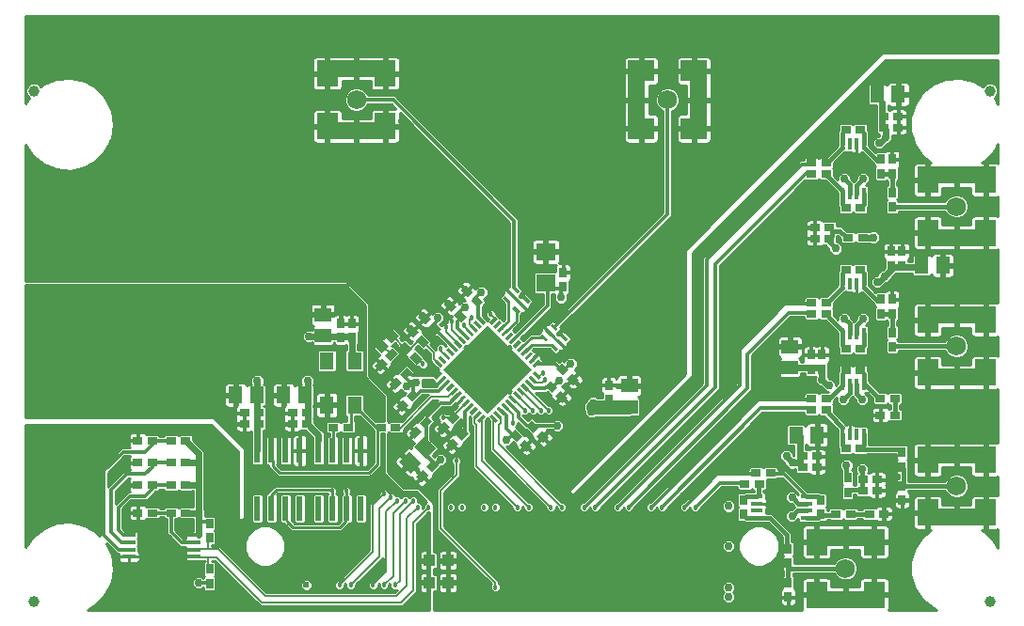
<source format=gtl>
G75*
G70*
%OFA0B0*%
%FSLAX24Y24*%
%IPPOS*%
%LPD*%
%AMOC8*
5,1,8,0,0,1.08239X$1,22.5*
%
%ADD10R,0.0118X0.0315*%
%ADD11R,0.2205X0.2205*%
%ADD12R,0.0276X0.0118*%
%ADD13R,0.0354X0.0276*%
%ADD14R,0.0276X0.0354*%
%ADD15R,0.0710X0.0630*%
%ADD16R,0.0512X0.0591*%
%ADD17R,0.0591X0.0512*%
%ADD18R,0.0472X0.0138*%
%ADD19R,0.0157X0.0433*%
%ADD20R,0.0433X0.0157*%
%ADD21R,0.0512X0.0630*%
%ADD22C,0.0681*%
%ADD23R,0.0925X0.0748*%
%ADD24R,0.0591X0.1339*%
%ADD25R,0.0748X0.0925*%
%ADD26R,0.1339X0.0591*%
%ADD27C,0.0394*%
%ADD28R,0.0236X0.0866*%
%ADD29R,0.0394X0.0433*%
%ADD30C,0.0100*%
%ADD31C,0.0180*%
%ADD32C,0.0295*%
%ADD33C,0.0120*%
%ADD34C,0.0240*%
%ADD35C,0.0240*%
%ADD36C,0.0080*%
%ADD37C,0.0500*%
%ADD38C,0.0160*%
%ADD39C,0.0140*%
D10*
G36*
X015329Y009109D02*
X015412Y009026D01*
X015191Y008805D01*
X015108Y008888D01*
X015329Y009109D01*
G37*
G36*
X015412Y009306D02*
X015329Y009223D01*
X015108Y009444D01*
X015191Y009527D01*
X015412Y009306D01*
G37*
G36*
X015552Y009445D02*
X015469Y009362D01*
X015248Y009583D01*
X015331Y009666D01*
X015552Y009445D01*
G37*
G36*
X015691Y009584D02*
X015608Y009501D01*
X015387Y009722D01*
X015470Y009805D01*
X015691Y009584D01*
G37*
G36*
X015830Y009723D02*
X015747Y009640D01*
X015526Y009861D01*
X015609Y009944D01*
X015830Y009723D01*
G37*
G36*
X015969Y009862D02*
X015886Y009779D01*
X015665Y010000D01*
X015748Y010083D01*
X015969Y009862D01*
G37*
G36*
X016108Y010002D02*
X016025Y009919D01*
X015804Y010140D01*
X015887Y010223D01*
X016108Y010002D01*
G37*
G36*
X016248Y010141D02*
X016165Y010058D01*
X015944Y010279D01*
X016027Y010362D01*
X016248Y010141D01*
G37*
G36*
X016387Y010280D02*
X016304Y010197D01*
X016083Y010418D01*
X016166Y010501D01*
X016387Y010280D01*
G37*
G36*
X016526Y010419D02*
X016443Y010336D01*
X016222Y010557D01*
X016305Y010640D01*
X016526Y010419D01*
G37*
G36*
X016665Y010558D02*
X016582Y010475D01*
X016361Y010696D01*
X016444Y010779D01*
X016665Y010558D01*
G37*
G36*
X016804Y010697D02*
X016721Y010614D01*
X016500Y010835D01*
X016583Y010918D01*
X016804Y010697D01*
G37*
G36*
X016944Y010837D02*
X016861Y010754D01*
X016640Y010975D01*
X016723Y011058D01*
X016944Y010837D01*
G37*
G36*
X017140Y010754D02*
X017057Y010837D01*
X017278Y011058D01*
X017361Y010975D01*
X017140Y010754D01*
G37*
G36*
X017279Y010614D02*
X017196Y010697D01*
X017417Y010918D01*
X017500Y010835D01*
X017279Y010614D01*
G37*
G36*
X017419Y010475D02*
X017336Y010558D01*
X017557Y010779D01*
X017640Y010696D01*
X017419Y010475D01*
G37*
G36*
X017558Y010336D02*
X017475Y010419D01*
X017696Y010640D01*
X017779Y010557D01*
X017558Y010336D01*
G37*
G36*
X017697Y010197D02*
X017614Y010280D01*
X017835Y010501D01*
X017918Y010418D01*
X017697Y010197D01*
G37*
G36*
X017836Y010058D02*
X017753Y010141D01*
X017974Y010362D01*
X018057Y010279D01*
X017836Y010058D01*
G37*
G36*
X017975Y009919D02*
X017892Y010002D01*
X018113Y010223D01*
X018196Y010140D01*
X017975Y009919D01*
G37*
G36*
X018115Y009779D02*
X018032Y009862D01*
X018253Y010083D01*
X018336Y010000D01*
X018115Y009779D01*
G37*
G36*
X018254Y009640D02*
X018171Y009723D01*
X018392Y009944D01*
X018475Y009861D01*
X018254Y009640D01*
G37*
G36*
X018393Y009501D02*
X018310Y009584D01*
X018531Y009805D01*
X018614Y009722D01*
X018393Y009501D01*
G37*
G36*
X018532Y009362D02*
X018449Y009445D01*
X018670Y009666D01*
X018753Y009583D01*
X018532Y009362D01*
G37*
G36*
X018671Y009223D02*
X018588Y009306D01*
X018809Y009527D01*
X018892Y009444D01*
X018671Y009223D01*
G37*
G36*
X018588Y009026D02*
X018671Y009109D01*
X018892Y008888D01*
X018809Y008805D01*
X018588Y009026D01*
G37*
G36*
X018449Y008887D02*
X018532Y008970D01*
X018753Y008749D01*
X018670Y008666D01*
X018449Y008887D01*
G37*
G36*
X018310Y008748D02*
X018393Y008831D01*
X018614Y008610D01*
X018531Y008527D01*
X018310Y008748D01*
G37*
G36*
X018171Y008608D02*
X018254Y008691D01*
X018475Y008470D01*
X018392Y008387D01*
X018171Y008608D01*
G37*
G36*
X018032Y008469D02*
X018115Y008552D01*
X018336Y008331D01*
X018253Y008248D01*
X018032Y008469D01*
G37*
G36*
X017892Y008330D02*
X017975Y008413D01*
X018196Y008192D01*
X018113Y008109D01*
X017892Y008330D01*
G37*
G36*
X017753Y008191D02*
X017836Y008274D01*
X018057Y008053D01*
X017974Y007970D01*
X017753Y008191D01*
G37*
G36*
X017614Y008052D02*
X017697Y008135D01*
X017918Y007914D01*
X017835Y007831D01*
X017614Y008052D01*
G37*
G36*
X017475Y007912D02*
X017558Y007995D01*
X017779Y007774D01*
X017696Y007691D01*
X017475Y007912D01*
G37*
G36*
X017336Y007773D02*
X017419Y007856D01*
X017640Y007635D01*
X017557Y007552D01*
X017336Y007773D01*
G37*
G36*
X017196Y007634D02*
X017279Y007717D01*
X017500Y007496D01*
X017417Y007413D01*
X017196Y007634D01*
G37*
G36*
X017057Y007495D02*
X017140Y007578D01*
X017361Y007357D01*
X017278Y007274D01*
X017057Y007495D01*
G37*
G36*
X016861Y007578D02*
X016944Y007495D01*
X016723Y007274D01*
X016640Y007357D01*
X016861Y007578D01*
G37*
G36*
X016721Y007717D02*
X016804Y007634D01*
X016583Y007413D01*
X016500Y007496D01*
X016721Y007717D01*
G37*
G36*
X016582Y007856D02*
X016665Y007773D01*
X016444Y007552D01*
X016361Y007635D01*
X016582Y007856D01*
G37*
G36*
X016443Y007995D02*
X016526Y007912D01*
X016305Y007691D01*
X016222Y007774D01*
X016443Y007995D01*
G37*
G36*
X016304Y008135D02*
X016387Y008052D01*
X016166Y007831D01*
X016083Y007914D01*
X016304Y008135D01*
G37*
G36*
X016165Y008274D02*
X016248Y008191D01*
X016027Y007970D01*
X015944Y008053D01*
X016165Y008274D01*
G37*
G36*
X016025Y008413D02*
X016108Y008330D01*
X015887Y008109D01*
X015804Y008192D01*
X016025Y008413D01*
G37*
G36*
X015886Y008552D02*
X015969Y008469D01*
X015748Y008248D01*
X015665Y008331D01*
X015886Y008552D01*
G37*
G36*
X015747Y008691D02*
X015830Y008608D01*
X015609Y008387D01*
X015526Y008470D01*
X015747Y008691D01*
G37*
G36*
X015608Y008831D02*
X015691Y008748D01*
X015470Y008527D01*
X015387Y008610D01*
X015608Y008831D01*
G37*
G36*
X015469Y008970D02*
X015552Y008887D01*
X015331Y008666D01*
X015248Y008749D01*
X015469Y008970D01*
G37*
D11*
G36*
X015442Y009166D02*
X017000Y010724D01*
X018558Y009166D01*
X017000Y007608D01*
X015442Y009166D01*
G37*
D12*
G36*
X018079Y011145D02*
X017885Y011339D01*
X017969Y011423D01*
X018163Y011229D01*
X018079Y011145D01*
G37*
G36*
X018260Y011326D02*
X018066Y011520D01*
X018150Y011604D01*
X018344Y011410D01*
X018260Y011326D01*
G37*
G36*
X018441Y011507D02*
X018247Y011701D01*
X018331Y011785D01*
X018525Y011591D01*
X018441Y011507D01*
G37*
G36*
X017898Y011688D02*
X017704Y011882D01*
X017788Y011966D01*
X017982Y011772D01*
X017898Y011688D01*
G37*
G36*
X017717Y011507D02*
X017523Y011701D01*
X017607Y011785D01*
X017801Y011591D01*
X017717Y011507D01*
G37*
G36*
X018079Y011869D02*
X017885Y012063D01*
X017969Y012147D01*
X018163Y011953D01*
X018079Y011869D01*
G37*
G36*
X019418Y010530D02*
X019224Y010724D01*
X019308Y010808D01*
X019502Y010614D01*
X019418Y010530D01*
G37*
G36*
X019237Y010349D02*
X019043Y010543D01*
X019127Y010627D01*
X019321Y010433D01*
X019237Y010349D01*
G37*
G36*
X019056Y010168D02*
X018862Y010362D01*
X018946Y010446D01*
X019140Y010252D01*
X019056Y010168D01*
G37*
G36*
X019418Y009807D02*
X019224Y010001D01*
X019308Y010085D01*
X019502Y009891D01*
X019418Y009807D01*
G37*
G36*
X019599Y009988D02*
X019405Y010182D01*
X019489Y010266D01*
X019683Y010072D01*
X019599Y009988D01*
G37*
G36*
X019780Y010168D02*
X019586Y010362D01*
X019670Y010446D01*
X019864Y010252D01*
X019780Y010168D01*
G37*
D13*
G36*
X019681Y008967D02*
X019432Y009216D01*
X019627Y009411D01*
X019876Y009162D01*
X019681Y008967D01*
G37*
G36*
X020043Y008605D02*
X019794Y008854D01*
X019989Y009049D01*
X020238Y008800D01*
X020043Y008605D01*
G37*
G36*
X019649Y007975D02*
X019400Y008224D01*
X019595Y008419D01*
X019844Y008170D01*
X019649Y007975D01*
G37*
G36*
X019287Y008337D02*
X019038Y008586D01*
X019233Y008781D01*
X019482Y008532D01*
X019287Y008337D01*
G37*
G36*
X018618Y006920D02*
X018369Y007169D01*
X018564Y007364D01*
X018813Y007115D01*
X018618Y006920D01*
G37*
G36*
X018980Y006558D02*
X018731Y006807D01*
X018926Y007002D01*
X019175Y006753D01*
X018980Y006558D01*
G37*
G36*
X018389Y006243D02*
X018140Y006492D01*
X018335Y006687D01*
X018584Y006438D01*
X018389Y006243D01*
G37*
G36*
X018028Y006605D02*
X017779Y006854D01*
X017974Y007049D01*
X018223Y006800D01*
X018028Y006605D01*
G37*
G36*
X015896Y006839D02*
X016145Y007088D01*
X016340Y006893D01*
X016091Y006644D01*
X015896Y006839D01*
G37*
G36*
X015534Y006477D02*
X015783Y006726D01*
X015978Y006531D01*
X015729Y006282D01*
X015534Y006477D01*
G37*
G36*
X015219Y007068D02*
X015468Y007317D01*
X015663Y007122D01*
X015414Y006873D01*
X015219Y007068D01*
G37*
G36*
X014597Y007272D02*
X014846Y007521D01*
X015041Y007326D01*
X014792Y007077D01*
X014597Y007272D01*
G37*
G36*
X014235Y006911D02*
X014484Y007160D01*
X014679Y006965D01*
X014430Y006716D01*
X014235Y006911D01*
G37*
X013752Y007119D03*
X013241Y007119D03*
X012059Y007119D03*
X011548Y007119D03*
X010603Y007237D03*
X010603Y007630D03*
X010091Y007630D03*
X010091Y007237D03*
X008910Y007237D03*
X008398Y007237D03*
X008398Y007630D03*
X008910Y007630D03*
X006311Y006646D03*
X005800Y006646D03*
X005130Y006646D03*
X004619Y006646D03*
X004619Y005859D03*
X005130Y005859D03*
X005800Y005859D03*
X006311Y005859D03*
X006311Y005071D03*
X005800Y005071D03*
X005130Y005071D03*
X004619Y005071D03*
X004619Y004087D03*
X005130Y004087D03*
X005800Y004087D03*
X006311Y004087D03*
G36*
X013763Y007855D02*
X014012Y008104D01*
X014207Y007909D01*
X013958Y007660D01*
X013763Y007855D01*
G37*
G36*
X014125Y008217D02*
X014374Y008466D01*
X014569Y008271D01*
X014320Y008022D01*
X014125Y008217D01*
G37*
G36*
X013527Y008643D02*
X013776Y008892D01*
X013971Y008697D01*
X013722Y008448D01*
X013527Y008643D01*
G37*
G36*
X013888Y009005D02*
X014137Y009254D01*
X014332Y009059D01*
X014083Y008810D01*
X013888Y009005D01*
G37*
G36*
X013015Y009312D02*
X013264Y009561D01*
X013459Y009366D01*
X013210Y009117D01*
X013015Y009312D01*
G37*
G36*
X013377Y009674D02*
X013626Y009923D01*
X013821Y009728D01*
X013572Y009479D01*
X013377Y009674D01*
G37*
G36*
X013054Y009942D02*
X013303Y010191D01*
X013498Y009996D01*
X013249Y009747D01*
X013054Y009942D01*
G37*
G36*
X013416Y010304D02*
X013665Y010553D01*
X013860Y010358D01*
X013611Y010109D01*
X013416Y010304D01*
G37*
G36*
X014130Y009715D02*
X013881Y009964D01*
X014076Y010159D01*
X014325Y009910D01*
X014130Y009715D01*
G37*
G36*
X014492Y009353D02*
X014243Y009602D01*
X014438Y009797D01*
X014687Y009548D01*
X014492Y009353D01*
G37*
G36*
X014674Y010388D02*
X014923Y010139D01*
X014728Y009944D01*
X014479Y010193D01*
X014674Y010388D01*
G37*
G36*
X014312Y010750D02*
X014561Y010501D01*
X014366Y010306D01*
X014117Y010555D01*
X014312Y010750D01*
G37*
G36*
X014745Y011222D02*
X014994Y010973D01*
X014799Y010778D01*
X014550Y011027D01*
X014745Y011222D01*
G37*
G36*
X015107Y010860D02*
X015356Y010611D01*
X015161Y010416D01*
X014912Y010665D01*
X015107Y010860D01*
G37*
G36*
X015651Y011655D02*
X015900Y011406D01*
X015705Y011211D01*
X015456Y011460D01*
X015651Y011655D01*
G37*
G36*
X016241Y012167D02*
X016490Y011918D01*
X016295Y011723D01*
X016046Y011972D01*
X016241Y012167D01*
G37*
G36*
X016603Y011805D02*
X016852Y011556D01*
X016657Y011361D01*
X016408Y011610D01*
X016603Y011805D01*
G37*
G36*
X016013Y011293D02*
X016262Y011044D01*
X016067Y010849D01*
X015818Y011098D01*
X016013Y011293D01*
G37*
G36*
X015581Y007430D02*
X015830Y007679D01*
X016025Y007484D01*
X015776Y007235D01*
X015581Y007430D01*
G37*
G36*
X014833Y005717D02*
X015082Y005966D01*
X015277Y005771D01*
X015028Y005522D01*
X014833Y005717D01*
G37*
G36*
X014471Y005355D02*
X014720Y005604D01*
X014915Y005409D01*
X014666Y005160D01*
X014471Y005355D01*
G37*
X026115Y005111D03*
X026626Y005111D03*
X026508Y005504D03*
X027020Y005504D03*
X028162Y005701D03*
X028162Y006095D03*
X028674Y006095D03*
X028674Y005701D03*
X029697Y006370D03*
X030209Y006370D03*
X030288Y005268D03*
X030288Y004874D03*
X030800Y004874D03*
X030800Y005268D03*
X031036Y004048D03*
X030524Y004048D03*
X029855Y004048D03*
X029343Y004048D03*
X030918Y007552D03*
X031430Y007552D03*
X031430Y008142D03*
X030918Y008142D03*
X030209Y009126D03*
X029697Y009126D03*
X029697Y009914D03*
X030209Y009914D03*
X028989Y011134D03*
X028989Y011528D03*
X028477Y011528D03*
X028477Y011134D03*
X029697Y012709D03*
X030209Y012709D03*
X030288Y013851D03*
X029776Y013851D03*
X029107Y013811D03*
X028595Y013811D03*
X028595Y014205D03*
X029107Y014205D03*
X029697Y014914D03*
X030209Y014914D03*
X028989Y016095D03*
X028989Y016489D03*
X028477Y016489D03*
X028477Y016095D03*
X029697Y017670D03*
X030209Y017670D03*
X031036Y017748D03*
X031036Y018142D03*
X031548Y018142D03*
X031548Y017748D03*
X028989Y008142D03*
X028989Y007748D03*
X028477Y007748D03*
X028477Y008142D03*
D14*
X028457Y009185D03*
X028851Y009185D03*
X028851Y009697D03*
X028457Y009697D03*
X030937Y011154D03*
X031331Y011154D03*
X031331Y011666D03*
X030937Y011666D03*
X031292Y012847D03*
X031685Y012847D03*
X031685Y013359D03*
X031292Y013359D03*
X031331Y014933D03*
X031331Y015445D03*
X031331Y016115D03*
X030937Y016115D03*
X030937Y016626D03*
X031331Y016626D03*
X031331Y010485D03*
X031331Y009973D03*
X031685Y006233D03*
X031685Y005721D03*
X031685Y005052D03*
X031685Y004540D03*
X029756Y004815D03*
X029756Y005327D03*
X028811Y004540D03*
X028811Y004028D03*
X027650Y002807D03*
X027650Y002296D03*
X027650Y001607D03*
X027650Y001095D03*
X026056Y004028D03*
X026056Y004540D03*
X021292Y008103D03*
X021292Y008615D03*
X019678Y012099D03*
X019678Y012611D03*
X012197Y010800D03*
X011804Y010800D03*
X011804Y010288D03*
X012197Y010288D03*
X007158Y003713D03*
X007158Y003201D03*
X007158Y002099D03*
X007158Y001587D03*
D15*
X019067Y012228D03*
X019067Y013348D03*
D16*
X010524Y008260D03*
X009776Y008260D03*
X008831Y008260D03*
X008083Y008260D03*
G36*
X013867Y005897D02*
X014229Y006259D01*
X014645Y005843D01*
X014283Y005481D01*
X013867Y005897D01*
G37*
G36*
X014396Y006426D02*
X014758Y006788D01*
X015174Y006372D01*
X014812Y006010D01*
X014396Y006426D01*
G37*
X027926Y006843D03*
X028674Y006843D03*
X032374Y012867D03*
X033122Y012867D03*
X031548Y018930D03*
X030800Y018930D03*
D17*
X027709Y009973D03*
X027709Y009225D03*
X022020Y008595D03*
X022020Y007847D03*
X011174Y010367D03*
X011174Y011115D03*
D18*
X006617Y003290D03*
X006617Y003034D03*
X006617Y002778D03*
X006617Y002522D03*
X004313Y002522D03*
X004313Y002778D03*
X004313Y003034D03*
X004313Y003290D03*
D19*
X029569Y006863D03*
X029825Y006863D03*
X030081Y006863D03*
X030337Y006863D03*
X030337Y008634D03*
X030081Y008634D03*
X029825Y008634D03*
X029569Y008634D03*
X029569Y010445D03*
X029825Y010445D03*
X030081Y010445D03*
X030337Y010445D03*
X030337Y012217D03*
X030081Y012217D03*
X029825Y012217D03*
X029569Y012217D03*
X029569Y015406D03*
X029825Y015406D03*
X030081Y015406D03*
X030337Y015406D03*
X030337Y017178D03*
X030081Y017178D03*
X029825Y017178D03*
X029569Y017178D03*
D20*
X028319Y004668D03*
X028319Y004412D03*
X028319Y004156D03*
X028319Y003900D03*
X026548Y003900D03*
X026548Y004156D03*
X026548Y004412D03*
X026548Y004668D03*
D21*
X012296Y007906D03*
X011311Y007906D03*
X011311Y009481D03*
X012296Y009481D03*
D22*
X012355Y018733D03*
X023378Y018733D03*
X033615Y014953D03*
X033615Y009993D03*
X033615Y005032D03*
X029678Y002119D03*
D23*
X024313Y017709D03*
X022443Y017709D03*
X022443Y019756D03*
X024313Y019756D03*
D24*
X024481Y018733D03*
X022276Y018733D03*
D25*
X013378Y019668D03*
X011331Y019668D03*
X011331Y017798D03*
X013378Y017798D03*
X032591Y015888D03*
X034638Y015888D03*
X034638Y014018D03*
X032591Y014018D03*
X032591Y010928D03*
X034638Y010928D03*
X034638Y009057D03*
X032591Y009057D03*
X032591Y005967D03*
X034638Y005967D03*
X034638Y004097D03*
X032591Y004097D03*
X030701Y003054D03*
X028654Y003054D03*
X028654Y001183D03*
X030701Y001183D03*
D26*
X029678Y001016D03*
X029678Y003221D03*
X033615Y003930D03*
X033615Y006134D03*
X033615Y008890D03*
X033615Y011095D03*
X033615Y013851D03*
X033615Y016056D03*
X012355Y017630D03*
X012355Y019835D03*
D27*
X000937Y000937D03*
X000937Y019048D03*
X034796Y019048D03*
X034796Y000937D03*
D28*
X012514Y004244D03*
X012014Y004244D03*
X011514Y004244D03*
X011014Y004244D03*
X010349Y004244D03*
X009849Y004244D03*
X009349Y004244D03*
X008849Y004244D03*
X008849Y006292D03*
X009349Y006292D03*
X009849Y006292D03*
X010349Y006292D03*
X011014Y006292D03*
X011514Y006292D03*
X012014Y006292D03*
X012514Y006292D03*
D29*
X014933Y002394D03*
X015603Y002394D03*
X015603Y001607D03*
X014933Y001607D03*
D30*
X014885Y001628D02*
X014493Y001628D01*
X014587Y001655D02*
X014885Y001655D01*
X014885Y001558D01*
X014953Y001558D01*
X014953Y000650D01*
X002838Y000650D01*
X003147Y000828D01*
X003147Y000828D01*
X003147Y000828D01*
X003482Y001189D01*
X003695Y001632D01*
X003769Y002119D01*
X003695Y002605D01*
X003505Y003001D01*
X003877Y002628D01*
X003932Y002628D01*
X003927Y002611D01*
X003927Y002522D01*
X003927Y002433D01*
X003937Y002395D01*
X003957Y002361D01*
X003985Y002333D01*
X004019Y002313D01*
X004057Y002303D01*
X004313Y002303D01*
X004313Y002522D01*
X003927Y002522D01*
X004313Y002522D01*
X004313Y002522D01*
X004313Y002522D01*
X004313Y002303D01*
X004569Y002303D01*
X004608Y002313D01*
X004642Y002333D01*
X004670Y002361D01*
X004689Y002395D01*
X004700Y002433D01*
X004700Y002522D01*
X004700Y002611D01*
X004689Y002649D01*
X004670Y002683D01*
X004642Y002711D01*
X004640Y002712D01*
X004640Y002884D01*
X004618Y002906D01*
X004640Y002928D01*
X004640Y003140D01*
X004618Y003162D01*
X004640Y003184D01*
X004640Y003396D01*
X004587Y003449D01*
X004209Y003449D01*
X004208Y003450D01*
X004169Y003450D01*
X004080Y003539D01*
X004080Y004222D01*
X004385Y004528D01*
X004937Y004528D01*
X005024Y004615D01*
X005252Y004843D01*
X005345Y004843D01*
X005397Y004896D01*
X005397Y004921D01*
X005532Y004921D01*
X005532Y004896D01*
X005585Y004843D01*
X006014Y004843D01*
X006056Y004885D01*
X006097Y004843D01*
X006526Y004843D01*
X006544Y004861D01*
X006554Y004861D01*
X006554Y004297D01*
X006544Y004297D01*
X006526Y004315D01*
X006097Y004315D01*
X006056Y004273D01*
X006014Y004315D01*
X005585Y004315D01*
X005532Y004262D01*
X005532Y004237D01*
X005397Y004237D01*
X005397Y004262D01*
X005345Y004315D01*
X004917Y004315D01*
X004916Y004317D01*
X004888Y004345D01*
X004854Y004365D01*
X004815Y004375D01*
X004637Y004375D01*
X004637Y004106D01*
X004600Y004106D01*
X004600Y004375D01*
X004422Y004375D01*
X004383Y004365D01*
X004349Y004345D01*
X004321Y004317D01*
X004302Y004283D01*
X004291Y004245D01*
X004291Y004106D01*
X004600Y004106D01*
X004600Y004068D01*
X004637Y004068D01*
X004637Y003799D01*
X004815Y003799D01*
X004854Y003809D01*
X004888Y003829D01*
X004916Y003857D01*
X004917Y003859D01*
X005345Y003859D01*
X005397Y003912D01*
X005397Y003937D01*
X005532Y003937D01*
X005532Y003912D01*
X005585Y003859D01*
X005650Y003859D01*
X005650Y003354D01*
X005737Y003266D01*
X006119Y002884D01*
X006290Y002884D01*
X006290Y002672D01*
X006312Y002650D01*
X006290Y002628D01*
X006290Y002416D01*
X006343Y002363D01*
X006890Y002363D01*
X006909Y002382D01*
X006989Y002382D01*
X006989Y002366D01*
X006983Y002366D01*
X006930Y002313D01*
X006930Y001884D01*
X006972Y001843D01*
X006930Y001801D01*
X006930Y001777D01*
X006863Y001844D01*
X006666Y001844D01*
X006527Y001705D01*
X006527Y001508D01*
X006666Y001369D01*
X006863Y001369D01*
X006930Y001437D01*
X006930Y001373D01*
X006983Y001320D01*
X007333Y001320D01*
X007386Y001373D01*
X007386Y001801D01*
X007344Y001843D01*
X007386Y001884D01*
X007386Y002313D01*
X007333Y002366D01*
X007249Y002366D01*
X007249Y002382D01*
X007340Y002382D01*
X008954Y000768D01*
X013983Y000768D01*
X014060Y000844D01*
X014493Y001277D01*
X014493Y003679D01*
X014918Y004104D01*
X014953Y004104D01*
X014953Y002443D01*
X014885Y002443D01*
X014885Y002761D01*
X014717Y002761D01*
X014679Y002750D01*
X014645Y002731D01*
X014617Y002703D01*
X014597Y002669D01*
X014587Y002630D01*
X014587Y002443D01*
X014885Y002443D01*
X014885Y002346D01*
X014587Y002346D01*
X014587Y002158D01*
X014597Y002120D01*
X014493Y002120D01*
X014493Y002022D02*
X014953Y002022D01*
X014885Y002028D02*
X014885Y002346D01*
X014953Y002346D01*
X014953Y001655D01*
X014885Y001655D01*
X014885Y001973D01*
X014717Y001973D01*
X014679Y001963D01*
X014645Y001943D01*
X014617Y001915D01*
X014597Y001881D01*
X014587Y001843D01*
X014587Y001655D01*
X014587Y001726D02*
X014493Y001726D01*
X014493Y001825D02*
X014587Y001825D01*
X014624Y001923D02*
X014493Y001923D01*
X014645Y002058D02*
X014679Y002038D01*
X014717Y002028D01*
X014885Y002028D01*
X014885Y002120D02*
X014953Y002120D01*
X014953Y002219D02*
X014885Y002219D01*
X014885Y002317D02*
X014953Y002317D01*
X014885Y002416D02*
X014493Y002416D01*
X014493Y002514D02*
X014587Y002514D01*
X014587Y002613D02*
X014493Y002613D01*
X014493Y002711D02*
X014625Y002711D01*
X014493Y002810D02*
X014953Y002810D01*
X014953Y002908D02*
X014493Y002908D01*
X014493Y003007D02*
X014953Y003007D01*
X014953Y003105D02*
X014493Y003105D01*
X014493Y003204D02*
X014953Y003204D01*
X014953Y003302D02*
X014493Y003302D01*
X014493Y003401D02*
X014953Y003401D01*
X014953Y003499D02*
X014493Y003499D01*
X014493Y003598D02*
X014953Y003598D01*
X014953Y003696D02*
X014510Y003696D01*
X014608Y003795D02*
X014953Y003795D01*
X014953Y003893D02*
X014707Y003893D01*
X014805Y003992D02*
X014953Y003992D01*
X014953Y004090D02*
X014904Y004090D01*
X015093Y004090D02*
X015217Y004090D01*
X015217Y003992D02*
X015093Y003992D01*
X015093Y003893D02*
X015217Y003893D01*
X015217Y003795D02*
X015093Y003795D01*
X015093Y003696D02*
X015217Y003696D01*
X015217Y003598D02*
X015093Y003598D01*
X015093Y003499D02*
X015217Y003499D01*
X015217Y003482D02*
X017136Y001563D01*
X017096Y001524D01*
X017096Y001375D01*
X017201Y001269D01*
X017351Y001269D01*
X017456Y001375D01*
X017456Y001524D01*
X017406Y001574D01*
X017406Y001661D01*
X017330Y001737D01*
X017330Y001737D01*
X015477Y003590D01*
X015477Y004821D01*
X016028Y005372D01*
X016028Y005813D01*
X016078Y005863D01*
X016477Y005863D01*
X016477Y005765D02*
X016028Y005765D01*
X016028Y005666D02*
X016497Y005666D01*
X016477Y005687D02*
X017883Y004280D01*
X017883Y004209D01*
X017989Y004104D01*
X018138Y004104D01*
X018243Y004209D01*
X018243Y004314D01*
X018277Y004280D01*
X018277Y004209D01*
X018383Y004104D01*
X018532Y004104D01*
X018637Y004209D01*
X018637Y004358D01*
X018532Y004464D01*
X018461Y004464D01*
X016934Y005991D01*
X016934Y007357D01*
X017000Y007424D01*
X017067Y007357D01*
X017067Y006277D01*
X019064Y004280D01*
X019064Y004209D01*
X019170Y004104D01*
X019319Y004104D01*
X019424Y004209D01*
X019424Y004314D01*
X019458Y004280D01*
X019458Y004209D01*
X019564Y004104D01*
X019713Y004104D01*
X019818Y004209D01*
X019818Y004358D01*
X019713Y004464D01*
X019642Y004464D01*
X017658Y006448D01*
X017768Y006448D01*
X017907Y006587D01*
X017907Y006598D01*
X017990Y006515D01*
X017990Y006513D01*
X017990Y006473D01*
X018000Y006435D01*
X018020Y006401D01*
X018146Y006275D01*
X018336Y006465D01*
X018362Y006438D01*
X018172Y006248D01*
X018298Y006122D01*
X018332Y006103D01*
X018371Y006092D01*
X018410Y006092D01*
X018448Y006103D01*
X018482Y006122D01*
X018580Y006220D01*
X018362Y006438D01*
X018389Y006465D01*
X018607Y006247D01*
X018705Y006345D01*
X018725Y006379D01*
X018735Y006418D01*
X018735Y006457D01*
X018725Y006495D01*
X018705Y006529D01*
X018579Y006655D01*
X018389Y006465D01*
X018362Y006492D01*
X018553Y006682D01*
X018427Y006808D01*
X018393Y006828D01*
X018354Y006838D01*
X018315Y006838D01*
X018313Y006837D01*
X018017Y007133D01*
X018086Y007201D01*
X018086Y007278D01*
X018248Y007115D01*
X018336Y007028D01*
X018383Y007028D01*
X018581Y006830D01*
X018580Y006828D01*
X018580Y006788D01*
X018591Y006750D01*
X018610Y006716D01*
X018736Y006590D01*
X018926Y006780D01*
X018953Y006753D01*
X018980Y006780D01*
X019198Y006562D01*
X019296Y006660D01*
X019315Y006694D01*
X019326Y006732D01*
X019326Y006772D01*
X019315Y006810D01*
X019296Y006844D01*
X019170Y006970D01*
X018980Y006780D01*
X018953Y006807D01*
X019143Y006997D01*
X019113Y007028D01*
X019295Y007028D01*
X019382Y006940D01*
X019579Y006940D01*
X019718Y007079D01*
X019718Y007276D01*
X019579Y007415D01*
X019382Y007415D01*
X019295Y007328D01*
X018728Y007328D01*
X018601Y007455D01*
X018526Y007455D01*
X018430Y007358D01*
X018253Y007535D01*
X018253Y007541D01*
X018264Y007529D01*
X018414Y007529D01*
X018477Y007592D01*
X018540Y007529D01*
X018689Y007529D01*
X018752Y007592D01*
X018816Y007529D01*
X018965Y007529D01*
X019028Y007592D01*
X019091Y007529D01*
X019240Y007529D01*
X019346Y007634D01*
X019346Y007784D01*
X019240Y007889D01*
X019170Y007889D01*
X018712Y008346D01*
X019110Y008346D01*
X019130Y008367D01*
X019250Y008247D01*
X019250Y008245D01*
X019250Y008205D01*
X019260Y008167D01*
X019280Y008133D01*
X019405Y008007D01*
X019596Y008197D01*
X019622Y008171D01*
X019432Y007981D01*
X019558Y007855D01*
X019592Y007835D01*
X019630Y007825D01*
X019670Y007825D01*
X019708Y007835D01*
X019742Y007855D01*
X019840Y007953D01*
X019622Y008171D01*
X019649Y008197D01*
X019867Y007979D01*
X019965Y008077D01*
X019985Y008112D01*
X019995Y008150D01*
X019995Y008189D01*
X019985Y008227D01*
X021064Y008227D01*
X021064Y008167D02*
X020894Y008167D01*
X020839Y008222D01*
X020642Y008222D01*
X020503Y008083D01*
X020503Y008070D01*
X020452Y008020D01*
X020401Y007895D01*
X020401Y007760D01*
X020444Y007655D01*
X020444Y007571D01*
X020583Y007432D01*
X020780Y007432D01*
X020835Y007487D01*
X022068Y007487D01*
X022101Y007501D01*
X022353Y007501D01*
X022405Y007554D01*
X022405Y008140D01*
X022353Y008193D01*
X022349Y008193D01*
X022373Y008199D01*
X022407Y008219D01*
X022435Y008247D01*
X022455Y008281D01*
X022465Y008319D01*
X022465Y008545D01*
X022070Y008545D01*
X022070Y008645D01*
X021970Y008645D01*
X021970Y009001D01*
X021705Y009001D01*
X021667Y008991D01*
X021633Y008971D01*
X021605Y008943D01*
X021585Y008909D01*
X021575Y008871D01*
X021575Y008829D01*
X021569Y008850D01*
X021550Y008884D01*
X021522Y008912D01*
X021487Y008932D01*
X021449Y008942D01*
X021311Y008942D01*
X021311Y008633D01*
X021580Y008633D01*
X021580Y008645D01*
X021970Y008645D01*
X021970Y008545D01*
X021580Y008545D01*
X021580Y008596D01*
X021311Y008596D01*
X021311Y008633D01*
X021273Y008633D01*
X021273Y008596D01*
X021004Y008596D01*
X021004Y008418D01*
X021014Y008380D01*
X021034Y008345D01*
X021062Y008317D01*
X021064Y008316D01*
X021064Y008167D01*
X021054Y008326D02*
X019901Y008326D01*
X019839Y008388D02*
X019649Y008197D01*
X019622Y008224D01*
X019812Y008414D01*
X019687Y008540D01*
X019652Y008560D01*
X019646Y008562D01*
X019758Y008674D01*
X019758Y008679D01*
X019799Y008637D01*
X019989Y008827D01*
X020016Y008801D01*
X019826Y008610D01*
X019952Y008485D01*
X019986Y008465D01*
X020024Y008455D01*
X020064Y008455D01*
X020102Y008465D01*
X020136Y008485D01*
X020234Y008583D01*
X020016Y008801D01*
X020043Y008827D01*
X020261Y008609D01*
X020359Y008707D01*
X020378Y008742D01*
X020389Y008780D01*
X020389Y008819D01*
X020378Y008857D01*
X020359Y008892D01*
X020233Y009017D01*
X020043Y008827D01*
X020016Y008854D01*
X020206Y009044D01*
X020088Y009162D01*
X020191Y009264D01*
X020191Y009461D01*
X020052Y009600D01*
X019855Y009600D01*
X019716Y009461D01*
X019716Y009450D01*
X019664Y009502D01*
X019589Y009502D01*
X019532Y009445D01*
X019464Y009513D01*
X018952Y009513D01*
X018904Y009561D01*
X018904Y009564D01*
X018904Y009603D01*
X018894Y009641D01*
X018874Y009675D01*
X018819Y009731D01*
X018601Y009514D01*
X018819Y009731D01*
X018763Y009787D01*
X018729Y009807D01*
X018690Y009817D01*
X018651Y009817D01*
X018649Y009816D01*
X018597Y009868D01*
X018620Y009892D01*
X019205Y009892D01*
X019381Y009716D01*
X019456Y009716D01*
X019577Y009838D01*
X019579Y009837D01*
X019619Y009837D01*
X019657Y009848D01*
X019691Y009867D01*
X019747Y009923D01*
X019544Y010127D01*
X019747Y009923D01*
X019803Y009979D01*
X019823Y010013D01*
X019833Y010051D01*
X019833Y010091D01*
X019832Y010093D01*
X019954Y010215D01*
X019954Y010289D01*
X019706Y010537D01*
X019632Y010537D01*
X019510Y010415D01*
X019508Y010416D01*
X019471Y010416D01*
X019471Y010453D01*
X019470Y010455D01*
X019592Y010576D01*
X019592Y010651D01*
X019585Y010658D01*
X023445Y014518D01*
X023538Y014611D01*
X023538Y018333D01*
X023622Y018368D01*
X023743Y018489D01*
X023809Y018647D01*
X023809Y018818D01*
X023743Y018977D01*
X023622Y019098D01*
X023464Y019163D01*
X023293Y019163D01*
X023134Y019098D01*
X023013Y018977D01*
X022948Y018818D01*
X022948Y018647D01*
X023013Y018489D01*
X023134Y018368D01*
X023218Y018333D01*
X023218Y014744D01*
X019359Y010884D01*
X019344Y010899D01*
X019270Y010899D01*
X019148Y010777D01*
X019146Y010778D01*
X019106Y010778D01*
X019068Y010767D01*
X019034Y010748D01*
X018978Y010692D01*
X018922Y010636D01*
X018903Y010602D01*
X018892Y010564D01*
X018892Y010524D01*
X018893Y010522D01*
X018819Y010447D01*
X018618Y010447D01*
X018502Y010447D01*
X018421Y010367D01*
X018420Y010365D01*
X018260Y010205D01*
X018186Y010279D01*
X019187Y011280D01*
X019275Y011367D01*
X019275Y011823D01*
X019361Y011823D01*
X019361Y011626D01*
X019500Y011487D01*
X019697Y011487D01*
X019836Y011626D01*
X019836Y011823D01*
X019828Y011832D01*
X019853Y011832D01*
X019905Y011884D01*
X019905Y012312D01*
X019907Y012313D01*
X019935Y012341D01*
X019955Y012376D01*
X019965Y012414D01*
X019965Y012592D01*
X019696Y012592D01*
X019696Y012630D01*
X019659Y012630D01*
X019659Y012938D01*
X019539Y012938D01*
X019542Y012941D01*
X019562Y012975D01*
X019572Y013013D01*
X019572Y013298D01*
X019117Y013298D01*
X019117Y012883D01*
X019423Y012883D01*
X019420Y012880D01*
X019400Y012846D01*
X019390Y012808D01*
X019390Y012633D01*
X018675Y012633D01*
X018622Y012580D01*
X018622Y011876D01*
X018675Y011823D01*
X018975Y011823D01*
X018975Y011492D01*
X017974Y010491D01*
X017901Y010564D01*
X018082Y010745D01*
X018164Y010827D01*
X018164Y011102D01*
X018239Y011177D01*
X018241Y011176D01*
X018280Y011176D01*
X018319Y011186D01*
X018353Y011206D01*
X018408Y011262D01*
X018205Y011465D01*
X018205Y011465D01*
X018408Y011262D01*
X018464Y011317D01*
X018484Y011352D01*
X018494Y011390D01*
X018494Y011429D01*
X018494Y011432D01*
X018615Y011553D01*
X018615Y011628D01*
X018368Y011875D01*
X018293Y011875D01*
X018171Y011754D01*
X018169Y011754D01*
X018132Y011754D01*
X018132Y011791D01*
X018132Y011793D01*
X018253Y011915D01*
X018253Y011990D01*
X018105Y012138D01*
X018105Y014508D01*
X013814Y018799D01*
X013720Y018893D01*
X012754Y018893D01*
X012720Y018977D01*
X012599Y019098D01*
X012440Y019163D01*
X012269Y019163D01*
X012111Y019098D01*
X011990Y018977D01*
X011924Y018818D01*
X011924Y018647D01*
X011990Y018489D01*
X012111Y018368D01*
X012269Y018302D01*
X012440Y018302D01*
X012599Y018368D01*
X012720Y018489D01*
X012754Y018573D01*
X013588Y018573D01*
X013750Y018410D01*
X013428Y018410D01*
X013428Y017848D01*
X013328Y017848D01*
X013328Y018410D01*
X012985Y018410D01*
X012946Y018400D01*
X012912Y018380D01*
X012884Y018352D01*
X012865Y018318D01*
X012854Y018280D01*
X012854Y018076D01*
X012405Y018076D01*
X012405Y017680D01*
X012305Y017680D01*
X012305Y018076D01*
X011855Y018076D01*
X011855Y018280D01*
X011845Y018318D01*
X011825Y018352D01*
X011797Y018380D01*
X011763Y018400D01*
X011725Y018410D01*
X011381Y018410D01*
X011381Y017848D01*
X011281Y017848D01*
X011281Y018410D01*
X010937Y018410D01*
X010899Y018400D01*
X010865Y018380D01*
X010837Y018352D01*
X010817Y018318D01*
X010807Y018280D01*
X010807Y017848D01*
X011281Y017848D01*
X011281Y017748D01*
X010807Y017748D01*
X010807Y017315D01*
X010817Y017277D01*
X010837Y017243D01*
X010865Y017215D01*
X010899Y017195D01*
X010937Y017185D01*
X011281Y017185D01*
X011281Y017748D01*
X011381Y017748D01*
X011381Y017185D01*
X012305Y017185D01*
X012305Y017580D01*
X012405Y017580D01*
X012405Y017185D01*
X013029Y017185D01*
X013328Y017185D01*
X013328Y017748D01*
X013428Y017748D01*
X013428Y017848D01*
X013902Y017848D01*
X013902Y018258D01*
X017785Y014375D01*
X017785Y012116D01*
X017768Y012116D01*
X017729Y012106D01*
X017695Y012086D01*
X017640Y012031D01*
X017843Y011827D01*
X017640Y012031D01*
X017584Y011975D01*
X017564Y011941D01*
X017554Y011902D01*
X017554Y011863D01*
X017554Y011861D01*
X017433Y011739D01*
X017433Y011664D01*
X017608Y011489D01*
X017608Y010946D01*
X017564Y010901D01*
X017455Y011010D01*
X017452Y011010D01*
X017452Y011013D01*
X017316Y011149D01*
X017299Y011149D01*
X017299Y011209D01*
X017193Y011314D01*
X017044Y011314D01*
X016939Y011209D01*
X016939Y011060D01*
X017044Y010954D01*
X017047Y010954D01*
X017000Y010908D01*
X016942Y010966D01*
X016942Y010968D01*
X016835Y011074D01*
X016835Y011411D01*
X016943Y011518D01*
X016943Y011593D01*
X016871Y011664D01*
X016882Y011664D01*
X017021Y011804D01*
X017021Y012000D01*
X016882Y012140D01*
X016685Y012140D01*
X016583Y012037D01*
X016485Y012135D01*
X016295Y011945D01*
X016268Y011972D01*
X016242Y011945D01*
X016268Y011918D01*
X016078Y011728D01*
X016198Y011608D01*
X016115Y011608D01*
X016012Y011506D01*
X015895Y011623D01*
X015704Y011433D01*
X015678Y011460D01*
X015868Y011650D01*
X015742Y011776D01*
X015708Y011796D01*
X015670Y011806D01*
X015630Y011806D01*
X015592Y011796D01*
X015558Y011776D01*
X015460Y011678D01*
X015678Y011460D01*
X015651Y011433D01*
X015678Y011407D01*
X015488Y011216D01*
X015613Y011091D01*
X015648Y011071D01*
X015686Y011061D01*
X015725Y011061D01*
X015728Y011061D01*
X015750Y011039D01*
X015666Y011039D01*
X015561Y010933D01*
X015561Y010842D01*
X015469Y010842D01*
X015364Y010736D01*
X015364Y010731D01*
X015319Y010776D01*
X015321Y010779D01*
X015327Y010779D01*
X015466Y010918D01*
X015466Y011115D01*
X015327Y011254D01*
X015130Y011254D01*
X015028Y011151D01*
X014989Y011190D01*
X014799Y011000D01*
X014772Y011027D01*
X014745Y011000D01*
X014772Y010974D01*
X014582Y010783D01*
X014708Y010658D01*
X014742Y010638D01*
X014780Y010628D01*
X014820Y010628D01*
X014822Y010628D01*
X015125Y010326D01*
X015199Y010326D01*
X015205Y010331D01*
X015536Y010000D01*
X015515Y010000D01*
X015526Y009990D02*
X015421Y010094D01*
X015272Y010094D01*
X015167Y009988D01*
X015167Y009884D01*
X014982Y010069D01*
X015014Y010101D01*
X015014Y010175D01*
X014711Y010478D01*
X014712Y010480D01*
X014712Y010520D01*
X014702Y010558D01*
X014682Y010592D01*
X014556Y010718D01*
X014366Y010528D01*
X014339Y010555D01*
X014312Y010528D01*
X014094Y010746D01*
X013996Y010648D01*
X013977Y010614D01*
X013966Y010575D01*
X013966Y010536D01*
X013977Y010498D01*
X013996Y010464D01*
X014122Y010338D01*
X014312Y010528D01*
X014339Y010501D01*
X014149Y010311D01*
X014275Y010185D01*
X014309Y010165D01*
X014343Y010156D01*
X014274Y010088D01*
X014112Y010250D01*
X014038Y010250D01*
X013986Y010198D01*
X013907Y010278D01*
X013951Y010322D01*
X013951Y010396D01*
X013703Y010644D01*
X013629Y010644D01*
X013325Y010340D01*
X013325Y010282D01*
X013267Y010282D01*
X012963Y009978D01*
X012963Y009904D01*
X013181Y009687D01*
X013172Y009682D01*
X013047Y009556D01*
X013237Y009366D01*
X013210Y009339D01*
X013237Y009312D01*
X013263Y009339D01*
X013454Y009149D01*
X013580Y009275D01*
X013599Y009309D01*
X013609Y009347D01*
X013609Y009387D01*
X013609Y009389D01*
X013911Y009692D01*
X013911Y009766D01*
X013664Y010014D01*
X013589Y010014D01*
X013589Y010013D01*
X013589Y010018D01*
X013647Y010018D01*
X013723Y010094D01*
X013802Y010015D01*
X013790Y010002D01*
X013790Y009928D01*
X014093Y009625D01*
X014152Y009625D01*
X014152Y009566D01*
X014455Y009263D01*
X014530Y009263D01*
X014546Y009279D01*
X014642Y009183D01*
X014791Y009183D01*
X014897Y009288D01*
X014897Y009437D01*
X014791Y009543D01*
X014778Y009543D01*
X014778Y009585D01*
X014474Y009888D01*
X014442Y009888D01*
X014549Y009995D01*
X014692Y009853D01*
X014766Y009853D01*
X014798Y009885D01*
X014961Y009722D01*
X014961Y009490D01*
X015017Y009433D01*
X015017Y009407D01*
X015110Y009314D01*
X015110Y009312D01*
X015198Y009225D01*
X015200Y009225D01*
X015258Y009166D01*
X015212Y009119D01*
X014401Y009119D01*
X014176Y009344D01*
X014101Y009344D01*
X013799Y009042D01*
X013796Y009043D01*
X013757Y009043D01*
X013719Y009032D01*
X013684Y009013D01*
X013558Y008887D01*
X013749Y008697D01*
X013722Y008670D01*
X013532Y008860D01*
X013406Y008734D01*
X013386Y008700D01*
X013376Y008662D01*
X013376Y008622D01*
X013386Y008584D01*
X013406Y008550D01*
X013504Y008452D01*
X013722Y008670D01*
X013749Y008643D01*
X013531Y008425D01*
X013629Y008327D01*
X013663Y008307D01*
X013701Y008297D01*
X013740Y008297D01*
X013779Y008307D01*
X013813Y008327D01*
X013926Y008440D01*
X014028Y008338D01*
X014118Y008338D01*
X014035Y008255D01*
X014032Y008255D01*
X013993Y008255D01*
X013955Y008245D01*
X013921Y008225D01*
X013795Y008099D01*
X013985Y007909D01*
X013958Y007882D01*
X013985Y007856D01*
X014012Y007882D01*
X014202Y007692D01*
X014328Y007818D01*
X014347Y007852D01*
X014358Y007891D01*
X014358Y007930D01*
X014357Y007932D01*
X014574Y008150D01*
X014582Y008150D01*
X014700Y008268D01*
X014895Y008268D01*
X014882Y008255D01*
X013970Y007343D01*
X013967Y007346D01*
X013538Y007346D01*
X013496Y007305D01*
X013479Y007322D01*
X013479Y008279D01*
X012810Y008948D01*
X012810Y011507D01*
X012101Y012216D01*
X012019Y012298D01*
X000650Y012298D01*
X000650Y017124D01*
X000909Y016744D01*
X001294Y016438D01*
X001751Y016258D01*
X001751Y016258D01*
X002242Y016221D01*
X002721Y016331D01*
X002721Y016331D01*
X003147Y016577D01*
X003482Y016937D01*
X003695Y017380D01*
X003769Y017867D01*
X003695Y018353D01*
X003482Y018796D01*
X003147Y019157D01*
X002721Y019402D01*
X002242Y019512D01*
X001751Y019475D01*
X001294Y019295D01*
X001294Y019295D01*
X001182Y019207D01*
X001181Y019210D01*
X001100Y019291D01*
X000994Y019334D01*
X000880Y019334D01*
X000775Y019291D01*
X000694Y019210D01*
X000651Y019105D01*
X000651Y018991D01*
X000694Y018885D01*
X000775Y018804D01*
X000781Y018802D01*
X000650Y018609D01*
X000650Y021697D01*
X035083Y021697D01*
X035083Y020407D01*
X030975Y020407D01*
X030916Y020349D01*
X023987Y013420D01*
X023987Y009010D01*
X019893Y004916D01*
X019893Y004833D01*
X019951Y004774D01*
X019990Y004735D01*
X020073Y004735D01*
X020132Y004794D01*
X024266Y008927D01*
X024266Y013298D01*
X031097Y020129D01*
X035083Y020129D01*
X035083Y018578D01*
X034978Y018796D01*
X034964Y018811D01*
X035039Y018885D01*
X035083Y018991D01*
X035083Y019105D01*
X035039Y019210D01*
X034958Y019291D01*
X034853Y019334D01*
X034739Y019334D01*
X034633Y019291D01*
X034552Y019210D01*
X034552Y019209D01*
X034217Y019402D01*
X033738Y019512D01*
X033738Y019512D01*
X033247Y019475D01*
X032790Y019295D01*
X032405Y018989D01*
X032405Y018989D01*
X032128Y018582D01*
X031983Y018112D01*
X031983Y017621D01*
X032128Y017151D01*
X032128Y017151D01*
X032405Y016744D01*
X032710Y016501D01*
X031619Y016501D01*
X031619Y016429D02*
X031619Y016607D01*
X031350Y016607D01*
X031350Y016645D01*
X031619Y016645D01*
X031619Y016823D01*
X031609Y016861D01*
X031589Y016896D01*
X031561Y016924D01*
X031527Y016943D01*
X031489Y016954D01*
X031350Y016954D01*
X031350Y016645D01*
X031312Y016645D01*
X031312Y016954D01*
X031174Y016954D01*
X031135Y016943D01*
X031101Y016924D01*
X031073Y016896D01*
X031072Y016894D01*
X030762Y016894D01*
X030748Y016879D01*
X030507Y017120D01*
X030507Y017592D01*
X030476Y017623D01*
X030476Y017845D01*
X030423Y017897D01*
X029995Y017897D01*
X029953Y017856D01*
X029912Y017897D01*
X029483Y017897D01*
X029430Y017845D01*
X029430Y017623D01*
X029399Y017592D01*
X029399Y017120D01*
X028996Y016716D01*
X028774Y016716D01*
X028733Y016675D01*
X028691Y016716D01*
X028262Y016716D01*
X028210Y016664D01*
X028210Y016599D01*
X028080Y016599D01*
X027992Y016511D01*
X024694Y013213D01*
X024606Y013126D01*
X024606Y008677D01*
X020393Y004464D01*
X020351Y004464D01*
X020246Y004358D01*
X020246Y004209D01*
X020351Y004104D01*
X020500Y004104D01*
X020606Y004209D01*
X020606Y004252D01*
X020639Y004285D01*
X020639Y004209D01*
X020745Y004104D01*
X020894Y004104D01*
X020999Y004209D01*
X020999Y004252D01*
X025133Y008386D01*
X025221Y008474D01*
X025221Y012844D01*
X028253Y015876D01*
X028262Y015867D01*
X028691Y015867D01*
X028733Y015909D01*
X028774Y015867D01*
X028907Y015867D01*
X028918Y015856D01*
X028967Y015856D01*
X029399Y015424D01*
X029399Y014971D01*
X029430Y014941D01*
X029430Y014739D01*
X029483Y014686D01*
X029912Y014686D01*
X029953Y014727D01*
X029995Y014686D01*
X030423Y014686D01*
X030476Y014739D01*
X030476Y014941D01*
X030507Y014971D01*
X030507Y015476D01*
X030506Y015478D01*
X030506Y015660D01*
X030453Y015712D01*
X030419Y015712D01*
X030545Y015839D01*
X030545Y016036D01*
X030406Y016175D01*
X030209Y016175D01*
X030070Y016036D01*
X030070Y015940D01*
X030011Y015881D01*
X030011Y015881D01*
X029973Y015843D01*
X029876Y015940D01*
X029876Y016036D01*
X029737Y016175D01*
X029540Y016175D01*
X029401Y016036D01*
X029401Y015904D01*
X029256Y016048D01*
X029256Y016270D01*
X029234Y016292D01*
X029256Y016314D01*
X029256Y016496D01*
X029631Y016871D01*
X029685Y016871D01*
X029697Y016883D01*
X029709Y016871D01*
X029881Y016871D01*
X029882Y016869D01*
X029910Y016841D01*
X029944Y016821D01*
X029983Y016811D01*
X030081Y016811D01*
X030081Y017178D01*
X030081Y017178D01*
X030081Y016811D01*
X030180Y016811D01*
X030218Y016821D01*
X030252Y016841D01*
X030279Y016868D01*
X030710Y016437D01*
X030710Y016412D01*
X030751Y016370D01*
X030710Y016329D01*
X030710Y015900D01*
X030762Y015847D01*
X031112Y015847D01*
X031134Y015869D01*
X031156Y015847D01*
X031161Y015847D01*
X031161Y015712D01*
X031156Y015712D01*
X031103Y015660D01*
X031103Y015231D01*
X031145Y015189D01*
X031103Y015148D01*
X031103Y014719D01*
X031156Y014666D01*
X031506Y014666D01*
X031559Y014719D01*
X031559Y014783D01*
X033219Y014783D01*
X033250Y014709D01*
X033371Y014588D01*
X033529Y014523D01*
X033700Y014523D01*
X033858Y014588D01*
X033980Y014709D01*
X034045Y014868D01*
X034045Y015039D01*
X033980Y015197D01*
X033858Y015318D01*
X033700Y015384D01*
X033529Y015384D01*
X033371Y015318D01*
X033250Y015197D01*
X033219Y015123D01*
X031559Y015123D01*
X031559Y015148D01*
X031517Y015189D01*
X031559Y015231D01*
X031559Y015660D01*
X031506Y015712D01*
X031501Y015712D01*
X031501Y015847D01*
X031506Y015847D01*
X031559Y015900D01*
X031559Y016328D01*
X031561Y016329D01*
X031589Y016357D01*
X031609Y016391D01*
X031619Y016429D01*
X031612Y016403D02*
X032076Y016403D01*
X032077Y016409D02*
X032067Y016371D01*
X032067Y015938D01*
X032541Y015938D01*
X032541Y015838D01*
X032641Y015838D01*
X032641Y015276D01*
X032985Y015276D01*
X033023Y015286D01*
X033057Y015306D01*
X033085Y015333D01*
X033105Y015368D01*
X033115Y015406D01*
X033115Y015610D01*
X033565Y015610D01*
X033565Y016006D01*
X033665Y016006D01*
X033665Y015610D01*
X034114Y015610D01*
X034114Y015406D01*
X034124Y015368D01*
X034144Y015333D01*
X034172Y015306D01*
X034206Y015286D01*
X034244Y015276D01*
X034588Y015276D01*
X034588Y015838D01*
X034688Y015838D01*
X034688Y015276D01*
X035032Y015276D01*
X035070Y015286D01*
X035083Y015293D01*
X035083Y014613D01*
X035070Y014620D01*
X035032Y014631D01*
X034688Y014631D01*
X034688Y014068D01*
X034588Y014068D01*
X034588Y014631D01*
X034244Y014631D01*
X034206Y014620D01*
X034172Y014601D01*
X034144Y014573D01*
X034124Y014539D01*
X034114Y014500D01*
X034114Y014296D01*
X033665Y014296D01*
X033665Y013901D01*
X033565Y013901D01*
X033565Y014296D01*
X033115Y014296D01*
X033115Y014500D01*
X033105Y014539D01*
X033085Y014573D01*
X033057Y014601D01*
X033023Y014620D01*
X032985Y014631D01*
X032641Y014631D01*
X032641Y014068D01*
X032541Y014068D01*
X032541Y013968D01*
X032641Y013968D01*
X032641Y013406D01*
X033565Y013406D01*
X033565Y013801D01*
X033665Y013801D01*
X033665Y013406D01*
X034288Y013406D01*
X034588Y013406D01*
X034588Y013968D01*
X034688Y013968D01*
X034688Y013406D01*
X035032Y013406D01*
X035070Y013416D01*
X035083Y013423D01*
X035083Y011522D01*
X035070Y011530D01*
X035032Y011540D01*
X034688Y011540D01*
X034688Y010978D01*
X034588Y010978D01*
X034588Y011540D01*
X034244Y011540D01*
X033665Y011540D01*
X033665Y011145D01*
X033565Y011145D01*
X033565Y011540D01*
X032641Y011540D01*
X032641Y010978D01*
X032541Y010978D01*
X032541Y011540D01*
X032197Y011540D01*
X032159Y011530D01*
X032125Y011510D01*
X032097Y011482D01*
X032077Y011448D01*
X032067Y011410D01*
X032067Y010978D01*
X032541Y010978D01*
X032541Y010878D01*
X032067Y010878D01*
X032067Y010445D01*
X032077Y010407D01*
X032097Y010373D01*
X032125Y010345D01*
X032159Y010325D01*
X032197Y010315D01*
X032541Y010315D01*
X032541Y010878D01*
X032641Y010878D01*
X032641Y010315D01*
X032985Y010315D01*
X033023Y010325D01*
X033057Y010345D01*
X033085Y010373D01*
X033105Y010407D01*
X033115Y010445D01*
X033115Y010650D01*
X033565Y010650D01*
X033565Y011045D01*
X033665Y011045D01*
X033665Y010650D01*
X034114Y010650D01*
X034114Y010445D01*
X034124Y010407D01*
X034144Y010373D01*
X034172Y010345D01*
X034206Y010325D01*
X034244Y010315D01*
X034588Y010315D01*
X034588Y010878D01*
X034688Y010878D01*
X034688Y010315D01*
X035032Y010315D01*
X035070Y010325D01*
X035083Y010333D01*
X035083Y009652D01*
X035070Y009660D01*
X035032Y009670D01*
X034688Y009670D01*
X034688Y009107D01*
X034588Y009107D01*
X034588Y009670D01*
X034244Y009670D01*
X034206Y009660D01*
X034172Y009640D01*
X034144Y009612D01*
X034124Y009578D01*
X034114Y009540D01*
X034114Y009335D01*
X033665Y009335D01*
X033665Y008940D01*
X033565Y008940D01*
X033565Y009335D01*
X033115Y009335D01*
X033115Y009540D01*
X033105Y009578D01*
X033085Y009612D01*
X033057Y009640D01*
X033023Y009660D01*
X032985Y009670D01*
X032641Y009670D01*
X032641Y009107D01*
X032541Y009107D01*
X032541Y009007D01*
X032641Y009007D01*
X032641Y008445D01*
X033565Y008445D01*
X033565Y008840D01*
X033665Y008840D01*
X033665Y008445D01*
X034287Y008445D01*
X034588Y008445D01*
X034588Y009007D01*
X034688Y009007D01*
X034688Y008445D01*
X035032Y008445D01*
X035070Y008455D01*
X035083Y008463D01*
X035083Y006562D01*
X035070Y006569D01*
X035032Y006580D01*
X034688Y006580D01*
X034688Y006017D01*
X034588Y006017D01*
X034588Y006580D01*
X034244Y006580D01*
X034244Y006580D01*
X033665Y006580D01*
X033665Y006184D01*
X033565Y006184D01*
X033565Y006580D01*
X032641Y006580D01*
X032641Y006017D01*
X032541Y006017D01*
X032541Y006580D01*
X032197Y006580D01*
X032159Y006569D01*
X032125Y006550D01*
X032097Y006522D01*
X032077Y006487D01*
X032067Y006449D01*
X032067Y006017D01*
X032541Y006017D01*
X032541Y005917D01*
X032067Y005917D01*
X032067Y005485D01*
X032077Y005446D01*
X032097Y005412D01*
X032125Y005384D01*
X032159Y005365D01*
X032197Y005354D01*
X032541Y005354D01*
X032541Y005917D01*
X032641Y005917D01*
X032641Y005354D01*
X032985Y005354D01*
X033023Y005365D01*
X033057Y005384D01*
X033085Y005412D01*
X033105Y005446D01*
X033115Y005485D01*
X033115Y005689D01*
X033565Y005689D01*
X033565Y006084D01*
X033665Y006084D01*
X033665Y005689D01*
X034114Y005689D01*
X034114Y005485D01*
X034124Y005446D01*
X034144Y005412D01*
X034172Y005384D01*
X034206Y005365D01*
X034244Y005354D01*
X034588Y005354D01*
X034588Y005917D01*
X034688Y005917D01*
X034688Y005354D01*
X035032Y005354D01*
X035070Y005365D01*
X035083Y005372D01*
X035083Y004692D01*
X035070Y004699D01*
X035032Y004709D01*
X034688Y004709D01*
X034688Y004147D01*
X034588Y004147D01*
X034588Y004709D01*
X034244Y004709D01*
X034206Y004699D01*
X034172Y004679D01*
X034144Y004652D01*
X034124Y004617D01*
X034114Y004579D01*
X034114Y004375D01*
X033665Y004375D01*
X033665Y003980D01*
X033565Y003980D01*
X033565Y004375D01*
X033115Y004375D01*
X033115Y004579D01*
X033105Y004617D01*
X033085Y004652D01*
X033057Y004679D01*
X033023Y004699D01*
X032985Y004709D01*
X032641Y004709D01*
X032641Y004147D01*
X032541Y004147D01*
X032541Y004709D01*
X032197Y004709D01*
X032159Y004699D01*
X032125Y004679D01*
X032097Y004652D01*
X032077Y004617D01*
X032067Y004579D01*
X032067Y004147D01*
X032541Y004147D01*
X032541Y004047D01*
X032067Y004047D01*
X032067Y003615D01*
X032077Y003576D01*
X032097Y003542D01*
X032125Y003514D01*
X032159Y003494D01*
X032197Y003484D01*
X032541Y003484D01*
X032541Y004047D01*
X032641Y004047D01*
X032641Y003484D01*
X032710Y003484D01*
X032405Y003241D01*
X032405Y003241D01*
X032128Y002834D01*
X031983Y002364D01*
X031983Y001873D01*
X032128Y001403D01*
X032128Y001403D01*
X032405Y000996D01*
X032790Y000690D01*
X032890Y000650D01*
X031207Y000650D01*
X031215Y000663D01*
X031225Y000701D01*
X031225Y001133D01*
X030751Y001133D01*
X030751Y001233D01*
X031225Y001233D01*
X031225Y001666D01*
X031215Y001704D01*
X031195Y001738D01*
X031167Y001766D01*
X031133Y001786D01*
X031095Y001796D01*
X030751Y001796D01*
X030751Y001233D01*
X030651Y001233D01*
X030651Y001796D01*
X030307Y001796D01*
X030269Y001786D01*
X030235Y001766D01*
X030207Y001738D01*
X030187Y001704D01*
X030177Y001666D01*
X030177Y001461D01*
X029728Y001461D01*
X029728Y001066D01*
X029628Y001066D01*
X029628Y001461D01*
X029178Y001461D01*
X029178Y001666D01*
X029168Y001704D01*
X029148Y001738D01*
X029120Y001766D01*
X029086Y001786D01*
X029048Y001796D01*
X028704Y001796D01*
X028704Y001233D01*
X028604Y001233D01*
X028604Y001133D01*
X028130Y001133D01*
X028130Y000701D01*
X028140Y000663D01*
X028148Y000650D01*
X015093Y000650D01*
X015093Y001300D01*
X015168Y001300D01*
X015220Y001353D01*
X015220Y001861D01*
X015168Y001913D01*
X015093Y001913D01*
X015093Y002088D01*
X015168Y002088D01*
X015220Y002140D01*
X015220Y002648D01*
X015168Y002701D01*
X015093Y002701D01*
X015093Y004209D01*
X015094Y004209D01*
X015094Y004358D01*
X015093Y004359D01*
X015093Y004421D01*
X014621Y004893D01*
X014539Y004975D01*
X014027Y004975D01*
X013479Y005523D01*
X013479Y006689D01*
X013480Y006690D01*
X013480Y006839D01*
X013479Y006839D01*
X013479Y006915D01*
X013496Y006932D01*
X013538Y006891D01*
X013967Y006891D01*
X014020Y006943D01*
X014020Y007025D01*
X015066Y008071D01*
X015221Y008071D01*
X015197Y008047D01*
X014724Y007574D01*
X014724Y007527D01*
X014507Y007310D01*
X014505Y007310D01*
X014465Y007310D01*
X014427Y007300D01*
X014393Y007280D01*
X014267Y007154D01*
X014457Y006964D01*
X014431Y006938D01*
X014240Y007128D01*
X014114Y007002D01*
X014095Y006968D01*
X014085Y006929D01*
X014085Y006890D01*
X014095Y006852D01*
X014114Y006818D01*
X014213Y006720D01*
X014431Y006938D01*
X014457Y006911D01*
X014239Y006693D01*
X014337Y006595D01*
X014371Y006575D01*
X014407Y006566D01*
X014305Y006464D01*
X014305Y006389D01*
X014307Y006387D01*
X014286Y006399D01*
X014248Y006410D01*
X014208Y006410D01*
X014170Y006399D01*
X014136Y006380D01*
X013976Y006220D01*
X014256Y005940D01*
X014185Y005870D01*
X013905Y006149D01*
X013746Y005990D01*
X013726Y005956D01*
X013716Y005917D01*
X013716Y005878D01*
X013726Y005840D01*
X013746Y005806D01*
X013933Y005618D01*
X014185Y005870D01*
X014256Y005799D01*
X014326Y005870D01*
X014550Y005646D01*
X014503Y005599D01*
X014693Y005409D01*
X014667Y005382D01*
X014693Y005356D01*
X014475Y005138D01*
X014574Y005040D01*
X014608Y005020D01*
X014646Y005010D01*
X014685Y005010D01*
X014724Y005020D01*
X014758Y005040D01*
X014884Y005166D01*
X014693Y005356D01*
X014720Y005382D01*
X014910Y005192D01*
X015036Y005318D01*
X015056Y005352D01*
X015066Y005391D01*
X015066Y005430D01*
X015066Y005432D01*
X015368Y005735D01*
X015368Y005739D01*
X015445Y005739D01*
X015584Y005878D01*
X015584Y006075D01*
X015445Y006214D01*
X015248Y006214D01*
X015109Y006075D01*
X015109Y006072D01*
X015056Y006125D01*
X015264Y006334D01*
X015264Y006408D01*
X014985Y006687D01*
X014985Y007143D01*
X015132Y007290D01*
X015132Y007365D01*
X015035Y007461D01*
X015409Y007835D01*
X015724Y007835D01*
X015836Y007947D01*
X015878Y007904D01*
X015925Y007857D01*
X015838Y007770D01*
X015794Y007770D01*
X015627Y007603D01*
X015550Y007603D01*
X015500Y007653D01*
X015351Y007653D01*
X015246Y007547D01*
X015246Y007398D01*
X015292Y007352D01*
X015251Y007312D01*
X015441Y007122D01*
X015415Y007095D01*
X015441Y007068D01*
X015224Y006850D01*
X015322Y006752D01*
X015356Y006733D01*
X015394Y006722D01*
X015433Y006722D01*
X015472Y006733D01*
X015506Y006752D01*
X015632Y006878D01*
X015441Y007068D01*
X015468Y007095D01*
X015658Y006905D01*
X015784Y007031D01*
X015804Y007065D01*
X015814Y007103D01*
X015814Y007143D01*
X015814Y007145D01*
X016063Y007394D01*
X016063Y007133D01*
X015806Y006877D01*
X015804Y006877D01*
X015765Y006877D01*
X015726Y006867D01*
X015692Y006847D01*
X015566Y006721D01*
X015756Y006531D01*
X015730Y006504D01*
X015756Y006478D01*
X015538Y006260D01*
X015637Y006162D01*
X015671Y006142D01*
X015709Y006132D01*
X015748Y006132D01*
X015787Y006142D01*
X015821Y006162D01*
X015947Y006288D01*
X015756Y006478D01*
X015783Y006504D01*
X015973Y006314D01*
X016099Y006440D01*
X016119Y006474D01*
X016129Y006513D01*
X016129Y006552D01*
X016129Y006554D01*
X016431Y006857D01*
X016431Y006932D01*
X016363Y007000D01*
X016363Y007504D01*
X016398Y007469D01*
X016398Y007222D01*
X016477Y007143D01*
X016477Y005687D01*
X016596Y005568D02*
X016028Y005568D01*
X016028Y005469D02*
X016694Y005469D01*
X016793Y005371D02*
X016027Y005371D01*
X015928Y005272D02*
X016891Y005272D01*
X016990Y005174D02*
X015830Y005174D01*
X015731Y005075D02*
X017088Y005075D01*
X017187Y004977D02*
X015633Y004977D01*
X015534Y004878D02*
X017285Y004878D01*
X017384Y004780D02*
X015477Y004780D01*
X015477Y004681D02*
X017482Y004681D01*
X017581Y004583D02*
X015477Y004583D01*
X015477Y004484D02*
X017679Y004484D01*
X017778Y004386D02*
X017429Y004386D01*
X017456Y004358D02*
X017351Y004464D01*
X017201Y004464D01*
X017096Y004358D01*
X017096Y004209D01*
X017201Y004104D01*
X017351Y004104D01*
X017456Y004209D01*
X017456Y004358D01*
X017456Y004287D02*
X017876Y004287D01*
X017904Y004189D02*
X017435Y004189D01*
X017117Y004189D02*
X017041Y004189D01*
X017062Y004209D02*
X016957Y004104D01*
X016808Y004104D01*
X016702Y004209D01*
X016702Y004358D01*
X016808Y004464D01*
X016957Y004464D01*
X017062Y004358D01*
X017062Y004209D01*
X017062Y004287D02*
X017096Y004287D01*
X017123Y004386D02*
X017035Y004386D01*
X016729Y004386D02*
X016248Y004386D01*
X016275Y004358D02*
X016169Y004464D01*
X016020Y004464D01*
X015915Y004358D01*
X015915Y004209D01*
X016020Y004104D01*
X016169Y004104D01*
X016275Y004209D01*
X016275Y004358D01*
X016275Y004287D02*
X016702Y004287D01*
X016723Y004189D02*
X016254Y004189D01*
X015936Y004189D02*
X015860Y004189D01*
X015881Y004209D02*
X015776Y004104D01*
X015627Y004104D01*
X015521Y004209D01*
X015521Y004358D01*
X015627Y004464D01*
X015776Y004464D01*
X015881Y004358D01*
X015881Y004209D01*
X015881Y004287D02*
X015915Y004287D01*
X015942Y004386D02*
X015854Y004386D01*
X015548Y004386D02*
X015477Y004386D01*
X015477Y004287D02*
X015521Y004287D01*
X015542Y004189D02*
X015477Y004189D01*
X015477Y004090D02*
X025441Y004090D01*
X025445Y004086D02*
X025642Y004086D01*
X025781Y004225D01*
X025781Y004422D01*
X025642Y004561D01*
X025445Y004561D01*
X025306Y004422D01*
X025306Y004225D01*
X025445Y004086D01*
X025342Y004189D02*
X024522Y004189D01*
X024543Y004209D02*
X024543Y004252D01*
X025291Y005000D01*
X025847Y005000D01*
X025847Y004936D01*
X025900Y004883D01*
X026329Y004883D01*
X026370Y004924D01*
X026412Y004883D01*
X026437Y004883D01*
X026437Y004838D01*
X026103Y004838D01*
X026072Y004807D01*
X025880Y004807D01*
X025828Y004754D01*
X025828Y004325D01*
X025869Y004284D01*
X025828Y004242D01*
X025828Y003814D01*
X025880Y003761D01*
X026072Y003761D01*
X026103Y003730D01*
X026920Y003730D01*
X027421Y003229D01*
X027421Y002835D01*
X027422Y002834D01*
X027422Y002593D01*
X027464Y002552D01*
X027422Y002510D01*
X027422Y002081D01*
X027475Y002029D01*
X027480Y002029D01*
X027480Y001874D01*
X027475Y001874D01*
X027422Y001821D01*
X027422Y001393D01*
X027420Y001392D01*
X027392Y001364D01*
X027372Y001330D01*
X027362Y001292D01*
X027362Y001114D01*
X027631Y001114D01*
X027631Y001076D01*
X027362Y001076D01*
X027362Y000898D01*
X027372Y000860D01*
X027392Y000826D01*
X027420Y000798D01*
X027454Y000778D01*
X027492Y000768D01*
X027631Y000768D01*
X027631Y001076D01*
X027669Y001076D01*
X027669Y001114D01*
X027938Y001114D01*
X027938Y001292D01*
X027928Y001330D01*
X027908Y001364D01*
X027880Y001392D01*
X027878Y001393D01*
X027878Y001821D01*
X027825Y001874D01*
X027820Y001874D01*
X027820Y001949D01*
X029282Y001949D01*
X029313Y001875D01*
X029434Y001754D01*
X029592Y001688D01*
X029763Y001688D01*
X029921Y001754D01*
X030043Y001875D01*
X030108Y002033D01*
X030108Y002204D01*
X030043Y002362D01*
X029921Y002484D01*
X029763Y002549D01*
X029592Y002549D01*
X029434Y002484D01*
X029313Y002362D01*
X029282Y002289D01*
X027878Y002289D01*
X027878Y002510D01*
X027836Y002552D01*
X027878Y002593D01*
X027878Y003022D01*
X027825Y003075D01*
X027761Y003075D01*
X027761Y003370D01*
X027161Y003970D01*
X027061Y004070D01*
X026854Y004070D01*
X026854Y004212D01*
X026856Y004213D01*
X026884Y004241D01*
X026904Y004275D01*
X026914Y004313D01*
X026914Y004412D01*
X026914Y004510D01*
X026904Y004548D01*
X026884Y004583D01*
X026856Y004611D01*
X026854Y004612D01*
X026854Y004784D01*
X026801Y004836D01*
X026777Y004836D01*
X026777Y004883D01*
X026841Y004883D01*
X026894Y004936D01*
X026894Y005277D01*
X027235Y005277D01*
X027273Y005315D01*
X027450Y005315D01*
X028013Y004752D01*
X028013Y004749D01*
X027886Y004876D01*
X027689Y004876D01*
X027550Y004737D01*
X027550Y004540D01*
X027689Y004401D01*
X027785Y004401D01*
X027844Y004341D01*
X027882Y004304D01*
X027785Y004207D01*
X027689Y004207D01*
X027550Y004067D01*
X027550Y003870D01*
X027689Y003731D01*
X027886Y003731D01*
X028013Y003858D01*
X028013Y003784D01*
X028065Y003731D01*
X028248Y003731D01*
X028249Y003730D01*
X028764Y003730D01*
X028795Y003761D01*
X028986Y003761D01*
X029039Y003814D01*
X029039Y003838D01*
X029110Y003838D01*
X029128Y003820D01*
X029557Y003820D01*
X029599Y003861D01*
X029640Y003820D01*
X030069Y003820D01*
X030122Y003873D01*
X030122Y003878D01*
X030257Y003878D01*
X030257Y003873D01*
X030310Y003820D01*
X030737Y003820D01*
X030739Y003818D01*
X030767Y003790D01*
X030801Y003770D01*
X030839Y003760D01*
X031017Y003760D01*
X031017Y004029D01*
X031055Y004029D01*
X031055Y004067D01*
X031017Y004067D01*
X031017Y004335D01*
X030839Y004335D01*
X030801Y004325D01*
X030767Y004305D01*
X030739Y004278D01*
X030737Y004275D01*
X030310Y004275D01*
X030257Y004223D01*
X030257Y004218D01*
X030122Y004218D01*
X030122Y004223D01*
X030069Y004275D01*
X029640Y004275D01*
X029599Y004234D01*
X029557Y004275D01*
X029128Y004275D01*
X029076Y004223D01*
X029076Y004178D01*
X029039Y004178D01*
X029039Y004242D01*
X028998Y004284D01*
X029039Y004325D01*
X029039Y004754D01*
X028986Y004807D01*
X028795Y004807D01*
X028764Y004838D01*
X028352Y004838D01*
X027574Y005615D01*
X027287Y005615D01*
X027287Y005679D01*
X027235Y005732D01*
X026806Y005732D01*
X026764Y005691D01*
X026723Y005732D01*
X026294Y005732D01*
X026241Y005679D01*
X026241Y005615D01*
X025088Y005615D01*
X023937Y004464D01*
X023894Y004464D01*
X023789Y004358D01*
X023789Y004209D01*
X023894Y004104D01*
X024043Y004104D01*
X024149Y004209D01*
X024149Y004252D01*
X024183Y004285D01*
X024183Y004209D01*
X024288Y004104D01*
X024437Y004104D01*
X024543Y004209D01*
X024578Y004287D02*
X025306Y004287D01*
X025306Y004386D02*
X024676Y004386D01*
X024775Y004484D02*
X025368Y004484D01*
X025719Y004484D02*
X025828Y004484D01*
X025828Y004386D02*
X025781Y004386D01*
X025781Y004287D02*
X025866Y004287D01*
X025828Y004189D02*
X025745Y004189D01*
X025828Y004090D02*
X025647Y004090D01*
X025828Y003992D02*
X015477Y003992D01*
X015477Y003893D02*
X025828Y003893D01*
X025847Y003795D02*
X015477Y003795D01*
X015477Y003696D02*
X026954Y003696D01*
X027053Y003598D02*
X026833Y003598D01*
X026751Y003631D02*
X027018Y003521D01*
X027222Y003317D01*
X027332Y003050D01*
X027332Y002762D01*
X027222Y002495D01*
X027018Y002291D01*
X026751Y002180D01*
X026462Y002180D01*
X026196Y002291D01*
X025992Y002495D01*
X025881Y002762D01*
X025881Y003050D01*
X025992Y003317D01*
X026196Y003521D01*
X026462Y003631D01*
X026751Y003631D01*
X027040Y003499D02*
X027151Y003499D01*
X027138Y003401D02*
X027250Y003401D01*
X027228Y003302D02*
X027348Y003302D01*
X027421Y003204D02*
X027269Y003204D01*
X027310Y003105D02*
X027421Y003105D01*
X027421Y003007D02*
X027332Y003007D01*
X027332Y002908D02*
X027421Y002908D01*
X027422Y002810D02*
X027332Y002810D01*
X027311Y002711D02*
X027422Y002711D01*
X027422Y002613D02*
X027271Y002613D01*
X027230Y002514D02*
X027426Y002514D01*
X027422Y002416D02*
X027142Y002416D01*
X027044Y002317D02*
X027422Y002317D01*
X027422Y002219D02*
X026843Y002219D01*
X027422Y002120D02*
X016947Y002120D01*
X017045Y002022D02*
X027480Y002022D01*
X027480Y001923D02*
X017144Y001923D01*
X017242Y001825D02*
X027426Y001825D01*
X027422Y001726D02*
X017341Y001726D01*
X017406Y001628D02*
X025386Y001628D01*
X025445Y001687D02*
X025306Y001548D01*
X025306Y001351D01*
X025385Y001272D01*
X025306Y001193D01*
X025306Y000996D01*
X025445Y000857D01*
X025642Y000857D01*
X025781Y000996D01*
X025781Y001193D01*
X025703Y001272D01*
X025781Y001351D01*
X025781Y001548D01*
X025642Y001687D01*
X025445Y001687D01*
X025306Y001529D02*
X017451Y001529D01*
X017456Y001431D02*
X025306Y001431D01*
X025325Y001332D02*
X017413Y001332D01*
X017139Y001332D02*
X015939Y001332D01*
X015950Y001370D01*
X015950Y001558D01*
X015651Y001558D01*
X015651Y001240D01*
X015819Y001240D01*
X015858Y001250D01*
X015892Y001270D01*
X015920Y001298D01*
X015939Y001332D01*
X015950Y001431D02*
X017096Y001431D01*
X017101Y001529D02*
X015950Y001529D01*
X015950Y001655D02*
X015651Y001655D01*
X015554Y001655D01*
X015554Y001558D01*
X015256Y001558D01*
X015256Y001370D01*
X015266Y001332D01*
X015199Y001332D01*
X015266Y001332D02*
X015286Y001298D01*
X015314Y001270D01*
X015348Y001250D01*
X015386Y001240D01*
X015554Y001240D01*
X015554Y001558D01*
X015651Y001558D01*
X015651Y001655D01*
X015651Y001973D01*
X015819Y001973D01*
X015858Y001963D01*
X015892Y001943D01*
X015920Y001915D01*
X015939Y001881D01*
X015950Y001843D01*
X015950Y001655D01*
X015950Y001726D02*
X016973Y001726D01*
X017071Y001628D02*
X015651Y001628D01*
X015554Y001628D02*
X015220Y001628D01*
X015256Y001655D02*
X015554Y001655D01*
X015554Y001973D01*
X015386Y001973D01*
X015348Y001963D01*
X015314Y001943D01*
X015286Y001915D01*
X015266Y001881D01*
X015256Y001843D01*
X015256Y001655D01*
X015256Y001726D02*
X015220Y001726D01*
X015220Y001825D02*
X015256Y001825D01*
X015294Y001923D02*
X015093Y001923D01*
X015093Y002022D02*
X016677Y002022D01*
X016579Y002120D02*
X015939Y002120D01*
X015950Y002158D01*
X015950Y002346D01*
X015651Y002346D01*
X015651Y002443D01*
X015554Y002443D01*
X015554Y002761D01*
X015386Y002761D01*
X015348Y002750D01*
X015314Y002731D01*
X015286Y002703D01*
X015266Y002669D01*
X015256Y002630D01*
X015256Y002443D01*
X015554Y002443D01*
X015554Y002346D01*
X015256Y002346D01*
X015256Y002158D01*
X015266Y002120D01*
X015200Y002120D01*
X015266Y002120D02*
X015286Y002085D01*
X015314Y002058D01*
X015348Y002038D01*
X015386Y002028D01*
X015554Y002028D01*
X015554Y002346D01*
X015651Y002346D01*
X015651Y002028D01*
X015819Y002028D01*
X015858Y002038D01*
X015892Y002058D01*
X015920Y002085D01*
X015939Y002120D01*
X015950Y002219D02*
X016480Y002219D01*
X016382Y002317D02*
X015950Y002317D01*
X015950Y002443D02*
X015950Y002630D01*
X015939Y002669D01*
X015920Y002703D01*
X015892Y002731D01*
X015858Y002750D01*
X015819Y002761D01*
X015651Y002761D01*
X015651Y002443D01*
X015950Y002443D01*
X015950Y002514D02*
X016185Y002514D01*
X016283Y002416D02*
X015651Y002416D01*
X015554Y002416D02*
X015220Y002416D01*
X015220Y002514D02*
X015256Y002514D01*
X015256Y002613D02*
X015220Y002613D01*
X015294Y002711D02*
X015093Y002711D01*
X015093Y002810D02*
X015889Y002810D01*
X015911Y002711D02*
X015988Y002711D01*
X015950Y002613D02*
X016086Y002613D01*
X016257Y002810D02*
X025306Y002810D01*
X025306Y002807D02*
X025445Y002668D01*
X025642Y002668D01*
X025781Y002807D01*
X025781Y003004D01*
X025642Y003144D01*
X025445Y003144D01*
X025306Y003004D01*
X025306Y002807D01*
X025306Y002908D02*
X016159Y002908D01*
X016060Y003007D02*
X025308Y003007D01*
X025407Y003105D02*
X015962Y003105D01*
X015863Y003204D02*
X025945Y003204D01*
X025985Y003302D02*
X015765Y003302D01*
X015666Y003401D02*
X026075Y003401D01*
X026174Y003499D02*
X015568Y003499D01*
X015477Y003598D02*
X026380Y003598D01*
X026854Y004090D02*
X027573Y004090D01*
X027550Y003992D02*
X027139Y003992D01*
X027238Y003893D02*
X027550Y003893D01*
X027626Y003795D02*
X027336Y003795D01*
X027435Y003696D02*
X032067Y003696D01*
X032067Y003795D02*
X031310Y003795D01*
X031305Y003790D02*
X031333Y003818D01*
X031353Y003852D01*
X031363Y003890D01*
X031363Y004029D01*
X031055Y004029D01*
X031055Y003760D01*
X031233Y003760D01*
X031271Y003770D01*
X031305Y003790D01*
X031363Y003893D02*
X032067Y003893D01*
X032067Y003992D02*
X031363Y003992D01*
X031363Y004067D02*
X031055Y004067D01*
X031055Y004335D01*
X031233Y004335D01*
X031271Y004325D01*
X031305Y004305D01*
X031333Y004278D01*
X031353Y004243D01*
X031363Y004205D01*
X031363Y004067D01*
X031363Y004090D02*
X032541Y004090D01*
X032541Y003992D02*
X032641Y003992D01*
X032641Y003893D02*
X032541Y003893D01*
X032541Y003795D02*
X032641Y003795D01*
X032641Y003696D02*
X032541Y003696D01*
X032541Y003598D02*
X032641Y003598D01*
X032641Y003499D02*
X032541Y003499D01*
X032605Y003401D02*
X031225Y003401D01*
X031225Y003499D02*
X032151Y003499D01*
X032071Y003598D02*
X031201Y003598D01*
X031195Y003608D02*
X031167Y003636D01*
X031133Y003656D01*
X031095Y003666D01*
X030751Y003666D01*
X030751Y003104D01*
X030651Y003104D01*
X030651Y003666D01*
X030307Y003666D01*
X029728Y003666D01*
X029728Y003271D01*
X029628Y003271D01*
X029628Y003666D01*
X028704Y003666D01*
X028704Y003104D01*
X028604Y003104D01*
X028604Y003666D01*
X028260Y003666D01*
X028222Y003656D01*
X028188Y003636D01*
X028160Y003608D01*
X028140Y003574D01*
X028130Y003536D01*
X028130Y003104D01*
X028604Y003104D01*
X028604Y003004D01*
X028130Y003004D01*
X028130Y002571D01*
X028140Y002533D01*
X028160Y002499D01*
X028188Y002471D01*
X028222Y002451D01*
X028260Y002441D01*
X028604Y002441D01*
X028604Y003004D01*
X028704Y003004D01*
X028704Y002441D01*
X029048Y002441D01*
X029086Y002451D01*
X029120Y002471D01*
X029148Y002499D01*
X029168Y002533D01*
X029178Y002571D01*
X029178Y002776D01*
X029628Y002776D01*
X029628Y003171D01*
X029728Y003171D01*
X029728Y002776D01*
X030177Y002776D01*
X030177Y002571D01*
X030187Y002533D01*
X030207Y002499D01*
X030235Y002471D01*
X030269Y002451D01*
X030307Y002441D01*
X030651Y002441D01*
X030651Y003004D01*
X030751Y003004D01*
X030751Y003104D01*
X031225Y003104D01*
X031225Y003536D01*
X031215Y003574D01*
X031195Y003608D01*
X031055Y003795D02*
X031017Y003795D01*
X031017Y003893D02*
X031055Y003893D01*
X031055Y003992D02*
X031017Y003992D01*
X031017Y004090D02*
X031055Y004090D01*
X031055Y004189D02*
X031017Y004189D01*
X031017Y004287D02*
X031055Y004287D01*
X031324Y004287D02*
X031418Y004287D01*
X031428Y004270D02*
X031456Y004243D01*
X031490Y004223D01*
X031528Y004213D01*
X031667Y004213D01*
X031667Y004521D01*
X031704Y004521D01*
X031704Y004213D01*
X031843Y004213D01*
X031881Y004223D01*
X031915Y004243D01*
X031943Y004270D01*
X031963Y004305D01*
X031973Y004343D01*
X031973Y004521D01*
X031704Y004521D01*
X031704Y004559D01*
X031973Y004559D01*
X031973Y004737D01*
X031963Y004775D01*
X031943Y004809D01*
X031915Y004837D01*
X031913Y004838D01*
X031913Y004862D01*
X033219Y004862D01*
X033250Y004788D01*
X033371Y004667D01*
X033529Y004601D01*
X033700Y004601D01*
X033858Y004667D01*
X033980Y004788D01*
X034045Y004946D01*
X034045Y005118D01*
X033980Y005276D01*
X033858Y005397D01*
X033700Y005462D01*
X033529Y005462D01*
X033371Y005397D01*
X033250Y005276D01*
X033219Y005202D01*
X031913Y005202D01*
X031913Y005266D01*
X031895Y005284D01*
X031895Y005488D01*
X031913Y005506D01*
X031913Y005935D01*
X031872Y005977D01*
X031913Y006018D01*
X031913Y006447D01*
X031861Y006500D01*
X031718Y006500D01*
X031716Y006501D01*
X030507Y006501D01*
X030507Y006933D01*
X030506Y006934D01*
X030506Y007116D01*
X030453Y007169D01*
X030221Y007169D01*
X030209Y007157D01*
X030197Y007169D01*
X030025Y007169D01*
X030024Y007171D01*
X029996Y007199D01*
X029962Y007219D01*
X029924Y007229D01*
X029825Y007229D01*
X029727Y007229D01*
X029697Y007221D01*
X029256Y007663D01*
X029256Y007923D01*
X029234Y007945D01*
X029256Y007967D01*
X029256Y008070D01*
X029361Y008176D01*
X029361Y008004D01*
X029500Y007865D01*
X029697Y007865D01*
X029836Y008004D01*
X029836Y008100D01*
X029896Y008159D01*
X029933Y008197D01*
X030011Y008120D01*
X030030Y008100D01*
X030030Y008004D01*
X030170Y007865D01*
X030367Y007865D01*
X030506Y008004D01*
X030506Y008201D01*
X030379Y008328D01*
X030453Y008328D01*
X030463Y008337D01*
X030651Y008149D01*
X030651Y007967D01*
X030703Y007914D01*
X031132Y007914D01*
X031174Y007956D01*
X031215Y007914D01*
X031260Y007914D01*
X031260Y007779D01*
X031216Y007779D01*
X031215Y007781D01*
X031187Y007809D01*
X031153Y007829D01*
X031115Y007839D01*
X030937Y007839D01*
X030937Y007570D01*
X030899Y007570D01*
X030899Y007533D01*
X030591Y007533D01*
X030591Y007394D01*
X030601Y007356D01*
X030621Y007322D01*
X030648Y007294D01*
X030683Y007274D01*
X030721Y007264D01*
X030899Y007264D01*
X030899Y007533D01*
X030937Y007533D01*
X030937Y007264D01*
X031115Y007264D01*
X031153Y007274D01*
X031187Y007294D01*
X031215Y007322D01*
X031216Y007324D01*
X031644Y007324D01*
X031697Y007376D01*
X031697Y007727D01*
X031644Y007779D01*
X031600Y007779D01*
X031600Y007914D01*
X031644Y007914D01*
X031697Y007967D01*
X031697Y008317D01*
X031644Y008370D01*
X031215Y008370D01*
X031174Y008328D01*
X031132Y008370D01*
X030911Y008370D01*
X030507Y008774D01*
X030507Y009079D01*
X030476Y009109D01*
X030476Y009301D01*
X030423Y009354D01*
X029995Y009354D01*
X029953Y009313D01*
X029912Y009354D01*
X029483Y009354D01*
X029430Y009301D01*
X029430Y009109D01*
X029399Y009079D01*
X029399Y008695D01*
X029325Y008620D01*
X029325Y008713D01*
X029185Y008852D01*
X029107Y008852D01*
X029088Y008871D01*
X029088Y008910D01*
X029061Y008937D01*
X029061Y008953D01*
X029079Y008971D01*
X029079Y009399D01*
X029081Y009400D01*
X029109Y009428D01*
X029128Y009462D01*
X029139Y009500D01*
X029139Y009678D01*
X028870Y009678D01*
X028870Y009716D01*
X029139Y009716D01*
X029139Y009894D01*
X029128Y009932D01*
X029109Y009967D01*
X029081Y009994D01*
X029046Y010014D01*
X029008Y010024D01*
X028870Y010024D01*
X028870Y009716D01*
X028832Y009716D01*
X028832Y009678D01*
X028563Y009678D01*
X028476Y009678D01*
X028476Y009716D01*
X028832Y009716D01*
X028832Y010024D01*
X028693Y010024D01*
X028655Y010014D01*
X028654Y010014D01*
X028653Y010014D01*
X028615Y010024D01*
X028476Y010024D01*
X028476Y009716D01*
X028438Y009716D01*
X028438Y009678D01*
X028169Y009678D01*
X028169Y009500D01*
X028180Y009462D01*
X028184Y009454D01*
X028094Y009454D01*
X028094Y009518D01*
X028042Y009571D01*
X028038Y009571D01*
X028062Y009577D01*
X028096Y009597D01*
X028124Y009625D01*
X028144Y009659D01*
X028154Y009697D01*
X028154Y009923D01*
X027759Y009923D01*
X027759Y010023D01*
X027659Y010023D01*
X027659Y010379D01*
X027394Y010379D01*
X027356Y010369D01*
X027322Y010349D01*
X027294Y010321D01*
X027274Y010287D01*
X027264Y010248D01*
X027264Y010023D01*
X027659Y010023D01*
X027659Y009923D01*
X027264Y009923D01*
X027264Y009697D01*
X027274Y009659D01*
X027294Y009625D01*
X027322Y009597D01*
X027356Y009577D01*
X027380Y009571D01*
X027376Y009571D01*
X027324Y009518D01*
X027324Y008932D01*
X027376Y008879D01*
X028042Y008879D01*
X028094Y008932D01*
X028094Y009034D01*
X028229Y009034D01*
X028229Y008971D01*
X028282Y008918D01*
X028622Y008918D01*
X028613Y008910D01*
X028613Y008713D01*
X028752Y008574D01*
X028791Y008574D01*
X028961Y008405D01*
X028989Y008377D01*
X029081Y008377D01*
X029074Y008370D01*
X028774Y008370D01*
X028733Y008328D01*
X028691Y008370D01*
X028262Y008370D01*
X028210Y008317D01*
X028210Y008253D01*
X026545Y008253D01*
X026457Y008165D01*
X022756Y004464D01*
X022713Y004464D01*
X022608Y004358D01*
X022608Y004209D01*
X022713Y004104D01*
X022862Y004104D01*
X022968Y004209D01*
X022968Y004252D01*
X023001Y004285D01*
X023001Y004209D01*
X023107Y004104D01*
X023256Y004104D01*
X023361Y004209D01*
X023361Y004252D01*
X026748Y007638D01*
X028210Y007638D01*
X028210Y007573D01*
X028262Y007521D01*
X028691Y007521D01*
X028733Y007562D01*
X028774Y007521D01*
X028917Y007521D01*
X028917Y007521D01*
X029401Y007037D01*
X029401Y006934D01*
X029399Y006933D01*
X029399Y006418D01*
X029430Y006387D01*
X029430Y006195D01*
X029483Y006143D01*
X029912Y006143D01*
X029953Y006184D01*
X029995Y006143D01*
X030423Y006143D01*
X030442Y006161D01*
X031458Y006161D01*
X031458Y006018D01*
X031499Y005977D01*
X031458Y005935D01*
X031458Y005506D01*
X031510Y005454D01*
X031555Y005454D01*
X031555Y005319D01*
X031510Y005319D01*
X031458Y005266D01*
X031458Y004838D01*
X031456Y004837D01*
X031428Y004809D01*
X031408Y004775D01*
X031398Y004737D01*
X031398Y004559D01*
X031667Y004559D01*
X031667Y004521D01*
X031398Y004521D01*
X031398Y004343D01*
X031408Y004305D01*
X031428Y004270D01*
X031363Y004189D02*
X032067Y004189D01*
X032067Y004287D02*
X031953Y004287D01*
X031973Y004386D02*
X032067Y004386D01*
X032067Y004484D02*
X031973Y004484D01*
X031973Y004583D02*
X032068Y004583D01*
X032127Y004681D02*
X031973Y004681D01*
X031960Y004780D02*
X033258Y004780D01*
X033357Y004681D02*
X033054Y004681D01*
X033114Y004583D02*
X034115Y004583D01*
X034114Y004484D02*
X033115Y004484D01*
X033115Y004386D02*
X034114Y004386D01*
X034175Y004681D02*
X033873Y004681D01*
X033971Y004780D02*
X035083Y004780D01*
X035083Y004878D02*
X034017Y004878D01*
X034045Y004977D02*
X035083Y004977D01*
X035083Y005075D02*
X034045Y005075D01*
X034022Y005174D02*
X035083Y005174D01*
X035083Y005272D02*
X033981Y005272D01*
X033885Y005371D02*
X034196Y005371D01*
X034118Y005469D02*
X033111Y005469D01*
X033115Y005568D02*
X034114Y005568D01*
X034114Y005666D02*
X033115Y005666D01*
X033033Y005371D02*
X033344Y005371D01*
X033248Y005272D02*
X031907Y005272D01*
X031895Y005371D02*
X032149Y005371D01*
X032071Y005469D02*
X031895Y005469D01*
X031913Y005568D02*
X032067Y005568D01*
X032067Y005666D02*
X031913Y005666D01*
X031913Y005765D02*
X032067Y005765D01*
X032067Y005863D02*
X031913Y005863D01*
X031887Y005962D02*
X032541Y005962D01*
X032541Y006060D02*
X032641Y006060D01*
X032641Y006159D02*
X032541Y006159D01*
X032541Y006257D02*
X032641Y006257D01*
X032641Y006356D02*
X032541Y006356D01*
X032541Y006454D02*
X032641Y006454D01*
X032641Y006553D02*
X032541Y006553D01*
X032130Y006553D02*
X030507Y006553D01*
X030507Y006651D02*
X035083Y006651D01*
X035083Y006750D02*
X030507Y006750D01*
X030507Y006848D02*
X035083Y006848D01*
X035083Y006947D02*
X030506Y006947D01*
X030506Y007045D02*
X035083Y007045D01*
X035083Y007144D02*
X030479Y007144D01*
X030610Y007341D02*
X029578Y007341D01*
X029479Y007439D02*
X030591Y007439D01*
X030591Y007570D02*
X030899Y007570D01*
X030899Y007839D01*
X030721Y007839D01*
X030683Y007829D01*
X030648Y007809D01*
X030621Y007781D01*
X030601Y007747D01*
X030591Y007709D01*
X030591Y007570D01*
X030591Y007636D02*
X029282Y007636D01*
X029256Y007735D02*
X030597Y007735D01*
X030697Y007833D02*
X029256Y007833D01*
X029248Y007932D02*
X029434Y007932D01*
X029361Y008030D02*
X029256Y008030D01*
X029314Y008129D02*
X029361Y008129D01*
X029764Y007932D02*
X030103Y007932D01*
X030030Y008030D02*
X029836Y008030D01*
X029865Y008129D02*
X030002Y008129D01*
X029896Y008159D02*
X029896Y008159D01*
X030381Y008326D02*
X030474Y008326D01*
X030480Y008227D02*
X030573Y008227D01*
X030506Y008129D02*
X030651Y008129D01*
X030651Y008030D02*
X030506Y008030D01*
X030433Y007932D02*
X030686Y007932D01*
X030899Y007833D02*
X030937Y007833D01*
X030937Y007735D02*
X030899Y007735D01*
X030899Y007636D02*
X030937Y007636D01*
X030899Y007538D02*
X029381Y007538D01*
X029097Y007341D02*
X026450Y007341D01*
X026549Y007439D02*
X028999Y007439D01*
X028949Y007288D02*
X028724Y007288D01*
X028724Y006893D01*
X029080Y006893D01*
X029080Y007158D01*
X029069Y007196D01*
X029050Y007230D01*
X029022Y007258D01*
X028987Y007278D01*
X028949Y007288D01*
X029038Y007242D02*
X029196Y007242D01*
X029294Y007144D02*
X029080Y007144D01*
X029080Y007045D02*
X029393Y007045D01*
X029401Y006947D02*
X029080Y006947D01*
X029080Y006793D02*
X028724Y006793D01*
X028724Y006893D01*
X028624Y006893D01*
X028624Y007288D01*
X028398Y007288D01*
X028360Y007278D01*
X028326Y007258D01*
X028298Y007230D01*
X028278Y007196D01*
X028271Y007172D01*
X028271Y007175D01*
X028219Y007228D01*
X027632Y007228D01*
X027580Y007175D01*
X027580Y006510D01*
X027632Y006458D01*
X027853Y006458D01*
X027853Y006096D01*
X027847Y006096D01*
X027829Y006115D01*
X027829Y006193D01*
X027689Y006333D01*
X027493Y006333D01*
X027353Y006193D01*
X027353Y005996D01*
X027381Y005969D01*
X027381Y005969D01*
X027550Y005799D01*
X027550Y005760D01*
X027689Y005621D01*
X027886Y005621D01*
X027895Y005629D01*
X027895Y005526D01*
X027947Y005473D01*
X028375Y005473D01*
X028376Y005471D01*
X028404Y005443D01*
X028439Y005424D01*
X028477Y005413D01*
X028655Y005413D01*
X028655Y005682D01*
X028693Y005682D01*
X028693Y005720D01*
X029001Y005720D01*
X029001Y005859D01*
X028991Y005897D01*
X028990Y005898D01*
X028991Y005899D01*
X029001Y005937D01*
X029001Y006076D01*
X028693Y006076D01*
X028693Y006114D01*
X029001Y006114D01*
X029001Y006252D01*
X028991Y006291D01*
X028971Y006325D01*
X028943Y006353D01*
X028909Y006372D01*
X028871Y006383D01*
X028693Y006383D01*
X028693Y006114D01*
X028655Y006114D01*
X028655Y006383D01*
X028477Y006383D01*
X028439Y006372D01*
X028404Y006353D01*
X028376Y006325D01*
X028375Y006323D01*
X028273Y006323D01*
X028273Y006507D01*
X028278Y006490D01*
X028298Y006456D01*
X028326Y006428D01*
X028360Y006408D01*
X028398Y006398D01*
X028624Y006398D01*
X028624Y006793D01*
X028724Y006793D01*
X028724Y006398D01*
X028949Y006398D01*
X028987Y006408D01*
X029022Y006428D01*
X029050Y006456D01*
X029069Y006490D01*
X029080Y006528D01*
X029080Y006793D01*
X029080Y006750D02*
X029399Y006750D01*
X029399Y006848D02*
X028724Y006848D01*
X028724Y006750D02*
X028624Y006750D01*
X028624Y006651D02*
X028724Y006651D01*
X028724Y006553D02*
X028624Y006553D01*
X028624Y006454D02*
X028724Y006454D01*
X028693Y006356D02*
X028655Y006356D01*
X028655Y006257D02*
X028693Y006257D01*
X028693Y006159D02*
X028655Y006159D01*
X028655Y006076D02*
X028693Y006076D01*
X028693Y005720D01*
X028655Y005720D01*
X028655Y005989D01*
X028655Y006076D01*
X028655Y006060D02*
X028693Y006060D01*
X028693Y005962D02*
X028655Y005962D01*
X028655Y005863D02*
X028693Y005863D01*
X028693Y005765D02*
X028655Y005765D01*
X028693Y005682D02*
X029001Y005682D01*
X029001Y005544D01*
X028991Y005505D01*
X028971Y005471D01*
X028943Y005443D01*
X028909Y005424D01*
X028871Y005413D01*
X028693Y005413D01*
X028693Y005682D01*
X028693Y005666D02*
X028655Y005666D01*
X028655Y005568D02*
X028693Y005568D01*
X028693Y005469D02*
X028655Y005469D01*
X028379Y005469D02*
X027720Y005469D01*
X027622Y005568D02*
X027895Y005568D01*
X027819Y005371D02*
X029529Y005371D01*
X029529Y005469D02*
X028969Y005469D01*
X029001Y005568D02*
X029547Y005568D01*
X029547Y005560D02*
X029529Y005542D01*
X029529Y005113D01*
X029570Y005071D01*
X029529Y005030D01*
X029529Y004601D01*
X029581Y004548D01*
X029931Y004548D01*
X029984Y004601D01*
X029984Y004744D01*
X030021Y004744D01*
X030021Y004699D01*
X030073Y004647D01*
X030501Y004647D01*
X030502Y004645D01*
X030530Y004617D01*
X030565Y004597D01*
X030603Y004587D01*
X030781Y004587D01*
X030781Y004856D01*
X030819Y004856D01*
X030819Y004893D01*
X031127Y004893D01*
X031127Y005032D01*
X031117Y005070D01*
X031116Y005071D01*
X031117Y005072D01*
X031127Y005111D01*
X031127Y005249D01*
X030819Y005249D01*
X030819Y005287D01*
X031127Y005287D01*
X031127Y005426D01*
X031117Y005464D01*
X031097Y005498D01*
X031069Y005526D01*
X031035Y005546D01*
X030997Y005556D01*
X030819Y005556D01*
X030819Y005287D01*
X030781Y005287D01*
X030781Y005556D01*
X030603Y005556D01*
X030565Y005546D01*
X030530Y005526D01*
X030502Y005498D01*
X030501Y005496D01*
X030478Y005496D01*
X030506Y005524D01*
X030506Y005721D01*
X030367Y005860D01*
X030170Y005860D01*
X030030Y005721D01*
X030030Y005524D01*
X030066Y005489D01*
X030021Y005443D01*
X030021Y005093D01*
X030030Y005084D01*
X029955Y005084D01*
X029984Y005113D01*
X029984Y005542D01*
X029931Y005594D01*
X029887Y005594D01*
X029887Y005614D01*
X029955Y005681D01*
X029955Y005878D01*
X029815Y006018D01*
X029618Y006018D01*
X029479Y005878D01*
X029479Y005681D01*
X029547Y005614D01*
X029547Y005560D01*
X029495Y005666D02*
X029001Y005666D01*
X029001Y005765D02*
X029479Y005765D01*
X029479Y005863D02*
X029000Y005863D01*
X029001Y005962D02*
X029562Y005962D01*
X029467Y006159D02*
X029001Y006159D01*
X029000Y006257D02*
X029430Y006257D01*
X029430Y006356D02*
X028938Y006356D01*
X029048Y006454D02*
X029399Y006454D01*
X029399Y006553D02*
X029080Y006553D01*
X029080Y006651D02*
X029399Y006651D01*
X029825Y006863D02*
X029825Y007229D01*
X029825Y006863D01*
X029825Y006863D01*
X029825Y006947D02*
X029825Y006947D01*
X029825Y007045D02*
X029825Y007045D01*
X029825Y007144D02*
X029825Y007144D01*
X029676Y007242D02*
X035083Y007242D01*
X035083Y007341D02*
X031661Y007341D01*
X031697Y007439D02*
X035083Y007439D01*
X035083Y007538D02*
X031697Y007538D01*
X031697Y007636D02*
X035083Y007636D01*
X035083Y007735D02*
X031689Y007735D01*
X031600Y007833D02*
X035083Y007833D01*
X035083Y007932D02*
X031661Y007932D01*
X031697Y008030D02*
X035083Y008030D01*
X035083Y008129D02*
X031697Y008129D01*
X031697Y008227D02*
X035083Y008227D01*
X035083Y008326D02*
X031688Y008326D01*
X032077Y008537D02*
X032097Y008503D01*
X032125Y008475D01*
X032159Y008455D01*
X032197Y008445D01*
X032541Y008445D01*
X032541Y009007D01*
X032067Y009007D01*
X032067Y008575D01*
X032077Y008537D01*
X032086Y008523D02*
X030758Y008523D01*
X030660Y008621D02*
X032067Y008621D01*
X032067Y008720D02*
X030561Y008720D01*
X030507Y008818D02*
X032067Y008818D01*
X032067Y008917D02*
X030507Y008917D01*
X030507Y009015D02*
X032541Y009015D01*
X032541Y009107D02*
X032067Y009107D01*
X032067Y009540D01*
X032077Y009578D01*
X032097Y009612D01*
X032125Y009640D01*
X032159Y009660D01*
X032197Y009670D01*
X032541Y009670D01*
X032541Y009107D01*
X032541Y009114D02*
X032641Y009114D01*
X032641Y009212D02*
X032541Y009212D01*
X032541Y009311D02*
X032641Y009311D01*
X032641Y009409D02*
X032541Y009409D01*
X032541Y009508D02*
X032641Y009508D01*
X032641Y009606D02*
X032541Y009606D01*
X032093Y009606D02*
X029139Y009606D01*
X029139Y009508D02*
X032067Y009508D01*
X032067Y009409D02*
X029090Y009409D01*
X029079Y009311D02*
X029439Y009311D01*
X029430Y009212D02*
X029079Y009212D01*
X029079Y009114D02*
X029430Y009114D01*
X029399Y009015D02*
X029079Y009015D01*
X029082Y008917D02*
X029399Y008917D01*
X029399Y008818D02*
X029220Y008818D01*
X029318Y008720D02*
X029399Y008720D01*
X029325Y008621D02*
X029325Y008621D01*
X028961Y008405D02*
X028961Y008405D01*
X028941Y008424D02*
X026353Y008424D01*
X026363Y008434D02*
X026363Y009655D01*
X027732Y011024D01*
X028210Y011024D01*
X028210Y010959D01*
X028262Y010906D01*
X028691Y010906D01*
X028733Y010948D01*
X028774Y010906D01*
X028956Y010906D01*
X029399Y010463D01*
X029399Y009971D01*
X029430Y009941D01*
X029430Y009739D01*
X029483Y009686D01*
X029912Y009686D01*
X029953Y009727D01*
X029995Y009686D01*
X030423Y009686D01*
X030476Y009739D01*
X030476Y009941D01*
X030507Y009971D01*
X030507Y010516D01*
X030506Y010517D01*
X030506Y010699D01*
X030453Y010752D01*
X030419Y010752D01*
X030545Y010878D01*
X030545Y011075D01*
X030406Y011214D01*
X030209Y011214D01*
X030070Y011075D01*
X030070Y010980D01*
X030011Y010920D01*
X030011Y010920D01*
X029973Y010883D01*
X029896Y010960D01*
X029896Y010960D01*
X029876Y010980D01*
X029876Y011075D01*
X029737Y011214D01*
X029540Y011214D01*
X029401Y011075D01*
X029401Y010943D01*
X029256Y011088D01*
X029256Y011309D01*
X029234Y011331D01*
X029256Y011353D01*
X029256Y011535D01*
X029631Y011910D01*
X029685Y011910D01*
X029697Y011922D01*
X029709Y011910D01*
X029881Y011910D01*
X029882Y011908D01*
X029910Y011880D01*
X029944Y011861D01*
X029983Y011850D01*
X030081Y011850D01*
X030081Y012217D01*
X030081Y012217D01*
X030081Y011850D01*
X030180Y011850D01*
X030218Y011861D01*
X030252Y011880D01*
X030279Y011907D01*
X030710Y011476D01*
X030710Y011451D01*
X030751Y011410D01*
X030710Y011368D01*
X030710Y010939D01*
X030762Y010887D01*
X031112Y010887D01*
X031134Y010909D01*
X031156Y010887D01*
X031161Y010887D01*
X031161Y010752D01*
X031156Y010752D01*
X031103Y010699D01*
X031103Y010270D01*
X031145Y010229D01*
X031103Y010187D01*
X031103Y009758D01*
X031156Y009706D01*
X031506Y009706D01*
X031559Y009758D01*
X031559Y009823D01*
X033219Y009823D01*
X033250Y009749D01*
X033371Y009628D01*
X033529Y009562D01*
X033700Y009562D01*
X033858Y009628D01*
X033980Y009749D01*
X034045Y009907D01*
X034045Y010078D01*
X033980Y010236D01*
X033858Y010358D01*
X033700Y010423D01*
X033529Y010423D01*
X033371Y010358D01*
X033250Y010236D01*
X033219Y010163D01*
X031559Y010163D01*
X031559Y010187D01*
X031517Y010229D01*
X031559Y010270D01*
X031559Y010699D01*
X031506Y010752D01*
X031501Y010752D01*
X031501Y010887D01*
X031506Y010887D01*
X031559Y010939D01*
X031559Y011367D01*
X031561Y011369D01*
X031589Y011396D01*
X031609Y011431D01*
X031619Y011469D01*
X031619Y011647D01*
X031350Y011647D01*
X031350Y011685D01*
X031312Y011685D01*
X031312Y011993D01*
X031174Y011993D01*
X031135Y011983D01*
X031101Y011963D01*
X031073Y011935D01*
X031072Y011933D01*
X030762Y011933D01*
X030748Y011918D01*
X030507Y012159D01*
X030507Y012652D01*
X030476Y012682D01*
X030476Y012884D01*
X030423Y012937D01*
X029995Y012937D01*
X029953Y012895D01*
X029912Y012937D01*
X029483Y012937D01*
X029430Y012884D01*
X029430Y012682D01*
X029399Y012652D01*
X029399Y012159D01*
X028996Y011756D01*
X028774Y011756D01*
X028733Y011714D01*
X028691Y011756D01*
X028262Y011756D01*
X028210Y011703D01*
X028210Y011639D01*
X027489Y011639D01*
X027402Y011551D01*
X025787Y009937D01*
X025787Y008677D01*
X021575Y004464D01*
X021532Y004464D01*
X021427Y004358D01*
X021427Y004209D01*
X021532Y004104D01*
X021681Y004104D01*
X021787Y004209D01*
X021787Y004252D01*
X021820Y004285D01*
X021820Y004209D01*
X021926Y004104D01*
X022075Y004104D01*
X022180Y004209D01*
X022180Y004252D01*
X026275Y008346D01*
X026363Y008434D01*
X026363Y008523D02*
X028843Y008523D01*
X028705Y008621D02*
X026363Y008621D01*
X026363Y008720D02*
X028613Y008720D01*
X028613Y008818D02*
X026363Y008818D01*
X026363Y008917D02*
X027339Y008917D01*
X027324Y009015D02*
X026363Y009015D01*
X026363Y009114D02*
X027324Y009114D01*
X027324Y009212D02*
X026363Y009212D01*
X026363Y009311D02*
X027324Y009311D01*
X027324Y009409D02*
X026363Y009409D01*
X026363Y009508D02*
X027324Y009508D01*
X027313Y009606D02*
X026363Y009606D01*
X026413Y009705D02*
X027264Y009705D01*
X027264Y009803D02*
X026511Y009803D01*
X026610Y009902D02*
X027264Y009902D01*
X027264Y010099D02*
X026807Y010099D01*
X026905Y010197D02*
X027264Y010197D01*
X027279Y010296D02*
X027004Y010296D01*
X027102Y010394D02*
X029399Y010394D01*
X029399Y010296D02*
X028139Y010296D01*
X028144Y010287D02*
X028124Y010321D01*
X028096Y010349D01*
X028062Y010369D01*
X028024Y010379D01*
X027759Y010379D01*
X027759Y010023D01*
X028154Y010023D01*
X028154Y010248D01*
X028144Y010287D01*
X028154Y010197D02*
X029399Y010197D01*
X029399Y010099D02*
X028154Y010099D01*
X028227Y009994D02*
X028199Y009967D01*
X028180Y009932D01*
X028169Y009894D01*
X028169Y009716D01*
X028438Y009716D01*
X028438Y010024D01*
X028300Y010024D01*
X028261Y010014D01*
X028227Y009994D01*
X028237Y010000D02*
X027759Y010000D01*
X027759Y010099D02*
X027659Y010099D01*
X027659Y010197D02*
X027759Y010197D01*
X027759Y010296D02*
X027659Y010296D01*
X027299Y010591D02*
X029272Y010591D01*
X029370Y010493D02*
X027201Y010493D01*
X027398Y010690D02*
X029173Y010690D01*
X029075Y010788D02*
X027496Y010788D01*
X027595Y010887D02*
X028976Y010887D01*
X029260Y011084D02*
X029409Y011084D01*
X029401Y010985D02*
X029359Y010985D01*
X029256Y011182D02*
X029507Y011182D01*
X029769Y011182D02*
X030177Y011182D01*
X030078Y011084D02*
X029868Y011084D01*
X029876Y010985D02*
X030070Y010985D01*
X029977Y010887D02*
X029969Y010887D01*
X030455Y010788D02*
X031161Y010788D01*
X031161Y010887D02*
X030545Y010887D01*
X030545Y010985D02*
X030710Y010985D01*
X030710Y011084D02*
X030537Y011084D01*
X030438Y011182D02*
X030710Y011182D01*
X030710Y011281D02*
X029256Y011281D01*
X029256Y011379D02*
X030720Y011379D01*
X030708Y011478D02*
X029256Y011478D01*
X029297Y011576D02*
X030610Y011576D01*
X030511Y011675D02*
X029395Y011675D01*
X029494Y011773D02*
X030413Y011773D01*
X030314Y011872D02*
X030237Y011872D01*
X030081Y011872D02*
X030081Y011872D01*
X030081Y011970D02*
X030081Y011970D01*
X030081Y012069D02*
X030081Y012069D01*
X030081Y012167D02*
X030081Y012167D01*
X029926Y011872D02*
X029592Y011872D01*
X029308Y012069D02*
X025221Y012069D01*
X025221Y012167D02*
X029399Y012167D01*
X029399Y012266D02*
X025221Y012266D01*
X025221Y012364D02*
X029399Y012364D01*
X029399Y012463D02*
X025221Y012463D01*
X025221Y012561D02*
X029399Y012561D01*
X029407Y012660D02*
X025221Y012660D01*
X025221Y012758D02*
X029430Y012758D01*
X029430Y012857D02*
X025234Y012857D01*
X025333Y012955D02*
X031064Y012955D01*
X031064Y012857D02*
X030476Y012857D01*
X030476Y012758D02*
X031044Y012758D01*
X031064Y012778D02*
X030996Y012710D01*
X030957Y012710D01*
X030818Y012571D01*
X030818Y012532D01*
X030799Y012514D01*
X030721Y012514D01*
X030582Y012374D01*
X030582Y012178D01*
X030721Y012038D01*
X030918Y012038D01*
X030945Y012066D01*
X030946Y012066D01*
X031115Y012235D01*
X031154Y012235D01*
X031293Y012374D01*
X031293Y012413D01*
X031457Y012578D01*
X032029Y012578D01*
X032029Y012534D01*
X032081Y012481D01*
X032668Y012481D01*
X032720Y012534D01*
X032720Y012537D01*
X032727Y012513D01*
X032747Y012479D01*
X032774Y012451D01*
X032809Y012431D01*
X032847Y012421D01*
X033072Y012421D01*
X033072Y012817D01*
X033172Y012817D01*
X033172Y012917D01*
X033072Y012917D01*
X033072Y013312D01*
X032847Y013312D01*
X032809Y013302D01*
X032774Y013282D01*
X032747Y013254D01*
X032727Y013220D01*
X032720Y013196D01*
X032720Y013199D01*
X032668Y013252D01*
X032081Y013252D01*
X032029Y013199D01*
X032029Y012998D01*
X031913Y012998D01*
X031913Y013060D01*
X031915Y013061D01*
X031943Y013089D01*
X031963Y013124D01*
X031973Y013162D01*
X031973Y013340D01*
X031704Y013340D01*
X031704Y013378D01*
X031667Y013378D01*
X031667Y013686D01*
X031528Y013686D01*
X031490Y013676D01*
X031489Y013675D01*
X031487Y013676D01*
X031449Y013686D01*
X031311Y013686D01*
X031311Y013378D01*
X031273Y013378D01*
X031273Y013686D01*
X031134Y013686D01*
X031096Y013676D01*
X031062Y013656D01*
X031034Y013628D01*
X031014Y013594D01*
X031004Y013556D01*
X031004Y013378D01*
X031273Y013378D01*
X031273Y013340D01*
X031004Y013340D01*
X031004Y013162D01*
X031014Y013124D01*
X031034Y013089D01*
X031062Y013061D01*
X031064Y013060D01*
X031064Y012778D01*
X030906Y012660D02*
X030499Y012660D01*
X030507Y012561D02*
X030818Y012561D01*
X030670Y012463D02*
X030507Y012463D01*
X030507Y012364D02*
X030582Y012364D01*
X030582Y012266D02*
X030507Y012266D01*
X030507Y012167D02*
X030592Y012167D01*
X030598Y012069D02*
X030691Y012069D01*
X030696Y011970D02*
X031113Y011970D01*
X030948Y012069D02*
X035083Y012069D01*
X035083Y012167D02*
X031047Y012167D01*
X031184Y012266D02*
X035083Y012266D01*
X035083Y012364D02*
X031283Y012364D01*
X031342Y012463D02*
X032763Y012463D01*
X033072Y012463D02*
X033172Y012463D01*
X033172Y012421D02*
X033398Y012421D01*
X033436Y012431D01*
X033470Y012451D01*
X033498Y012479D01*
X033518Y012513D01*
X033528Y012552D01*
X033528Y012817D01*
X033172Y012817D01*
X033172Y012421D01*
X033172Y012561D02*
X033072Y012561D01*
X033072Y012660D02*
X033172Y012660D01*
X033172Y012758D02*
X033072Y012758D01*
X033172Y012857D02*
X035083Y012857D01*
X035083Y012955D02*
X033528Y012955D01*
X033528Y012917D02*
X033528Y013182D01*
X033518Y013220D01*
X033498Y013254D01*
X033470Y013282D01*
X033436Y013302D01*
X033398Y013312D01*
X033172Y013312D01*
X033172Y012917D01*
X033528Y012917D01*
X033528Y013054D02*
X035083Y013054D01*
X035083Y013152D02*
X033528Y013152D01*
X033500Y013251D02*
X035083Y013251D01*
X035083Y013349D02*
X031704Y013349D01*
X031704Y013378D02*
X031973Y013378D01*
X031973Y013556D01*
X031963Y013594D01*
X031943Y013628D01*
X031915Y013656D01*
X031881Y013676D01*
X031843Y013686D01*
X031704Y013686D01*
X031704Y013378D01*
X031667Y013378D02*
X031667Y013340D01*
X031311Y013340D01*
X031311Y013378D01*
X031580Y013378D01*
X031667Y013378D01*
X031667Y013349D02*
X031311Y013349D01*
X031273Y013349D02*
X029551Y013349D01*
X029561Y013359D02*
X029561Y013556D01*
X029422Y013695D01*
X029374Y013695D01*
X029374Y013818D01*
X029375Y013820D01*
X029375Y013917D01*
X029410Y013917D01*
X029509Y013818D01*
X029509Y013676D01*
X029562Y013623D01*
X029990Y013623D01*
X030032Y013664D01*
X030073Y013623D01*
X030502Y013623D01*
X030520Y013641D01*
X030555Y013641D01*
X030583Y013613D01*
X030780Y013613D01*
X030919Y013752D01*
X030919Y013949D01*
X030780Y014088D01*
X030583Y014088D01*
X030555Y014061D01*
X030520Y014061D01*
X030502Y014079D01*
X030073Y014079D01*
X030032Y014037D01*
X029990Y014079D01*
X029730Y014079D01*
X029651Y014157D01*
X029551Y014257D01*
X029374Y014257D01*
X029374Y014380D01*
X029321Y014433D01*
X028893Y014433D01*
X028892Y014435D01*
X028864Y014463D01*
X028830Y014483D01*
X028792Y014493D01*
X028614Y014493D01*
X028614Y014224D01*
X028576Y014224D01*
X028576Y014186D01*
X028614Y014186D01*
X028614Y013830D01*
X028576Y013830D01*
X028576Y013793D01*
X028268Y013793D01*
X028268Y013654D01*
X028278Y013616D01*
X028298Y013582D01*
X028326Y013554D01*
X028360Y013534D01*
X028398Y013524D01*
X028576Y013524D01*
X028576Y013793D01*
X028614Y013793D01*
X028614Y013524D01*
X028792Y013524D01*
X028830Y013534D01*
X028864Y013554D01*
X028892Y013582D01*
X028893Y013584D01*
X028956Y013584D01*
X029086Y013454D01*
X029086Y013359D01*
X029225Y013219D01*
X029422Y013219D01*
X029561Y013359D01*
X029561Y013448D02*
X031004Y013448D01*
X031004Y013546D02*
X029561Y013546D01*
X029540Y013645D02*
X029472Y013645D01*
X029509Y013743D02*
X029374Y013743D01*
X029375Y013842D02*
X029486Y013842D01*
X030012Y013645D02*
X030052Y013645D01*
X030030Y014039D02*
X030033Y014039D01*
X029671Y014137D02*
X032067Y014137D01*
X032067Y014068D02*
X032541Y014068D01*
X032541Y014631D01*
X032197Y014631D01*
X032159Y014620D01*
X032125Y014601D01*
X032097Y014573D01*
X032077Y014539D01*
X032067Y014500D01*
X032067Y014068D01*
X032067Y013968D02*
X032067Y013536D01*
X032077Y013498D01*
X032097Y013463D01*
X032125Y013435D01*
X032159Y013416D01*
X032197Y013406D01*
X032541Y013406D01*
X032541Y013968D01*
X032067Y013968D01*
X032067Y013940D02*
X030919Y013940D01*
X030919Y013842D02*
X032067Y013842D01*
X032067Y013743D02*
X030910Y013743D01*
X030811Y013645D02*
X031051Y013645D01*
X031273Y013645D02*
X031311Y013645D01*
X031311Y013546D02*
X031273Y013546D01*
X031273Y013448D02*
X031311Y013448D01*
X031667Y013448D02*
X031704Y013448D01*
X031704Y013546D02*
X031667Y013546D01*
X031667Y013645D02*
X031704Y013645D01*
X031927Y013645D02*
X032067Y013645D01*
X032067Y013546D02*
X031973Y013546D01*
X031973Y013448D02*
X032113Y013448D01*
X032080Y013251D02*
X031973Y013251D01*
X031971Y013152D02*
X032029Y013152D01*
X032029Y013054D02*
X031913Y013054D01*
X032029Y012561D02*
X031441Y012561D01*
X031064Y013054D02*
X025431Y013054D01*
X025530Y013152D02*
X031007Y013152D01*
X031004Y013251D02*
X029453Y013251D01*
X029194Y013251D02*
X025628Y013251D01*
X025727Y013349D02*
X029095Y013349D01*
X029086Y013448D02*
X025825Y013448D01*
X025924Y013546D02*
X028339Y013546D01*
X028270Y013645D02*
X026022Y013645D01*
X026121Y013743D02*
X028268Y013743D01*
X028268Y013830D02*
X028576Y013830D01*
X028576Y013917D01*
X028576Y014186D01*
X028268Y014186D01*
X028268Y014048D01*
X028278Y014009D01*
X028279Y014008D01*
X028278Y014007D01*
X028268Y013969D01*
X028268Y013830D01*
X028268Y013842D02*
X026219Y013842D01*
X026318Y013940D02*
X028268Y013940D01*
X028270Y014039D02*
X026416Y014039D01*
X026515Y014137D02*
X028268Y014137D01*
X028268Y014224D02*
X028576Y014224D01*
X028576Y014493D01*
X028398Y014493D01*
X028360Y014483D01*
X028326Y014463D01*
X028298Y014435D01*
X028278Y014401D01*
X028268Y014363D01*
X028268Y014224D01*
X028268Y014236D02*
X026613Y014236D01*
X026712Y014334D02*
X028268Y014334D01*
X028296Y014433D02*
X026810Y014433D01*
X026909Y014531D02*
X032075Y014531D01*
X032067Y014433D02*
X029322Y014433D01*
X029374Y014334D02*
X032067Y014334D01*
X032067Y014236D02*
X029573Y014236D01*
X029441Y014728D02*
X027106Y014728D01*
X027204Y014827D02*
X029430Y014827D01*
X029430Y014925D02*
X027303Y014925D01*
X027401Y015024D02*
X029399Y015024D01*
X029399Y015122D02*
X027500Y015122D01*
X027598Y015221D02*
X029399Y015221D01*
X029399Y015319D02*
X027697Y015319D01*
X027795Y015418D02*
X029399Y015418D01*
X029307Y015516D02*
X027894Y015516D01*
X027992Y015615D02*
X029209Y015615D01*
X029110Y015713D02*
X028091Y015713D01*
X028189Y015812D02*
X029012Y015812D01*
X029296Y016009D02*
X029401Y016009D01*
X029394Y015910D02*
X029401Y015910D01*
X029472Y016107D02*
X029256Y016107D01*
X029256Y016206D02*
X030710Y016206D01*
X030710Y016304D02*
X029246Y016304D01*
X029256Y016403D02*
X030719Y016403D01*
X030645Y016501D02*
X029261Y016501D01*
X029360Y016600D02*
X030547Y016600D01*
X030448Y016698D02*
X029458Y016698D01*
X029557Y016797D02*
X030350Y016797D01*
X030081Y016895D02*
X030081Y016895D01*
X030081Y016994D02*
X030081Y016994D01*
X030081Y017092D02*
X030081Y017092D01*
X030507Y017191D02*
X030621Y017191D01*
X030621Y017099D02*
X030760Y016960D01*
X030957Y016960D01*
X030985Y016987D01*
X031154Y017156D01*
X031193Y017156D01*
X031333Y017296D01*
X031333Y017466D01*
X031351Y017461D01*
X031529Y017461D01*
X031529Y017730D01*
X031567Y017730D01*
X031567Y017767D01*
X031875Y017767D01*
X031875Y017906D01*
X031865Y017944D01*
X031864Y017945D01*
X031865Y017946D01*
X031875Y017985D01*
X031875Y018123D01*
X031567Y018123D01*
X031567Y018161D01*
X031875Y018161D01*
X031875Y018300D01*
X031865Y018338D01*
X031845Y018372D01*
X031817Y018400D01*
X031783Y018420D01*
X031745Y018430D01*
X031567Y018430D01*
X031567Y018161D01*
X031529Y018161D01*
X031529Y018430D01*
X031351Y018430D01*
X031313Y018420D01*
X031278Y018400D01*
X031250Y018372D01*
X031249Y018370D01*
X031187Y018370D01*
X031187Y018527D01*
X031200Y018514D01*
X031234Y018494D01*
X031272Y018484D01*
X031498Y018484D01*
X031498Y018880D01*
X031598Y018880D01*
X031598Y018980D01*
X031498Y018980D01*
X031498Y019375D01*
X031272Y019375D01*
X031234Y019365D01*
X031200Y019345D01*
X031172Y019317D01*
X031152Y019283D01*
X031146Y019259D01*
X031146Y019259D01*
X031146Y019262D01*
X031093Y019315D01*
X030506Y019315D01*
X030454Y019262D01*
X030454Y018597D01*
X030506Y018544D01*
X030767Y018544D01*
X030767Y017740D01*
X030769Y017738D01*
X030769Y017573D01*
X030821Y017521D01*
X030885Y017521D01*
X030885Y017520D01*
X030857Y017493D01*
X030857Y017453D01*
X030839Y017435D01*
X030760Y017435D01*
X030621Y017296D01*
X030621Y017099D01*
X030628Y017092D02*
X030535Y017092D01*
X030633Y016994D02*
X030726Y016994D01*
X030732Y016895D02*
X031073Y016895D01*
X030985Y016987D02*
X030985Y016987D01*
X030991Y016994D02*
X032235Y016994D01*
X032168Y017092D02*
X031090Y017092D01*
X031227Y017191D02*
X032116Y017191D01*
X032085Y017289D02*
X031326Y017289D01*
X031333Y017388D02*
X032055Y017388D01*
X032025Y017486D02*
X031809Y017486D01*
X031817Y017491D02*
X031845Y017519D01*
X031865Y017553D01*
X031875Y017591D01*
X031875Y017730D01*
X031567Y017730D01*
X031567Y017461D01*
X031745Y017461D01*
X031783Y017471D01*
X031817Y017491D01*
X031873Y017585D02*
X031994Y017585D01*
X031983Y017683D02*
X031875Y017683D01*
X031875Y017782D02*
X031983Y017782D01*
X031983Y017880D02*
X031875Y017880D01*
X031873Y017979D02*
X031983Y017979D01*
X031983Y018077D02*
X031875Y018077D01*
X031875Y018176D02*
X032002Y018176D01*
X031983Y018112D02*
X031983Y018112D01*
X032033Y018274D02*
X031875Y018274D01*
X031844Y018373D02*
X032063Y018373D01*
X032094Y018471D02*
X031187Y018471D01*
X031187Y018373D02*
X031251Y018373D01*
X031529Y018373D02*
X031567Y018373D01*
X031567Y018274D02*
X031529Y018274D01*
X031529Y018176D02*
X031567Y018176D01*
X031567Y018123D02*
X031567Y017767D01*
X031529Y017767D01*
X031529Y018036D01*
X031529Y018123D01*
X031567Y018123D01*
X031567Y018077D02*
X031529Y018077D01*
X031529Y017979D02*
X031567Y017979D01*
X031567Y017880D02*
X031529Y017880D01*
X031529Y017782D02*
X031567Y017782D01*
X031567Y017683D02*
X031529Y017683D01*
X031529Y017585D02*
X031567Y017585D01*
X031567Y017486D02*
X031529Y017486D01*
X030857Y017486D02*
X030507Y017486D01*
X030507Y017388D02*
X030713Y017388D01*
X030621Y017289D02*
X030507Y017289D01*
X030507Y017585D02*
X030769Y017585D01*
X030769Y017683D02*
X030476Y017683D01*
X030476Y017782D02*
X030767Y017782D01*
X030767Y017880D02*
X030441Y017880D01*
X030767Y017979D02*
X028947Y017979D01*
X029045Y018077D02*
X030767Y018077D01*
X030767Y018176D02*
X029144Y018176D01*
X029242Y018274D02*
X030767Y018274D01*
X030767Y018373D02*
X029341Y018373D01*
X029439Y018471D02*
X030767Y018471D01*
X030481Y018570D02*
X029538Y018570D01*
X029636Y018668D02*
X030454Y018668D01*
X030454Y018767D02*
X029735Y018767D01*
X029833Y018865D02*
X030454Y018865D01*
X030454Y018964D02*
X029932Y018964D01*
X030030Y019062D02*
X030454Y019062D01*
X030454Y019161D02*
X030129Y019161D01*
X030227Y019259D02*
X030454Y019259D01*
X030326Y019358D02*
X031222Y019358D01*
X031498Y019358D02*
X031598Y019358D01*
X031598Y019375D02*
X031823Y019375D01*
X031861Y019365D01*
X031896Y019345D01*
X031924Y019317D01*
X031943Y019283D01*
X031954Y019245D01*
X031954Y018980D01*
X031598Y018980D01*
X031598Y019375D01*
X031598Y019259D02*
X031498Y019259D01*
X031498Y019161D02*
X031598Y019161D01*
X031598Y019062D02*
X031498Y019062D01*
X031598Y018964D02*
X032388Y018964D01*
X032321Y018865D02*
X031954Y018865D01*
X031954Y018880D02*
X031598Y018880D01*
X031598Y018484D01*
X031823Y018484D01*
X031861Y018494D01*
X031896Y018514D01*
X031924Y018542D01*
X031943Y018576D01*
X031954Y018615D01*
X031954Y018880D01*
X031954Y018767D02*
X032253Y018767D01*
X032186Y018668D02*
X031954Y018668D01*
X031939Y018570D02*
X032124Y018570D01*
X031598Y018570D02*
X031498Y018570D01*
X031498Y018668D02*
X031598Y018668D01*
X031598Y018767D02*
X031498Y018767D01*
X031498Y018865D02*
X031598Y018865D01*
X031954Y019062D02*
X032497Y019062D01*
X032620Y019161D02*
X031954Y019161D01*
X031950Y019259D02*
X032744Y019259D01*
X032948Y019358D02*
X031874Y019358D01*
X031015Y020047D02*
X035083Y020047D01*
X035083Y019949D02*
X030917Y019949D01*
X030818Y019850D02*
X035083Y019850D01*
X035083Y019752D02*
X030720Y019752D01*
X030621Y019653D02*
X035083Y019653D01*
X035083Y019555D02*
X030523Y019555D01*
X030424Y019456D02*
X033199Y019456D01*
X033247Y019475D02*
X033247Y019475D01*
X033983Y019456D02*
X035083Y019456D01*
X035083Y019358D02*
X034295Y019358D01*
X034217Y019402D02*
X034217Y019402D01*
X034466Y019259D02*
X034601Y019259D01*
X034990Y019259D02*
X035083Y019259D01*
X035083Y019161D02*
X035059Y019161D01*
X035083Y019062D02*
X035083Y019062D01*
X035071Y018964D02*
X035083Y018964D01*
X035083Y018865D02*
X035019Y018865D01*
X034978Y018796D02*
X034978Y018796D01*
X034992Y018767D02*
X035083Y018767D01*
X035083Y018668D02*
X035039Y018668D01*
X035083Y017156D02*
X035083Y016483D01*
X035070Y016491D01*
X035032Y016501D01*
X034688Y016501D01*
X034688Y015938D01*
X034588Y015938D01*
X034588Y016501D01*
X034512Y016501D01*
X034643Y016577D01*
X034978Y016937D01*
X035083Y017156D01*
X035083Y017092D02*
X035052Y017092D01*
X035083Y016994D02*
X035005Y016994D01*
X034978Y016937D02*
X034978Y016937D01*
X034939Y016895D02*
X035083Y016895D01*
X035083Y016797D02*
X034847Y016797D01*
X034756Y016698D02*
X035083Y016698D01*
X035083Y016600D02*
X034665Y016600D01*
X034643Y016577D02*
X034643Y016577D01*
X034513Y016501D02*
X035083Y016501D01*
X034688Y016403D02*
X034588Y016403D01*
X034588Y016304D02*
X034688Y016304D01*
X034688Y016206D02*
X034588Y016206D01*
X034588Y016107D02*
X034688Y016107D01*
X034688Y016009D02*
X034588Y016009D01*
X034588Y015812D02*
X034688Y015812D01*
X034688Y015713D02*
X034588Y015713D01*
X034588Y015615D02*
X034688Y015615D01*
X034688Y015516D02*
X034588Y015516D01*
X034588Y015418D02*
X034688Y015418D01*
X034688Y015319D02*
X034588Y015319D01*
X034159Y015319D02*
X033856Y015319D01*
X033956Y015221D02*
X035083Y015221D01*
X035083Y015122D02*
X034011Y015122D01*
X034045Y015024D02*
X035083Y015024D01*
X035083Y014925D02*
X034045Y014925D01*
X034028Y014827D02*
X035083Y014827D01*
X035083Y014728D02*
X033987Y014728D01*
X033900Y014630D02*
X034240Y014630D01*
X034122Y014531D02*
X033721Y014531D01*
X033509Y014531D02*
X033107Y014531D01*
X033115Y014433D02*
X034114Y014433D01*
X034114Y014334D02*
X033115Y014334D01*
X032989Y014630D02*
X033329Y014630D01*
X033242Y014728D02*
X031559Y014728D01*
X031103Y014728D02*
X030466Y014728D01*
X030476Y014827D02*
X031103Y014827D01*
X031103Y014925D02*
X030476Y014925D01*
X030507Y015024D02*
X031103Y015024D01*
X031103Y015122D02*
X030507Y015122D01*
X030507Y015221D02*
X031114Y015221D01*
X031103Y015319D02*
X030507Y015319D01*
X030507Y015418D02*
X031103Y015418D01*
X031103Y015516D02*
X030506Y015516D01*
X030506Y015615D02*
X031103Y015615D01*
X031161Y015713D02*
X030419Y015713D01*
X030518Y015812D02*
X031161Y015812D01*
X031501Y015812D02*
X032067Y015812D01*
X032067Y015838D02*
X032067Y015406D01*
X032077Y015368D01*
X032097Y015333D01*
X032125Y015306D01*
X032159Y015286D01*
X032197Y015276D01*
X032541Y015276D01*
X032541Y015838D01*
X032067Y015838D01*
X032067Y015713D02*
X031501Y015713D01*
X031559Y015615D02*
X032067Y015615D01*
X032067Y015516D02*
X031559Y015516D01*
X031559Y015418D02*
X032067Y015418D01*
X032111Y015319D02*
X031559Y015319D01*
X031549Y015221D02*
X033273Y015221D01*
X033373Y015319D02*
X033071Y015319D01*
X033115Y015418D02*
X034114Y015418D01*
X034114Y015516D02*
X033115Y015516D01*
X033565Y015615D02*
X033665Y015615D01*
X033665Y015713D02*
X033565Y015713D01*
X033565Y015812D02*
X033665Y015812D01*
X033665Y015910D02*
X033565Y015910D01*
X032641Y015938D02*
X032641Y016501D01*
X032710Y016501D01*
X032641Y016403D02*
X032541Y016403D01*
X032541Y016501D02*
X032197Y016501D01*
X032159Y016491D01*
X032125Y016471D01*
X032097Y016443D01*
X032077Y016409D01*
X032067Y016304D02*
X031559Y016304D01*
X031559Y016206D02*
X032067Y016206D01*
X032067Y016107D02*
X031559Y016107D01*
X031559Y016009D02*
X032067Y016009D01*
X032541Y016009D02*
X032641Y016009D01*
X032641Y015938D02*
X032541Y015938D01*
X032541Y016501D01*
X032586Y016600D02*
X031619Y016600D01*
X031619Y016698D02*
X032463Y016698D01*
X032405Y016744D02*
X032405Y016744D01*
X032405Y016744D01*
X032369Y016797D02*
X031619Y016797D01*
X031589Y016895D02*
X032302Y016895D01*
X032541Y016304D02*
X032641Y016304D01*
X032641Y016206D02*
X032541Y016206D01*
X032541Y016107D02*
X032641Y016107D01*
X032541Y015910D02*
X031559Y015910D01*
X032541Y015812D02*
X032641Y015812D01*
X032641Y015713D02*
X032541Y015713D01*
X032541Y015615D02*
X032641Y015615D01*
X032641Y015516D02*
X032541Y015516D01*
X032541Y015418D02*
X032641Y015418D01*
X032641Y015319D02*
X032541Y015319D01*
X032541Y014630D02*
X032641Y014630D01*
X032641Y014531D02*
X032541Y014531D01*
X032541Y014433D02*
X032641Y014433D01*
X032641Y014334D02*
X032541Y014334D01*
X032541Y014236D02*
X032641Y014236D01*
X032641Y014137D02*
X032541Y014137D01*
X032541Y014039D02*
X030830Y014039D01*
X032193Y014630D02*
X027007Y014630D01*
X026406Y014925D02*
X025893Y014925D01*
X025795Y014827D02*
X026307Y014827D01*
X026209Y014728D02*
X025696Y014728D01*
X025598Y014630D02*
X026110Y014630D01*
X026012Y014531D02*
X025499Y014531D01*
X025401Y014433D02*
X025913Y014433D01*
X025815Y014334D02*
X025302Y014334D01*
X025204Y014236D02*
X025716Y014236D01*
X025618Y014137D02*
X025105Y014137D01*
X025007Y014039D02*
X025519Y014039D01*
X025421Y013940D02*
X024908Y013940D01*
X024810Y013842D02*
X025322Y013842D01*
X025224Y013743D02*
X024711Y013743D01*
X024613Y013645D02*
X025125Y013645D01*
X025027Y013546D02*
X024514Y013546D01*
X024416Y013448D02*
X024928Y013448D01*
X024830Y013349D02*
X024317Y013349D01*
X024266Y013251D02*
X024731Y013251D01*
X024694Y013213D02*
X024694Y013213D01*
X024633Y013152D02*
X024266Y013152D01*
X024266Y013054D02*
X024606Y013054D01*
X024606Y012955D02*
X024266Y012955D01*
X024266Y012857D02*
X024606Y012857D01*
X024606Y012758D02*
X024266Y012758D01*
X024266Y012660D02*
X024606Y012660D01*
X024606Y012561D02*
X024266Y012561D01*
X024266Y012463D02*
X024606Y012463D01*
X024606Y012364D02*
X024266Y012364D01*
X024266Y012266D02*
X024606Y012266D01*
X024606Y012167D02*
X024266Y012167D01*
X024266Y012069D02*
X024606Y012069D01*
X024606Y011970D02*
X024266Y011970D01*
X024266Y011872D02*
X024606Y011872D01*
X024606Y011773D02*
X024266Y011773D01*
X024266Y011675D02*
X024606Y011675D01*
X024606Y011576D02*
X024266Y011576D01*
X024266Y011478D02*
X024606Y011478D01*
X024606Y011379D02*
X024266Y011379D01*
X024266Y011281D02*
X024606Y011281D01*
X024606Y011182D02*
X024266Y011182D01*
X024266Y011084D02*
X024606Y011084D01*
X024606Y010985D02*
X024266Y010985D01*
X024266Y010887D02*
X024606Y010887D01*
X024606Y010788D02*
X024266Y010788D01*
X024266Y010690D02*
X024606Y010690D01*
X024606Y010591D02*
X024266Y010591D01*
X024266Y010493D02*
X024606Y010493D01*
X024606Y010394D02*
X024266Y010394D01*
X024266Y010296D02*
X024606Y010296D01*
X024606Y010197D02*
X024266Y010197D01*
X024266Y010099D02*
X024606Y010099D01*
X024606Y010000D02*
X024266Y010000D01*
X024266Y009902D02*
X024606Y009902D01*
X024606Y009803D02*
X024266Y009803D01*
X024266Y009705D02*
X024606Y009705D01*
X024606Y009606D02*
X024266Y009606D01*
X024266Y009508D02*
X024606Y009508D01*
X024606Y009409D02*
X024266Y009409D01*
X024266Y009311D02*
X024606Y009311D01*
X024606Y009212D02*
X024266Y009212D01*
X024266Y009114D02*
X024606Y009114D01*
X024606Y009015D02*
X024266Y009015D01*
X024255Y008917D02*
X024606Y008917D01*
X024606Y008818D02*
X024156Y008818D01*
X024058Y008720D02*
X024606Y008720D01*
X024551Y008621D02*
X023959Y008621D01*
X023861Y008523D02*
X024452Y008523D01*
X024354Y008424D02*
X023762Y008424D01*
X023664Y008326D02*
X024255Y008326D01*
X024157Y008227D02*
X023565Y008227D01*
X023467Y008129D02*
X024058Y008129D01*
X023960Y008030D02*
X023368Y008030D01*
X023270Y007932D02*
X023861Y007932D01*
X023763Y007833D02*
X023171Y007833D01*
X023073Y007735D02*
X023664Y007735D01*
X023566Y007636D02*
X022974Y007636D01*
X022876Y007538D02*
X023467Y007538D01*
X023369Y007439D02*
X022777Y007439D01*
X022679Y007341D02*
X023270Y007341D01*
X023172Y007242D02*
X022580Y007242D01*
X022482Y007144D02*
X023073Y007144D01*
X022975Y007045D02*
X022383Y007045D01*
X022285Y006947D02*
X022876Y006947D01*
X022778Y006848D02*
X022186Y006848D01*
X022088Y006750D02*
X022679Y006750D01*
X022581Y006651D02*
X021989Y006651D01*
X021891Y006553D02*
X022482Y006553D01*
X022384Y006454D02*
X021792Y006454D01*
X021694Y006356D02*
X022285Y006356D01*
X022187Y006257D02*
X021595Y006257D01*
X021497Y006159D02*
X022088Y006159D01*
X021990Y006060D02*
X021398Y006060D01*
X021300Y005962D02*
X021891Y005962D01*
X021793Y005863D02*
X021201Y005863D01*
X021103Y005765D02*
X021694Y005765D01*
X021596Y005666D02*
X021004Y005666D01*
X020906Y005568D02*
X021497Y005568D01*
X021399Y005469D02*
X020807Y005469D01*
X020709Y005371D02*
X021300Y005371D01*
X021202Y005272D02*
X020610Y005272D01*
X020512Y005174D02*
X021103Y005174D01*
X021005Y005075D02*
X020413Y005075D01*
X020315Y004977D02*
X020906Y004977D01*
X020808Y004878D02*
X020216Y004878D01*
X020118Y004780D02*
X020709Y004780D01*
X020611Y004681D02*
X019425Y004681D01*
X019523Y004583D02*
X020512Y004583D01*
X020414Y004484D02*
X019622Y004484D01*
X019791Y004386D02*
X020273Y004386D01*
X020246Y004287D02*
X019818Y004287D01*
X019797Y004189D02*
X020266Y004189D01*
X020585Y004189D02*
X020660Y004189D01*
X020979Y004189D02*
X021447Y004189D01*
X021427Y004287D02*
X021035Y004287D01*
X021133Y004386D02*
X021454Y004386D01*
X021595Y004484D02*
X021232Y004484D01*
X021330Y004583D02*
X021693Y004583D01*
X021792Y004681D02*
X021429Y004681D01*
X021527Y004780D02*
X021890Y004780D01*
X021989Y004878D02*
X021626Y004878D01*
X021724Y004977D02*
X022087Y004977D01*
X022186Y005075D02*
X021823Y005075D01*
X021921Y005174D02*
X022284Y005174D01*
X022383Y005272D02*
X022020Y005272D01*
X022118Y005371D02*
X022481Y005371D01*
X022580Y005469D02*
X022217Y005469D01*
X022315Y005568D02*
X022678Y005568D01*
X022777Y005666D02*
X022414Y005666D01*
X022512Y005765D02*
X022875Y005765D01*
X022974Y005863D02*
X022611Y005863D01*
X022709Y005962D02*
X023072Y005962D01*
X023171Y006060D02*
X022808Y006060D01*
X022906Y006159D02*
X023269Y006159D01*
X023368Y006257D02*
X023005Y006257D01*
X023103Y006356D02*
X023466Y006356D01*
X023565Y006454D02*
X023202Y006454D01*
X023300Y006553D02*
X023663Y006553D01*
X023762Y006651D02*
X023399Y006651D01*
X023497Y006750D02*
X023860Y006750D01*
X023959Y006848D02*
X023596Y006848D01*
X023694Y006947D02*
X024057Y006947D01*
X024156Y007045D02*
X023793Y007045D01*
X023891Y007144D02*
X024254Y007144D01*
X024353Y007242D02*
X023990Y007242D01*
X024088Y007341D02*
X024451Y007341D01*
X024550Y007439D02*
X024187Y007439D01*
X024285Y007538D02*
X024648Y007538D01*
X024747Y007636D02*
X024384Y007636D01*
X024482Y007735D02*
X024845Y007735D01*
X024944Y007833D02*
X024581Y007833D01*
X024679Y007932D02*
X025042Y007932D01*
X025141Y008030D02*
X024778Y008030D01*
X024876Y008129D02*
X025239Y008129D01*
X025338Y008227D02*
X024975Y008227D01*
X025073Y008326D02*
X025436Y008326D01*
X025535Y008424D02*
X025172Y008424D01*
X025221Y008523D02*
X025633Y008523D01*
X025732Y008621D02*
X025221Y008621D01*
X025221Y008720D02*
X025787Y008720D01*
X025787Y008818D02*
X025221Y008818D01*
X025221Y008917D02*
X025787Y008917D01*
X025787Y009015D02*
X025221Y009015D01*
X025221Y009114D02*
X025787Y009114D01*
X025787Y009212D02*
X025221Y009212D01*
X025221Y009311D02*
X025787Y009311D01*
X025787Y009409D02*
X025221Y009409D01*
X025221Y009508D02*
X025787Y009508D01*
X025787Y009606D02*
X025221Y009606D01*
X025221Y009705D02*
X025787Y009705D01*
X025787Y009803D02*
X025221Y009803D01*
X025221Y009902D02*
X025787Y009902D01*
X025851Y010000D02*
X025221Y010000D01*
X025221Y010099D02*
X025949Y010099D01*
X026048Y010197D02*
X025221Y010197D01*
X025221Y010296D02*
X026146Y010296D01*
X026245Y010394D02*
X025221Y010394D01*
X025221Y010493D02*
X026343Y010493D01*
X026442Y010591D02*
X025221Y010591D01*
X025221Y010690D02*
X026540Y010690D01*
X026639Y010788D02*
X025221Y010788D01*
X025221Y010887D02*
X026737Y010887D01*
X026836Y010985D02*
X025221Y010985D01*
X025221Y011084D02*
X026934Y011084D01*
X027033Y011182D02*
X025221Y011182D01*
X025221Y011281D02*
X027131Y011281D01*
X027230Y011379D02*
X025221Y011379D01*
X025221Y011478D02*
X027328Y011478D01*
X027427Y011576D02*
X025221Y011576D01*
X025221Y011675D02*
X028210Y011675D01*
X029013Y011773D02*
X025221Y011773D01*
X025221Y011872D02*
X029111Y011872D01*
X029210Y011970D02*
X025221Y011970D01*
X023987Y011970D02*
X020897Y011970D01*
X020799Y011872D02*
X023987Y011872D01*
X023987Y011773D02*
X020700Y011773D01*
X020602Y011675D02*
X023987Y011675D01*
X023987Y011576D02*
X020503Y011576D01*
X020405Y011478D02*
X023987Y011478D01*
X023987Y011379D02*
X020306Y011379D01*
X020208Y011281D02*
X023987Y011281D01*
X023987Y011182D02*
X020109Y011182D01*
X020011Y011084D02*
X023987Y011084D01*
X023987Y010985D02*
X019912Y010985D01*
X019814Y010887D02*
X023987Y010887D01*
X023987Y010788D02*
X019715Y010788D01*
X019617Y010690D02*
X023987Y010690D01*
X023987Y010591D02*
X019592Y010591D01*
X019587Y010493D02*
X019508Y010493D01*
X019340Y010330D02*
X019340Y010330D01*
X019182Y010488D01*
X019182Y010488D01*
X019340Y010330D01*
X019340Y010330D01*
X019368Y010302D01*
X019385Y010285D01*
X019544Y010127D01*
X019544Y010127D01*
X019544Y010127D01*
X019385Y010285D01*
X019385Y010285D01*
X019385Y010285D01*
X019368Y010302D01*
X019340Y010330D01*
X019375Y010296D02*
X019375Y010296D01*
X019276Y010394D02*
X019276Y010394D01*
X019182Y010488D02*
X018978Y010692D01*
X019182Y010488D01*
X019182Y010488D01*
X019178Y010493D02*
X019178Y010493D01*
X019079Y010591D02*
X019079Y010591D01*
X018981Y010690D02*
X018981Y010690D01*
X018976Y010690D02*
X018597Y010690D01*
X018696Y010788D02*
X019159Y010788D01*
X019258Y010887D02*
X018794Y010887D01*
X018893Y010985D02*
X019460Y010985D01*
X019558Y011084D02*
X018991Y011084D01*
X019090Y011182D02*
X019657Y011182D01*
X019755Y011281D02*
X019188Y011281D01*
X019187Y011280D02*
X019187Y011280D01*
X019275Y011379D02*
X019854Y011379D01*
X019952Y011478D02*
X019275Y011478D01*
X019275Y011576D02*
X019412Y011576D01*
X019361Y011675D02*
X019275Y011675D01*
X019275Y011773D02*
X019361Y011773D01*
X018975Y011773D02*
X018470Y011773D01*
X018568Y011675D02*
X018975Y011675D01*
X018975Y011576D02*
X018615Y011576D01*
X018540Y011478D02*
X018961Y011478D01*
X018862Y011379D02*
X018491Y011379D01*
X018427Y011281D02*
X018764Y011281D01*
X018665Y011182D02*
X018303Y011182D01*
X018390Y011281D02*
X018390Y011281D01*
X018291Y011379D02*
X018291Y011379D01*
X018205Y011465D02*
X018047Y011624D01*
X018205Y011465D01*
X018205Y011465D01*
X018193Y011478D02*
X018193Y011478D01*
X018094Y011576D02*
X018094Y011576D01*
X018047Y011624D02*
X018047Y011624D01*
X017843Y011827D01*
X017843Y011827D01*
X017843Y011827D01*
X018047Y011624D01*
X018047Y011624D01*
X017996Y011675D02*
X017996Y011675D01*
X017897Y011773D02*
X017897Y011773D01*
X017799Y011872D02*
X017799Y011872D01*
X017700Y011970D02*
X017700Y011970D01*
X017678Y012069D02*
X016953Y012069D01*
X017021Y011970D02*
X017581Y011970D01*
X017554Y011872D02*
X017021Y011872D01*
X016991Y011773D02*
X017467Y011773D01*
X017433Y011675D02*
X016892Y011675D01*
X016943Y011576D02*
X017521Y011576D01*
X017608Y011478D02*
X016902Y011478D01*
X016835Y011379D02*
X017608Y011379D01*
X017608Y011281D02*
X017227Y011281D01*
X017299Y011182D02*
X017608Y011182D01*
X017608Y011084D02*
X017381Y011084D01*
X017480Y010985D02*
X017608Y010985D01*
X017748Y010888D02*
X017748Y011560D01*
X017662Y011646D01*
X018132Y011773D02*
X018191Y011773D01*
X018210Y011872D02*
X018289Y011872D01*
X018371Y011872D02*
X018627Y011872D01*
X018622Y011970D02*
X018253Y011970D01*
X018174Y012069D02*
X018622Y012069D01*
X018622Y012167D02*
X018105Y012167D01*
X018105Y012266D02*
X018622Y012266D01*
X018622Y012364D02*
X018105Y012364D01*
X018105Y012463D02*
X018622Y012463D01*
X018622Y012561D02*
X018105Y012561D01*
X018105Y012660D02*
X019390Y012660D01*
X019390Y012758D02*
X018105Y012758D01*
X018105Y012857D02*
X019406Y012857D01*
X019551Y012955D02*
X021430Y012955D01*
X021528Y013054D02*
X019572Y013054D01*
X019572Y013152D02*
X021627Y013152D01*
X021725Y013251D02*
X019572Y013251D01*
X019572Y013398D02*
X019572Y013682D01*
X019562Y013720D01*
X019542Y013755D01*
X019514Y013783D01*
X019480Y013802D01*
X019442Y013813D01*
X019117Y013813D01*
X019117Y013398D01*
X019017Y013398D01*
X019017Y013813D01*
X018693Y013813D01*
X018655Y013802D01*
X018620Y013783D01*
X018592Y013755D01*
X018573Y013720D01*
X018562Y013682D01*
X018562Y013398D01*
X019017Y013398D01*
X019017Y013298D01*
X018562Y013298D01*
X018562Y013013D01*
X018573Y012975D01*
X018592Y012941D01*
X018620Y012913D01*
X018655Y012893D01*
X018693Y012883D01*
X019017Y012883D01*
X019017Y013298D01*
X019117Y013298D01*
X019117Y013398D01*
X019572Y013398D01*
X019572Y013448D02*
X021922Y013448D01*
X022021Y013546D02*
X019572Y013546D01*
X019572Y013645D02*
X022119Y013645D01*
X022218Y013743D02*
X019549Y013743D01*
X019117Y013743D02*
X019017Y013743D01*
X019017Y013645D02*
X019117Y013645D01*
X019117Y013546D02*
X019017Y013546D01*
X019017Y013448D02*
X019117Y013448D01*
X019117Y013349D02*
X021824Y013349D01*
X022079Y013152D02*
X023987Y013152D01*
X023987Y013054D02*
X021981Y013054D01*
X021882Y012955D02*
X023987Y012955D01*
X023987Y012857D02*
X021784Y012857D01*
X021685Y012758D02*
X023987Y012758D01*
X023987Y012660D02*
X021587Y012660D01*
X021488Y012561D02*
X023987Y012561D01*
X023987Y012463D02*
X021390Y012463D01*
X021291Y012364D02*
X023987Y012364D01*
X023987Y012266D02*
X021193Y012266D01*
X021094Y012167D02*
X023987Y012167D01*
X023987Y012069D02*
X020996Y012069D01*
X020740Y012266D02*
X019905Y012266D01*
X019905Y012167D02*
X020642Y012167D01*
X020543Y012069D02*
X019905Y012069D01*
X019905Y011970D02*
X020445Y011970D01*
X020346Y011872D02*
X019893Y011872D01*
X019836Y011773D02*
X020248Y011773D01*
X020149Y011675D02*
X019836Y011675D01*
X019786Y011576D02*
X020051Y011576D01*
X019361Y010887D02*
X019356Y010887D01*
X018900Y010591D02*
X018499Y010591D01*
X018400Y010493D02*
X018864Y010493D01*
X019001Y010307D02*
X018560Y010307D01*
X018184Y009931D01*
X018323Y009792D02*
X018563Y010032D01*
X019276Y010032D01*
X019363Y009946D01*
X019294Y009803D02*
X018735Y009803D01*
X018792Y009705D02*
X018792Y009705D01*
X018845Y009705D02*
X023987Y009705D01*
X023987Y009803D02*
X019542Y009803D01*
X019726Y009902D02*
X023987Y009902D01*
X023987Y010000D02*
X019815Y010000D01*
X019838Y010099D02*
X023987Y010099D01*
X023987Y010197D02*
X019936Y010197D01*
X019947Y010296D02*
X023987Y010296D01*
X023987Y010394D02*
X019849Y010394D01*
X019750Y010493D02*
X023987Y010493D01*
X023987Y009606D02*
X018903Y009606D01*
X018693Y009606D02*
X018693Y009606D01*
X018601Y009514D02*
X018601Y009514D01*
X019469Y009508D02*
X019762Y009508D01*
X020144Y009508D02*
X023987Y009508D01*
X023987Y009409D02*
X020191Y009409D01*
X020191Y009311D02*
X023987Y009311D01*
X023987Y009212D02*
X020139Y009212D01*
X020137Y009114D02*
X023987Y009114D01*
X023987Y009015D02*
X020235Y009015D01*
X020230Y009015D02*
X020177Y009015D01*
X020132Y008917D02*
X020078Y008917D01*
X020052Y008818D02*
X020033Y008818D01*
X019999Y008818D02*
X019980Y008818D01*
X019935Y008720D02*
X019881Y008720D01*
X019836Y008621D02*
X019705Y008621D01*
X019704Y008523D02*
X019914Y008523D01*
X019803Y008424D02*
X021004Y008424D01*
X021004Y008523D02*
X020174Y008523D01*
X020196Y008621D02*
X020249Y008621D01*
X020272Y008621D02*
X021273Y008621D01*
X021273Y008633D02*
X021004Y008633D01*
X021004Y008811D01*
X021014Y008850D01*
X021034Y008884D01*
X021062Y008912D01*
X021096Y008932D01*
X021134Y008942D01*
X021273Y008942D01*
X021273Y008633D01*
X021311Y008621D02*
X021970Y008621D01*
X021970Y008720D02*
X022070Y008720D01*
X022070Y008645D02*
X022070Y009001D01*
X022335Y009001D01*
X022373Y008991D01*
X022407Y008971D01*
X022435Y008943D01*
X022455Y008909D01*
X022465Y008871D01*
X022465Y008645D01*
X022070Y008645D01*
X022070Y008621D02*
X023598Y008621D01*
X023696Y008720D02*
X022465Y008720D01*
X022465Y008818D02*
X023795Y008818D01*
X023893Y008917D02*
X022451Y008917D01*
X022070Y008917D02*
X021970Y008917D01*
X021970Y008818D02*
X022070Y008818D01*
X022465Y008523D02*
X023499Y008523D01*
X023401Y008424D02*
X022465Y008424D01*
X022465Y008326D02*
X023302Y008326D01*
X023204Y008227D02*
X022416Y008227D01*
X022405Y008129D02*
X023105Y008129D01*
X023007Y008030D02*
X022405Y008030D01*
X022405Y007932D02*
X022908Y007932D01*
X022810Y007833D02*
X022405Y007833D01*
X022405Y007735D02*
X022711Y007735D01*
X022613Y007636D02*
X022405Y007636D01*
X022389Y007538D02*
X022514Y007538D01*
X022416Y007439D02*
X020787Y007439D01*
X020576Y007439D02*
X018616Y007439D01*
X018510Y007439D02*
X018349Y007439D01*
X018422Y007538D02*
X018532Y007538D01*
X018698Y007538D02*
X018807Y007538D01*
X018973Y007538D02*
X019083Y007538D01*
X019249Y007538D02*
X020478Y007538D01*
X020444Y007636D02*
X019346Y007636D01*
X019346Y007735D02*
X020411Y007735D01*
X020401Y007833D02*
X019701Y007833D01*
X019599Y007833D02*
X019296Y007833D01*
X019127Y007932D02*
X019481Y007932D01*
X019482Y008030D02*
X019428Y008030D01*
X019383Y008030D02*
X019029Y008030D01*
X018930Y008129D02*
X019284Y008129D01*
X019250Y008227D02*
X018832Y008227D01*
X018733Y008326D02*
X019172Y008326D01*
X019527Y008129D02*
X019580Y008129D01*
X019664Y008129D02*
X019718Y008129D01*
X019679Y008227D02*
X019625Y008227D01*
X019724Y008326D02*
X019777Y008326D01*
X019839Y008388D02*
X019965Y008262D01*
X019985Y008227D01*
X019989Y008129D02*
X020548Y008129D01*
X020463Y008030D02*
X019918Y008030D01*
X019816Y008030D02*
X019763Y008030D01*
X019819Y007932D02*
X020416Y007932D01*
X019654Y007341D02*
X022317Y007341D01*
X022219Y007242D02*
X019718Y007242D01*
X019718Y007144D02*
X022120Y007144D01*
X022022Y007045D02*
X019684Y007045D01*
X019586Y006947D02*
X021923Y006947D01*
X021825Y006848D02*
X019292Y006848D01*
X019326Y006750D02*
X021726Y006750D01*
X021628Y006651D02*
X019287Y006651D01*
X019171Y006535D02*
X018953Y006753D01*
X018763Y006563D01*
X018889Y006437D01*
X018923Y006418D01*
X018961Y006407D01*
X019001Y006407D01*
X019039Y006418D01*
X019073Y006437D01*
X019171Y006535D01*
X019154Y006553D02*
X021529Y006553D01*
X021431Y006454D02*
X019090Y006454D01*
X019109Y006651D02*
X019055Y006651D01*
X019010Y006750D02*
X018957Y006750D01*
X018949Y006750D02*
X018896Y006750D01*
X018851Y006651D02*
X018797Y006651D01*
X018774Y006553D02*
X018682Y006553D01*
X018675Y006651D02*
X018584Y006651D01*
X018575Y006651D02*
X018522Y006651D01*
X018485Y006750D02*
X018591Y006750D01*
X018563Y006848D02*
X018302Y006848D01*
X018203Y006947D02*
X018464Y006947D01*
X018318Y007045D02*
X018105Y007045D01*
X018028Y007144D02*
X018220Y007144D01*
X018121Y007242D02*
X018086Y007242D01*
X018253Y007538D02*
X018256Y007538D01*
X018715Y007341D02*
X019308Y007341D01*
X019376Y006947D02*
X019194Y006947D01*
X019146Y006947D02*
X019093Y006947D01*
X019048Y006848D02*
X018994Y006848D01*
X018477Y006553D02*
X018423Y006553D01*
X018400Y006454D02*
X018378Y006454D01*
X018347Y006454D02*
X018325Y006454D01*
X018280Y006356D02*
X018226Y006356D01*
X018181Y006257D02*
X017849Y006257D01*
X017947Y006159D02*
X018262Y006159D01*
X018144Y005962D02*
X020938Y005962D01*
X021037Y006060D02*
X018046Y006060D01*
X018243Y005863D02*
X020840Y005863D01*
X020741Y005765D02*
X018341Y005765D01*
X018440Y005666D02*
X020643Y005666D01*
X020544Y005568D02*
X018538Y005568D01*
X018637Y005469D02*
X020446Y005469D01*
X020347Y005371D02*
X018735Y005371D01*
X018834Y005272D02*
X020249Y005272D01*
X020150Y005174D02*
X018932Y005174D01*
X019031Y005075D02*
X020052Y005075D01*
X019953Y004977D02*
X019129Y004977D01*
X019228Y004878D02*
X019893Y004878D01*
X019946Y004780D02*
X019326Y004780D01*
X018860Y004484D02*
X018441Y004484D01*
X018342Y004583D02*
X018762Y004583D01*
X018663Y004681D02*
X018244Y004681D01*
X018145Y004780D02*
X018565Y004780D01*
X018466Y004878D02*
X018047Y004878D01*
X017948Y004977D02*
X018368Y004977D01*
X018269Y005075D02*
X017850Y005075D01*
X017751Y005174D02*
X018171Y005174D01*
X018072Y005272D02*
X017653Y005272D01*
X017554Y005371D02*
X017974Y005371D01*
X017875Y005469D02*
X017456Y005469D01*
X017357Y005568D02*
X017777Y005568D01*
X017678Y005666D02*
X017259Y005666D01*
X017160Y005765D02*
X017580Y005765D01*
X017481Y005863D02*
X017062Y005863D01*
X016963Y005962D02*
X017383Y005962D01*
X017284Y006060D02*
X016934Y006060D01*
X016934Y006159D02*
X017186Y006159D01*
X017087Y006257D02*
X016934Y006257D01*
X016934Y006356D02*
X017067Y006356D01*
X017067Y006454D02*
X016934Y006454D01*
X016934Y006553D02*
X017067Y006553D01*
X017067Y006651D02*
X016934Y006651D01*
X016934Y006750D02*
X017067Y006750D01*
X017067Y006848D02*
X016934Y006848D01*
X016934Y006947D02*
X017067Y006947D01*
X017067Y007045D02*
X016934Y007045D01*
X016934Y007144D02*
X017067Y007144D01*
X017067Y007242D02*
X016934Y007242D01*
X016934Y007341D02*
X017067Y007341D01*
X016477Y007144D02*
X016363Y007144D01*
X016363Y007242D02*
X016398Y007242D01*
X016398Y007341D02*
X016363Y007341D01*
X016363Y007439D02*
X016398Y007439D01*
X016063Y007341D02*
X016009Y007341D01*
X016063Y007242D02*
X015911Y007242D01*
X015814Y007144D02*
X016063Y007144D01*
X015975Y007045D02*
X015792Y007045D01*
X015876Y006947D02*
X015700Y006947D01*
X015617Y006947D02*
X015563Y006947D01*
X015601Y006848D02*
X015694Y006848D01*
X015594Y006750D02*
X015501Y006750D01*
X015540Y006695D02*
X015414Y006569D01*
X015394Y006535D01*
X015384Y006496D01*
X015384Y006457D01*
X015394Y006419D01*
X015414Y006385D01*
X015512Y006287D01*
X015730Y006504D01*
X015540Y006695D01*
X015583Y006651D02*
X015637Y006651D01*
X015682Y006553D02*
X015735Y006553D01*
X015733Y006454D02*
X015679Y006454D01*
X015780Y006454D02*
X015834Y006454D01*
X015879Y006356D02*
X015932Y006356D01*
X016014Y006356D02*
X016477Y006356D01*
X016477Y006454D02*
X016107Y006454D01*
X016129Y006553D02*
X016477Y006553D01*
X016477Y006651D02*
X016225Y006651D01*
X016324Y006750D02*
X016477Y006750D01*
X016477Y006848D02*
X016422Y006848D01*
X016416Y006947D02*
X016477Y006947D01*
X016477Y007045D02*
X016363Y007045D01*
X015518Y007045D02*
X015465Y007045D01*
X015418Y007045D02*
X015365Y007045D01*
X015415Y007095D02*
X015197Y006877D01*
X015099Y006975D01*
X015079Y007009D01*
X015069Y007047D01*
X015069Y007087D01*
X015079Y007125D01*
X015099Y007159D01*
X015225Y007285D01*
X015415Y007095D01*
X015420Y007144D02*
X015366Y007144D01*
X015321Y007242D02*
X015268Y007242D01*
X015181Y007242D02*
X015084Y007242D01*
X015090Y007144D02*
X014985Y007144D01*
X014985Y007045D02*
X015069Y007045D01*
X015127Y006947D02*
X014985Y006947D01*
X014985Y006848D02*
X015226Y006848D01*
X015266Y006947D02*
X015320Y006947D01*
X015326Y006750D02*
X014985Y006750D01*
X015021Y006651D02*
X015496Y006651D01*
X015404Y006553D02*
X015120Y006553D01*
X015218Y006454D02*
X015385Y006454D01*
X015443Y006356D02*
X015264Y006356D01*
X015188Y006257D02*
X015541Y006257D01*
X015501Y006159D02*
X015642Y006159D01*
X015584Y006060D02*
X015766Y006060D01*
X015718Y006012D02*
X015823Y006117D01*
X015973Y006117D01*
X016078Y006012D01*
X016078Y005863D01*
X016078Y005962D02*
X016477Y005962D01*
X016477Y006060D02*
X016030Y006060D01*
X015916Y006257D02*
X016477Y006257D01*
X016477Y006159D02*
X015815Y006159D01*
X015718Y006012D02*
X015718Y005863D01*
X015569Y005863D01*
X015584Y005962D02*
X015718Y005962D01*
X015718Y005863D02*
X015768Y005813D01*
X015768Y005479D01*
X015217Y004928D01*
X015217Y003482D01*
X015298Y003401D02*
X015093Y003401D01*
X015093Y003302D02*
X015397Y003302D01*
X015495Y003204D02*
X015093Y003204D01*
X015093Y003105D02*
X015594Y003105D01*
X015692Y003007D02*
X015093Y003007D01*
X015093Y002908D02*
X015791Y002908D01*
X015651Y002711D02*
X015554Y002711D01*
X015554Y002613D02*
X015651Y002613D01*
X015651Y002514D02*
X015554Y002514D01*
X015554Y002317D02*
X015651Y002317D01*
X015651Y002219D02*
X015554Y002219D01*
X015554Y002120D02*
X015651Y002120D01*
X015651Y001923D02*
X015554Y001923D01*
X015554Y001825D02*
X015651Y001825D01*
X015651Y001726D02*
X015554Y001726D01*
X015554Y001529D02*
X015651Y001529D01*
X015651Y001431D02*
X015554Y001431D01*
X015554Y001332D02*
X015651Y001332D01*
X015256Y001431D02*
X015220Y001431D01*
X015220Y001529D02*
X015256Y001529D01*
X014953Y001529D02*
X014885Y001529D01*
X014885Y001558D02*
X014885Y001240D01*
X014717Y001240D01*
X014679Y001250D01*
X014645Y001270D01*
X014617Y001298D01*
X014597Y001332D01*
X014493Y001332D01*
X014493Y001431D02*
X014587Y001431D01*
X014587Y001370D02*
X014597Y001332D01*
X014587Y001370D02*
X014587Y001558D01*
X014885Y001558D01*
X014885Y001431D02*
X014953Y001431D01*
X014953Y001332D02*
X014885Y001332D01*
X014953Y001234D02*
X014449Y001234D01*
X014350Y001135D02*
X014953Y001135D01*
X014953Y001037D02*
X014252Y001037D01*
X014153Y000938D02*
X014953Y000938D01*
X014953Y000840D02*
X014055Y000840D01*
X013718Y001264D02*
X009180Y001264D01*
X007603Y002842D01*
X007527Y002918D01*
X007249Y002918D01*
X007249Y002934D01*
X007333Y002934D01*
X007386Y002987D01*
X007386Y003416D01*
X007344Y003457D01*
X007386Y003499D01*
X008693Y003499D01*
X008715Y003521D02*
X008511Y003317D01*
X008401Y003050D01*
X008401Y002762D01*
X008511Y002495D01*
X008715Y002291D01*
X008982Y002180D01*
X009271Y002180D01*
X009537Y002291D01*
X009742Y002495D01*
X009852Y002762D01*
X009852Y003050D01*
X009742Y003317D01*
X009537Y003521D01*
X009271Y003631D01*
X008982Y003631D01*
X008715Y003521D01*
X008595Y003401D02*
X007386Y003401D01*
X007386Y003499D02*
X007386Y003927D01*
X007333Y003980D01*
X006993Y003980D01*
X007002Y003989D01*
X007002Y004185D01*
X006974Y004213D01*
X006974Y006280D01*
X006851Y006403D01*
X006579Y006676D01*
X006579Y006821D01*
X006526Y006874D01*
X006097Y006874D01*
X006056Y006832D01*
X006014Y006874D01*
X005585Y006874D01*
X005532Y006821D01*
X005532Y006796D01*
X005397Y006796D01*
X005397Y006821D01*
X005345Y006874D01*
X004917Y006874D01*
X004916Y006876D01*
X004888Y006904D01*
X004854Y006924D01*
X004815Y006934D01*
X004637Y006934D01*
X004637Y006665D01*
X004600Y006665D01*
X004600Y006934D01*
X004422Y006934D01*
X004383Y006924D01*
X004349Y006904D01*
X004321Y006876D01*
X004302Y006842D01*
X004291Y006804D01*
X004291Y006665D01*
X004600Y006665D01*
X004600Y006627D01*
X004291Y006627D01*
X004291Y006489D01*
X004302Y006450D01*
X004321Y006416D01*
X004335Y006402D01*
X004025Y006402D01*
X003268Y005645D01*
X003268Y003279D01*
X003147Y003409D01*
X002721Y003654D01*
X002242Y003764D01*
X001751Y003727D01*
X001294Y003547D01*
X000909Y003241D01*
X000909Y003241D01*
X000909Y003241D01*
X000650Y002861D01*
X000650Y007215D01*
X007195Y007215D01*
X008160Y006250D01*
X008160Y003888D01*
X008219Y003830D01*
X008341Y003830D01*
X008400Y003888D01*
X008400Y006373D01*
X008341Y006431D01*
X007317Y007455D01*
X000650Y007455D01*
X000650Y012158D01*
X011961Y012158D01*
X012670Y011449D01*
X012670Y008890D01*
X013339Y008221D01*
X013339Y007346D01*
X013034Y007346D01*
X012642Y007738D01*
X012642Y007743D01*
X012642Y007744D01*
X012642Y008258D01*
X012589Y008311D01*
X012002Y008311D01*
X011950Y008258D01*
X011950Y007554D01*
X012002Y007501D01*
X012018Y007501D01*
X012018Y007346D01*
X011845Y007346D01*
X011804Y007305D01*
X011762Y007346D01*
X011333Y007346D01*
X011280Y007294D01*
X011280Y006943D01*
X011333Y006891D01*
X011388Y006891D01*
X011388Y006815D01*
X011359Y006815D01*
X011306Y006762D01*
X011306Y005821D01*
X011359Y005769D01*
X011670Y005769D01*
X011722Y005821D01*
X011722Y006762D01*
X011670Y006815D01*
X011668Y006815D01*
X011668Y006891D01*
X011762Y006891D01*
X011804Y006932D01*
X011845Y006891D01*
X012274Y006891D01*
X012327Y006943D01*
X012327Y007294D01*
X012298Y007322D01*
X012298Y007501D01*
X012483Y007501D01*
X012963Y007021D01*
X012963Y005877D01*
X012730Y005644D01*
X009696Y005644D01*
X009538Y005802D01*
X009557Y005821D01*
X009557Y006762D01*
X009504Y006815D01*
X009193Y006815D01*
X009141Y006762D01*
X009141Y005821D01*
X009193Y005769D01*
X009248Y005769D01*
X009248Y005696D01*
X009498Y005446D01*
X009580Y005364D01*
X012846Y005364D01*
X013161Y005679D01*
X013243Y005761D01*
X013243Y006891D01*
X013339Y006891D01*
X013339Y005465D01*
X013969Y004835D01*
X014481Y004835D01*
X014852Y004464D01*
X014839Y004464D01*
X014734Y004358D01*
X014734Y004288D01*
X014700Y004254D01*
X014700Y004358D01*
X014595Y004464D01*
X014543Y004464D01*
X014543Y004595D01*
X014437Y004700D01*
X014288Y004700D01*
X014225Y004637D01*
X014162Y004700D01*
X014012Y004700D01*
X013949Y004637D01*
X013886Y004700D01*
X013755Y004700D01*
X013755Y004713D01*
X013650Y004818D01*
X013519Y004818D01*
X013519Y004831D01*
X013414Y004936D01*
X013264Y004936D01*
X013159Y004831D01*
X013159Y004760D01*
X012891Y004493D01*
X012815Y004416D01*
X012815Y002763D01*
X011760Y001708D01*
X011690Y001708D01*
X011584Y001603D01*
X011584Y001453D01*
X011690Y001348D01*
X011839Y001348D01*
X011944Y001453D01*
X011944Y001524D01*
X011978Y001558D01*
X011978Y001453D01*
X012083Y001348D01*
X012232Y001348D01*
X012338Y001453D01*
X012338Y001524D01*
X013288Y002474D01*
X013288Y002054D01*
X012941Y001708D01*
X012871Y001708D01*
X012765Y001603D01*
X012765Y001453D01*
X012871Y001348D01*
X013020Y001348D01*
X013125Y001453D01*
X013125Y001524D01*
X013159Y001558D01*
X013159Y001453D01*
X013264Y001348D01*
X013414Y001348D01*
X013519Y001453D01*
X013519Y001524D01*
X013553Y001558D01*
X013553Y001453D01*
X013658Y001348D01*
X013802Y001348D01*
X013718Y001264D01*
X013786Y001332D02*
X010684Y001332D01*
X010670Y001318D02*
X010793Y001441D01*
X010793Y001615D01*
X010670Y001738D01*
X010496Y001738D01*
X010373Y001615D01*
X010373Y001441D01*
X010496Y001318D01*
X010670Y001318D01*
X010783Y001431D02*
X011607Y001431D01*
X011584Y001529D02*
X010793Y001529D01*
X010781Y001628D02*
X011609Y001628D01*
X011778Y001726D02*
X010682Y001726D01*
X010484Y001726D02*
X008718Y001726D01*
X008620Y001825D02*
X011877Y001825D01*
X011975Y001923D02*
X008521Y001923D01*
X008423Y002022D02*
X012074Y002022D01*
X012172Y002120D02*
X008324Y002120D01*
X008226Y002219D02*
X008890Y002219D01*
X008689Y002317D02*
X008127Y002317D01*
X008029Y002416D02*
X008591Y002416D01*
X008503Y002514D02*
X007930Y002514D01*
X007832Y002613D02*
X008463Y002613D01*
X008422Y002711D02*
X007733Y002711D01*
X007635Y002810D02*
X008401Y002810D01*
X008401Y002908D02*
X007536Y002908D01*
X007386Y003007D02*
X008401Y003007D01*
X008423Y003105D02*
X007386Y003105D01*
X007386Y003204D02*
X008464Y003204D01*
X008505Y003302D02*
X007386Y003302D01*
X007386Y003598D02*
X008900Y003598D01*
X009004Y003721D02*
X009057Y003774D01*
X009057Y004715D01*
X009004Y004768D01*
X008693Y004768D01*
X008641Y004715D01*
X008641Y003774D01*
X008693Y003721D01*
X009004Y003721D01*
X009057Y003795D02*
X009141Y003795D01*
X009141Y003774D02*
X009193Y003721D01*
X009504Y003721D01*
X009557Y003774D01*
X009557Y004715D01*
X009538Y004734D01*
X009578Y004774D01*
X011335Y004774D01*
X011349Y004760D01*
X011349Y004757D01*
X011306Y004715D01*
X011306Y003774D01*
X011359Y003721D01*
X011670Y003721D01*
X011722Y003774D01*
X011722Y004715D01*
X011670Y004768D01*
X011636Y004768D01*
X011669Y004800D01*
X011669Y004949D01*
X011563Y005054D01*
X011414Y005054D01*
X011413Y005054D01*
X009462Y005054D01*
X009183Y004775D01*
X009183Y004757D01*
X009141Y004715D01*
X009141Y003774D01*
X009141Y003893D02*
X009057Y003893D01*
X009057Y003992D02*
X009141Y003992D01*
X009141Y004090D02*
X009057Y004090D01*
X009057Y004189D02*
X009141Y004189D01*
X009141Y004287D02*
X009057Y004287D01*
X009057Y004386D02*
X009141Y004386D01*
X009141Y004484D02*
X009057Y004484D01*
X009057Y004583D02*
X009141Y004583D01*
X009141Y004681D02*
X009057Y004681D01*
X009188Y004780D02*
X008400Y004780D01*
X008400Y004878D02*
X009286Y004878D01*
X009385Y004977D02*
X008400Y004977D01*
X008400Y005075D02*
X013729Y005075D01*
X013827Y004977D02*
X012153Y004977D01*
X012180Y004949D02*
X012075Y005054D01*
X011926Y005054D01*
X011820Y004949D01*
X011820Y004800D01*
X011856Y004765D01*
X011806Y004715D01*
X011806Y003815D01*
X011706Y003715D01*
X010169Y003715D01*
X010057Y003827D01*
X010057Y004715D01*
X010004Y004768D01*
X009693Y004768D01*
X009641Y004715D01*
X009641Y003774D01*
X009693Y003721D01*
X009774Y003721D01*
X009774Y003714D01*
X009856Y003632D01*
X010053Y003435D01*
X011822Y003435D01*
X012101Y003714D01*
X012101Y003721D01*
X012170Y003721D01*
X012222Y003774D01*
X012222Y004715D01*
X012170Y004768D01*
X012148Y004768D01*
X012180Y004800D01*
X012180Y004949D01*
X012180Y004878D02*
X013206Y004878D01*
X013159Y004780D02*
X012160Y004780D01*
X012222Y004681D02*
X012306Y004681D01*
X012306Y004715D02*
X012306Y003774D01*
X012359Y003721D01*
X012670Y003721D01*
X012722Y003774D01*
X012722Y004715D01*
X012670Y004768D01*
X012359Y004768D01*
X012306Y004715D01*
X012306Y004583D02*
X012222Y004583D01*
X012222Y004484D02*
X012306Y004484D01*
X012306Y004386D02*
X012222Y004386D01*
X012222Y004287D02*
X012306Y004287D01*
X012306Y004189D02*
X012222Y004189D01*
X012222Y004090D02*
X012306Y004090D01*
X012306Y003992D02*
X012222Y003992D01*
X012222Y003893D02*
X012306Y003893D01*
X012306Y003795D02*
X012222Y003795D01*
X012083Y003696D02*
X012815Y003696D01*
X012815Y003598D02*
X011984Y003598D01*
X011886Y003499D02*
X012815Y003499D01*
X012815Y003401D02*
X009658Y003401D01*
X009748Y003302D02*
X012815Y003302D01*
X012815Y003204D02*
X009788Y003204D01*
X009829Y003105D02*
X012815Y003105D01*
X012815Y003007D02*
X009852Y003007D01*
X009852Y002908D02*
X012815Y002908D01*
X012815Y002810D02*
X009852Y002810D01*
X009831Y002711D02*
X012763Y002711D01*
X012665Y002613D02*
X009790Y002613D01*
X009749Y002514D02*
X012566Y002514D01*
X012468Y002416D02*
X009662Y002416D01*
X009564Y002317D02*
X012369Y002317D01*
X012271Y002219D02*
X009363Y002219D01*
X008817Y001628D02*
X010386Y001628D01*
X010373Y001529D02*
X008915Y001529D01*
X009014Y001431D02*
X010384Y001431D01*
X010482Y001332D02*
X009112Y001332D01*
X008784Y000938D02*
X003249Y000938D01*
X003340Y001037D02*
X008686Y001037D01*
X008587Y001135D02*
X003432Y001135D01*
X003482Y001189D02*
X003482Y001189D01*
X003503Y001234D02*
X008489Y001234D01*
X008390Y001332D02*
X007345Y001332D01*
X007386Y001431D02*
X008292Y001431D01*
X008193Y001529D02*
X007386Y001529D01*
X007386Y001628D02*
X008095Y001628D01*
X007996Y001726D02*
X007386Y001726D01*
X007363Y001825D02*
X007898Y001825D01*
X007799Y001923D02*
X007386Y001923D01*
X007386Y002022D02*
X007701Y002022D01*
X007602Y002120D02*
X007386Y002120D01*
X007386Y002219D02*
X007504Y002219D01*
X007405Y002317D02*
X007382Y002317D01*
X006934Y002317D02*
X004614Y002317D01*
X004695Y002416D02*
X006291Y002416D01*
X006290Y002514D02*
X004700Y002514D01*
X004700Y002522D02*
X004313Y002522D01*
X004313Y002522D01*
X004700Y002522D01*
X004699Y002613D02*
X006290Y002613D01*
X006290Y002711D02*
X004642Y002711D01*
X004640Y002810D02*
X006290Y002810D01*
X006095Y002908D02*
X004620Y002908D01*
X004640Y003007D02*
X005997Y003007D01*
X005898Y003105D02*
X004640Y003105D01*
X004640Y003204D02*
X005800Y003204D01*
X005701Y003302D02*
X004640Y003302D01*
X004635Y003401D02*
X005650Y003401D01*
X005650Y003499D02*
X004119Y003499D01*
X004080Y003598D02*
X005650Y003598D01*
X005650Y003696D02*
X004080Y003696D01*
X004080Y003795D02*
X005650Y003795D01*
X005551Y003893D02*
X005379Y003893D01*
X005373Y004287D02*
X005557Y004287D01*
X006042Y004287D02*
X006069Y004287D01*
X006056Y003901D02*
X006097Y003859D01*
X006526Y003859D01*
X006544Y003877D01*
X006554Y003877D01*
X006554Y003449D01*
X006343Y003449D01*
X006290Y003396D01*
X006290Y003184D01*
X006244Y003184D01*
X005950Y003478D01*
X005950Y003859D01*
X006014Y003859D01*
X006056Y003901D01*
X006063Y003893D02*
X006048Y003893D01*
X005950Y003795D02*
X006554Y003795D01*
X006554Y003696D02*
X005950Y003696D01*
X005950Y003598D02*
X006554Y003598D01*
X006554Y003499D02*
X005950Y003499D01*
X006027Y003401D02*
X006295Y003401D01*
X006290Y003302D02*
X006125Y003302D01*
X006224Y003204D02*
X006290Y003204D01*
X007002Y003992D02*
X008160Y003992D01*
X008160Y004090D02*
X007002Y004090D01*
X006999Y004189D02*
X008160Y004189D01*
X008160Y004287D02*
X006974Y004287D01*
X006974Y004386D02*
X008160Y004386D01*
X008160Y004484D02*
X006974Y004484D01*
X006974Y004583D02*
X008160Y004583D01*
X008160Y004681D02*
X006974Y004681D01*
X006974Y004780D02*
X008160Y004780D01*
X008160Y004878D02*
X006974Y004878D01*
X006974Y004977D02*
X008160Y004977D01*
X008160Y005075D02*
X006974Y005075D01*
X006974Y005174D02*
X008160Y005174D01*
X008160Y005272D02*
X006974Y005272D01*
X006974Y005371D02*
X008160Y005371D01*
X008160Y005469D02*
X006974Y005469D01*
X006974Y005568D02*
X008160Y005568D01*
X008160Y005666D02*
X006974Y005666D01*
X006974Y005765D02*
X008160Y005765D01*
X008160Y005863D02*
X006974Y005863D01*
X006974Y005962D02*
X008160Y005962D01*
X008160Y006060D02*
X006974Y006060D01*
X006974Y006159D02*
X008160Y006159D01*
X008154Y006257D02*
X006974Y006257D01*
X006899Y006356D02*
X008055Y006356D01*
X007957Y006454D02*
X006800Y006454D01*
X006702Y006553D02*
X007858Y006553D01*
X007760Y006651D02*
X006603Y006651D01*
X006579Y006750D02*
X007661Y006750D01*
X007563Y006848D02*
X006552Y006848D01*
X006071Y006848D02*
X006040Y006848D01*
X005559Y006848D02*
X005371Y006848D01*
X004637Y006848D02*
X004600Y006848D01*
X004600Y006750D02*
X004637Y006750D01*
X004600Y006651D02*
X000650Y006651D01*
X000650Y006553D02*
X004291Y006553D01*
X004301Y006454D02*
X000650Y006454D01*
X000650Y006356D02*
X003978Y006356D01*
X003880Y006257D02*
X000650Y006257D01*
X000650Y006159D02*
X003781Y006159D01*
X003683Y006060D02*
X000650Y006060D01*
X000650Y005962D02*
X003584Y005962D01*
X003486Y005863D02*
X000650Y005863D01*
X000650Y005765D02*
X003387Y005765D01*
X003289Y005666D02*
X000650Y005666D01*
X000650Y005568D02*
X003268Y005568D01*
X003268Y005469D02*
X000650Y005469D01*
X000650Y005371D02*
X003268Y005371D01*
X003268Y005272D02*
X000650Y005272D01*
X000650Y005174D02*
X003268Y005174D01*
X003268Y005075D02*
X000650Y005075D01*
X000650Y004977D02*
X003268Y004977D01*
X003268Y004878D02*
X000650Y004878D01*
X000650Y004780D02*
X003268Y004780D01*
X003268Y004681D02*
X000650Y004681D01*
X000650Y004583D02*
X003268Y004583D01*
X003268Y004484D02*
X000650Y004484D01*
X000650Y004386D02*
X003268Y004386D01*
X003268Y004287D02*
X000650Y004287D01*
X000650Y004189D02*
X003268Y004189D01*
X003268Y004090D02*
X000650Y004090D01*
X000650Y003992D02*
X003268Y003992D01*
X003268Y003893D02*
X000650Y003893D01*
X000650Y003795D02*
X003268Y003795D01*
X003268Y003696D02*
X002539Y003696D01*
X002721Y003654D02*
X002721Y003654D01*
X002820Y003598D02*
X003268Y003598D01*
X003268Y003499D02*
X002991Y003499D01*
X003147Y003409D02*
X003147Y003409D01*
X003155Y003401D02*
X003268Y003401D01*
X003268Y003302D02*
X003246Y003302D01*
X003549Y002908D02*
X003597Y002908D01*
X003597Y002810D02*
X003696Y002810D01*
X003644Y002711D02*
X003794Y002711D01*
X003692Y002613D02*
X003928Y002613D01*
X003927Y002514D02*
X003709Y002514D01*
X003695Y002605D02*
X003695Y002605D01*
X003724Y002416D02*
X003932Y002416D01*
X004013Y002317D02*
X003739Y002317D01*
X003753Y002219D02*
X006930Y002219D01*
X006930Y002120D02*
X003768Y002120D01*
X003754Y002022D02*
X006930Y002022D01*
X006930Y001923D02*
X003739Y001923D01*
X003724Y001825D02*
X006646Y001825D01*
X006547Y001726D02*
X003709Y001726D01*
X003695Y001632D02*
X003695Y001632D01*
X003693Y001628D02*
X006527Y001628D01*
X006527Y001529D02*
X003646Y001529D01*
X003598Y001431D02*
X006604Y001431D01*
X006924Y001431D02*
X006930Y001431D01*
X006971Y001332D02*
X003551Y001332D01*
X003157Y000840D02*
X008883Y000840D01*
X006953Y001825D02*
X006882Y001825D01*
X009559Y003499D02*
X009989Y003499D01*
X009890Y003598D02*
X009353Y003598D01*
X009557Y003795D02*
X009641Y003795D01*
X009641Y003893D02*
X009557Y003893D01*
X009557Y003992D02*
X009641Y003992D01*
X009641Y004090D02*
X009557Y004090D01*
X009557Y004189D02*
X009641Y004189D01*
X009641Y004287D02*
X009557Y004287D01*
X009557Y004386D02*
X009641Y004386D01*
X009641Y004484D02*
X009557Y004484D01*
X009557Y004583D02*
X009641Y004583D01*
X009641Y004681D02*
X009557Y004681D01*
X009520Y004914D02*
X009323Y004717D01*
X009520Y004914D02*
X011449Y004914D01*
X011489Y004874D01*
X011489Y004638D01*
X011306Y004681D02*
X011222Y004681D01*
X011222Y004715D02*
X011170Y004768D01*
X010859Y004768D01*
X010806Y004715D01*
X010806Y003774D01*
X010859Y003721D01*
X011170Y003721D01*
X011222Y003774D01*
X011222Y004715D01*
X011222Y004583D02*
X011306Y004583D01*
X011306Y004484D02*
X011222Y004484D01*
X011222Y004386D02*
X011306Y004386D01*
X011306Y004287D02*
X011222Y004287D01*
X011222Y004189D02*
X011306Y004189D01*
X011306Y004090D02*
X011222Y004090D01*
X011222Y003992D02*
X011306Y003992D01*
X011306Y003893D02*
X011222Y003893D01*
X011222Y003795D02*
X011306Y003795D01*
X011722Y003795D02*
X011785Y003795D01*
X011806Y003893D02*
X011722Y003893D01*
X011722Y003992D02*
X011806Y003992D01*
X011806Y004090D02*
X011722Y004090D01*
X011722Y004189D02*
X011806Y004189D01*
X011806Y004287D02*
X011722Y004287D01*
X011722Y004386D02*
X011806Y004386D01*
X011806Y004484D02*
X011722Y004484D01*
X011722Y004583D02*
X011806Y004583D01*
X011806Y004681D02*
X011722Y004681D01*
X011648Y004780D02*
X011841Y004780D01*
X011820Y004878D02*
X011669Y004878D01*
X011641Y004977D02*
X011848Y004977D01*
X012000Y004874D02*
X012000Y004416D01*
X011961Y004402D01*
X011961Y003772D01*
X011764Y003575D01*
X010111Y003575D01*
X009914Y003772D01*
X009914Y003811D01*
X010057Y003893D02*
X010141Y003893D01*
X010141Y003795D02*
X010089Y003795D01*
X010141Y003774D02*
X010193Y003721D01*
X010504Y003721D01*
X010557Y003774D01*
X010557Y004715D01*
X010504Y004768D01*
X010193Y004768D01*
X010141Y004715D01*
X010141Y003774D01*
X010141Y003992D02*
X010057Y003992D01*
X010057Y004090D02*
X010141Y004090D01*
X010141Y004189D02*
X010057Y004189D01*
X010057Y004287D02*
X010141Y004287D01*
X010141Y004386D02*
X010057Y004386D01*
X010057Y004484D02*
X010141Y004484D01*
X010141Y004583D02*
X010057Y004583D01*
X010057Y004681D02*
X010141Y004681D01*
X010557Y004681D02*
X010806Y004681D01*
X010806Y004583D02*
X010557Y004583D01*
X010557Y004484D02*
X010806Y004484D01*
X010806Y004386D02*
X010557Y004386D01*
X010557Y004287D02*
X010806Y004287D01*
X010806Y004189D02*
X010557Y004189D01*
X010557Y004090D02*
X010806Y004090D01*
X010806Y003992D02*
X010557Y003992D01*
X010557Y003893D02*
X010806Y003893D01*
X010806Y003795D02*
X010557Y003795D01*
X009792Y003696D02*
X007386Y003696D01*
X007386Y003795D02*
X008641Y003795D01*
X008641Y003893D02*
X008400Y003893D01*
X008400Y003992D02*
X008641Y003992D01*
X008641Y004090D02*
X008400Y004090D01*
X008400Y004189D02*
X008641Y004189D01*
X008641Y004287D02*
X008400Y004287D01*
X008400Y004386D02*
X008641Y004386D01*
X008641Y004484D02*
X008400Y004484D01*
X008400Y004583D02*
X008641Y004583D01*
X008641Y004681D02*
X008400Y004681D01*
X008400Y005174D02*
X013630Y005174D01*
X013532Y005272D02*
X008400Y005272D01*
X008400Y005371D02*
X009574Y005371D01*
X009476Y005469D02*
X008400Y005469D01*
X008400Y005568D02*
X009377Y005568D01*
X009279Y005666D02*
X008400Y005666D01*
X008400Y005765D02*
X009248Y005765D01*
X009388Y005754D02*
X009638Y005504D01*
X012788Y005504D01*
X013103Y005819D01*
X013103Y007079D01*
X012512Y007670D01*
X012645Y007735D02*
X013339Y007735D01*
X013339Y007833D02*
X012642Y007833D01*
X012642Y007932D02*
X013339Y007932D01*
X013339Y008030D02*
X012642Y008030D01*
X012642Y008129D02*
X013339Y008129D01*
X013333Y008227D02*
X012642Y008227D01*
X011950Y008227D02*
X011717Y008227D01*
X011717Y008241D02*
X011707Y008279D01*
X011687Y008313D01*
X011659Y008341D01*
X011625Y008361D01*
X011587Y008371D01*
X011361Y008371D01*
X011361Y007956D01*
X011261Y007956D01*
X011261Y007856D01*
X010906Y007856D01*
X010906Y007571D01*
X010916Y007533D01*
X010935Y007499D01*
X010963Y007471D01*
X010998Y007451D01*
X011036Y007441D01*
X011261Y007441D01*
X011261Y007856D01*
X011361Y007856D01*
X011361Y007441D01*
X011587Y007441D01*
X011625Y007451D01*
X011659Y007471D01*
X011687Y007499D01*
X011707Y007533D01*
X011717Y007571D01*
X011717Y007856D01*
X011361Y007856D01*
X011361Y007956D01*
X011717Y007956D01*
X011717Y008241D01*
X011675Y008326D02*
X013234Y008326D01*
X013136Y008424D02*
X010870Y008424D01*
X010870Y008326D02*
X010948Y008326D01*
X010935Y008313D02*
X010916Y008279D01*
X010906Y008241D01*
X010906Y007956D01*
X011261Y007956D01*
X011261Y008371D01*
X011036Y008371D01*
X010998Y008361D01*
X010963Y008341D01*
X010935Y008313D01*
X010906Y008227D02*
X010870Y008227D01*
X010870Y008129D02*
X010906Y008129D01*
X010906Y008030D02*
X010870Y008030D01*
X010870Y007932D02*
X011261Y007932D01*
X011261Y008030D02*
X011361Y008030D01*
X011361Y007932D02*
X011950Y007932D01*
X011950Y008030D02*
X011717Y008030D01*
X011717Y008129D02*
X011950Y008129D01*
X011950Y007833D02*
X011717Y007833D01*
X011717Y007735D02*
X011950Y007735D01*
X011950Y007636D02*
X011717Y007636D01*
X011708Y007538D02*
X011966Y007538D01*
X012018Y007439D02*
X010854Y007439D01*
X010848Y007433D02*
X010870Y007455D01*
X010870Y007805D01*
X010832Y007843D01*
X010832Y007890D01*
X010870Y007928D01*
X010870Y008593D01*
X010832Y008630D01*
X010832Y008646D01*
X010860Y008674D01*
X010860Y008870D01*
X010721Y009010D01*
X010524Y009010D01*
X010385Y008870D01*
X010385Y008674D01*
X010412Y008646D01*
X010412Y008646D01*
X010231Y008646D01*
X010178Y008593D01*
X010178Y008589D01*
X010172Y008613D01*
X010152Y008648D01*
X010124Y008676D01*
X010090Y008695D01*
X010052Y008706D01*
X009826Y008706D01*
X009826Y008310D01*
X009726Y008310D01*
X009726Y008210D01*
X009826Y008210D01*
X009826Y007891D01*
X009822Y007888D01*
X009794Y007860D01*
X009774Y007826D01*
X009764Y007788D01*
X009764Y007649D01*
X010072Y007649D01*
X010072Y007611D01*
X010110Y007611D01*
X010110Y007256D01*
X010072Y007256D01*
X010072Y007524D01*
X010072Y007611D01*
X009764Y007611D01*
X009764Y007473D01*
X009774Y007435D01*
X009775Y007433D01*
X009774Y007432D01*
X009764Y007394D01*
X009764Y007256D01*
X010072Y007256D01*
X010072Y007218D01*
X009764Y007218D01*
X009764Y007079D01*
X009774Y007041D01*
X009794Y007007D01*
X009822Y006979D01*
X009856Y006959D01*
X009894Y006949D01*
X010072Y006949D01*
X010072Y007218D01*
X010110Y007218D01*
X010110Y006949D01*
X010288Y006949D01*
X010326Y006959D01*
X010360Y006979D01*
X010388Y007007D01*
X010389Y007009D01*
X010553Y007009D01*
X010806Y006756D01*
X010806Y005821D01*
X010859Y005769D01*
X011170Y005769D01*
X011222Y005821D01*
X011222Y006595D01*
X011226Y006598D01*
X011226Y006930D01*
X011103Y007053D01*
X010870Y007286D01*
X010870Y007412D01*
X010848Y007433D01*
X010870Y007341D02*
X011327Y007341D01*
X011280Y007242D02*
X010914Y007242D01*
X011013Y007144D02*
X011280Y007144D01*
X011280Y007045D02*
X011111Y007045D01*
X011103Y007053D02*
X011103Y007053D01*
X011210Y006947D02*
X011280Y006947D01*
X011226Y006848D02*
X011388Y006848D01*
X011306Y006750D02*
X011226Y006750D01*
X011226Y006651D02*
X011306Y006651D01*
X011306Y006553D02*
X011222Y006553D01*
X011222Y006454D02*
X011306Y006454D01*
X011306Y006356D02*
X011222Y006356D01*
X011222Y006257D02*
X011306Y006257D01*
X011306Y006159D02*
X011222Y006159D01*
X011222Y006060D02*
X011306Y006060D01*
X011306Y005962D02*
X011222Y005962D01*
X011222Y005863D02*
X011306Y005863D01*
X011722Y005863D02*
X011806Y005863D01*
X011806Y005821D02*
X011859Y005769D01*
X012170Y005769D01*
X012222Y005821D01*
X012222Y006762D01*
X012170Y006815D01*
X011859Y006815D01*
X011806Y006762D01*
X011806Y005821D01*
X011806Y005962D02*
X011722Y005962D01*
X011722Y006060D02*
X011806Y006060D01*
X011806Y006159D02*
X011722Y006159D01*
X011722Y006257D02*
X011806Y006257D01*
X011806Y006356D02*
X011722Y006356D01*
X011722Y006454D02*
X011806Y006454D01*
X011806Y006553D02*
X011722Y006553D01*
X011722Y006651D02*
X011806Y006651D01*
X011806Y006750D02*
X011722Y006750D01*
X011668Y006848D02*
X012309Y006848D01*
X012304Y006845D02*
X012276Y006817D01*
X012256Y006783D01*
X012246Y006745D01*
X012246Y006301D01*
X012505Y006301D01*
X012505Y006875D01*
X012376Y006875D01*
X012338Y006865D01*
X012304Y006845D01*
X012327Y006947D02*
X012963Y006947D01*
X012963Y006848D02*
X012719Y006848D01*
X012724Y006845D02*
X012690Y006865D01*
X012652Y006875D01*
X012523Y006875D01*
X012523Y006301D01*
X012505Y006301D01*
X012505Y006283D01*
X012246Y006283D01*
X012246Y005839D01*
X012256Y005801D01*
X012276Y005767D01*
X012304Y005739D01*
X012338Y005719D01*
X012376Y005709D01*
X012505Y005709D01*
X012505Y006283D01*
X012523Y006283D01*
X012523Y006301D01*
X012782Y006301D01*
X012782Y006745D01*
X012772Y006783D01*
X012752Y006817D01*
X012724Y006845D01*
X012781Y006750D02*
X012963Y006750D01*
X012963Y006651D02*
X012782Y006651D01*
X012782Y006553D02*
X012963Y006553D01*
X012963Y006454D02*
X012782Y006454D01*
X012782Y006356D02*
X012963Y006356D01*
X012963Y006257D02*
X012782Y006257D01*
X012782Y006283D02*
X012523Y006283D01*
X012523Y005709D01*
X012652Y005709D01*
X012690Y005719D01*
X012724Y005739D01*
X012752Y005767D01*
X012772Y005801D01*
X012782Y005839D01*
X012782Y006283D01*
X012782Y006159D02*
X012963Y006159D01*
X012963Y006060D02*
X012782Y006060D01*
X012782Y005962D02*
X012963Y005962D01*
X012948Y005863D02*
X012782Y005863D01*
X012750Y005765D02*
X012850Y005765D01*
X012751Y005666D02*
X009674Y005666D01*
X009693Y005769D02*
X010004Y005769D01*
X010057Y005821D01*
X010057Y006762D01*
X010004Y006815D01*
X009693Y006815D01*
X009641Y006762D01*
X009641Y005821D01*
X009693Y005769D01*
X009641Y005863D02*
X009557Y005863D01*
X009557Y005962D02*
X009641Y005962D01*
X009641Y006060D02*
X009557Y006060D01*
X009557Y006159D02*
X009641Y006159D01*
X009641Y006257D02*
X009557Y006257D01*
X009557Y006356D02*
X009641Y006356D01*
X009641Y006454D02*
X009557Y006454D01*
X009557Y006553D02*
X009641Y006553D01*
X009641Y006651D02*
X009557Y006651D01*
X009557Y006750D02*
X009641Y006750D01*
X009773Y007045D02*
X009160Y007045D01*
X009177Y007062D02*
X009177Y007412D01*
X009155Y007433D01*
X009177Y007455D01*
X009177Y007805D01*
X009124Y007858D01*
X009060Y007858D01*
X009060Y007875D01*
X009124Y007875D01*
X009177Y007928D01*
X009177Y008593D01*
X009124Y008646D01*
X009061Y008646D01*
X009088Y008674D01*
X009088Y008870D01*
X008949Y009010D01*
X008752Y009010D01*
X008613Y008870D01*
X008613Y008674D01*
X008641Y008646D01*
X008641Y008646D01*
X008538Y008646D01*
X008485Y008593D01*
X008485Y008589D01*
X008479Y008613D01*
X008459Y008648D01*
X008431Y008676D01*
X008397Y008695D01*
X008359Y008706D01*
X008133Y008706D01*
X008133Y008310D01*
X008033Y008310D01*
X008033Y008210D01*
X008133Y008210D01*
X008133Y007891D01*
X008129Y007888D01*
X008101Y007860D01*
X008081Y007826D01*
X008071Y007788D01*
X008071Y007649D01*
X008379Y007649D01*
X008379Y007611D01*
X008417Y007611D01*
X008417Y007256D01*
X008379Y007256D01*
X008379Y007524D01*
X008379Y007611D01*
X008071Y007611D01*
X008071Y007473D01*
X008081Y007435D01*
X008082Y007433D01*
X008081Y007432D01*
X008071Y007394D01*
X008071Y007256D01*
X008379Y007256D01*
X008379Y007218D01*
X008071Y007218D01*
X008071Y007079D01*
X008081Y007041D01*
X008101Y007007D01*
X008129Y006979D01*
X008163Y006959D01*
X008201Y006949D01*
X008379Y006949D01*
X008379Y007218D01*
X008417Y007218D01*
X008417Y006949D01*
X008595Y006949D01*
X008633Y006959D01*
X008639Y006963D01*
X008639Y006205D01*
X008641Y006203D01*
X008641Y005821D01*
X008693Y005769D01*
X009004Y005769D01*
X009057Y005821D01*
X009057Y006203D01*
X009059Y006205D01*
X009059Y007009D01*
X009124Y007009D01*
X009177Y007062D01*
X009177Y007144D02*
X009764Y007144D01*
X009764Y007341D02*
X009177Y007341D01*
X009177Y007242D02*
X010072Y007242D01*
X010072Y007144D02*
X010110Y007144D01*
X010110Y007045D02*
X010072Y007045D01*
X010173Y006865D02*
X010139Y006845D01*
X010111Y006817D01*
X010091Y006783D01*
X010081Y006745D01*
X010081Y006301D01*
X010340Y006301D01*
X010340Y006875D01*
X010211Y006875D01*
X010173Y006865D01*
X010144Y006848D02*
X009059Y006848D01*
X009059Y006750D02*
X009141Y006750D01*
X009141Y006651D02*
X009059Y006651D01*
X009059Y006553D02*
X009141Y006553D01*
X009141Y006454D02*
X009059Y006454D01*
X009059Y006356D02*
X009141Y006356D01*
X009141Y006257D02*
X009059Y006257D01*
X009057Y006159D02*
X009141Y006159D01*
X009141Y006060D02*
X009057Y006060D01*
X009057Y005962D02*
X009141Y005962D01*
X009141Y005863D02*
X009057Y005863D01*
X009388Y005937D02*
X009388Y005754D01*
X009576Y005765D02*
X010113Y005765D01*
X010111Y005767D02*
X010139Y005739D01*
X010173Y005719D01*
X010211Y005709D01*
X010340Y005709D01*
X010340Y006283D01*
X010081Y006283D01*
X010081Y005839D01*
X010091Y005801D01*
X010111Y005767D01*
X010081Y005863D02*
X010057Y005863D01*
X010057Y005962D02*
X010081Y005962D01*
X010081Y006060D02*
X010057Y006060D01*
X010057Y006159D02*
X010081Y006159D01*
X010081Y006257D02*
X010057Y006257D01*
X010057Y006356D02*
X010081Y006356D01*
X010081Y006454D02*
X010057Y006454D01*
X010057Y006553D02*
X010081Y006553D01*
X010081Y006651D02*
X010057Y006651D01*
X010057Y006750D02*
X010082Y006750D01*
X010340Y006750D02*
X010358Y006750D01*
X010358Y006848D02*
X010340Y006848D01*
X010358Y006875D02*
X010487Y006875D01*
X010525Y006865D01*
X010559Y006845D01*
X010587Y006817D01*
X010607Y006783D01*
X010617Y006745D01*
X010617Y006301D01*
X010358Y006301D01*
X010340Y006301D01*
X010340Y006283D01*
X010358Y006283D01*
X010358Y006301D01*
X010358Y006875D01*
X010554Y006848D02*
X010714Y006848D01*
X010806Y006750D02*
X010616Y006750D01*
X010617Y006651D02*
X010806Y006651D01*
X010806Y006553D02*
X010617Y006553D01*
X010617Y006454D02*
X010806Y006454D01*
X010806Y006356D02*
X010617Y006356D01*
X010617Y006283D02*
X010358Y006283D01*
X010358Y005709D01*
X010487Y005709D01*
X010525Y005719D01*
X010559Y005739D01*
X010587Y005767D01*
X010607Y005801D01*
X010617Y005839D01*
X010617Y006283D01*
X010617Y006257D02*
X010806Y006257D01*
X010806Y006159D02*
X010617Y006159D01*
X010617Y006060D02*
X010806Y006060D01*
X010806Y005962D02*
X010617Y005962D01*
X010617Y005863D02*
X010806Y005863D01*
X010585Y005765D02*
X012278Y005765D01*
X012246Y005863D02*
X012222Y005863D01*
X012222Y005962D02*
X012246Y005962D01*
X012246Y006060D02*
X012222Y006060D01*
X012222Y006159D02*
X012246Y006159D01*
X012246Y006257D02*
X012222Y006257D01*
X012222Y006356D02*
X012246Y006356D01*
X012246Y006454D02*
X012222Y006454D01*
X012222Y006553D02*
X012246Y006553D01*
X012246Y006651D02*
X012222Y006651D01*
X012222Y006750D02*
X012247Y006750D01*
X012505Y006750D02*
X012523Y006750D01*
X012523Y006848D02*
X012505Y006848D01*
X012505Y006651D02*
X012523Y006651D01*
X012523Y006553D02*
X012505Y006553D01*
X012505Y006454D02*
X012523Y006454D01*
X012523Y006356D02*
X012505Y006356D01*
X012505Y006257D02*
X012523Y006257D01*
X012523Y006159D02*
X012505Y006159D01*
X012505Y006060D02*
X012523Y006060D01*
X012523Y005962D02*
X012505Y005962D01*
X012505Y005863D02*
X012523Y005863D01*
X012523Y005765D02*
X012505Y005765D01*
X012852Y005371D02*
X013433Y005371D01*
X013339Y005469D02*
X012950Y005469D01*
X013049Y005568D02*
X013339Y005568D01*
X013339Y005666D02*
X013147Y005666D01*
X013243Y005765D02*
X013339Y005765D01*
X013339Y005863D02*
X013243Y005863D01*
X013243Y005962D02*
X013339Y005962D01*
X013339Y006060D02*
X013243Y006060D01*
X013243Y006159D02*
X013339Y006159D01*
X013339Y006257D02*
X013243Y006257D01*
X013243Y006356D02*
X013339Y006356D01*
X013339Y006454D02*
X013243Y006454D01*
X013243Y006553D02*
X013339Y006553D01*
X013339Y006651D02*
X013243Y006651D01*
X013243Y006750D02*
X013339Y006750D01*
X013339Y006848D02*
X013243Y006848D01*
X013479Y006848D02*
X014097Y006848D01*
X014089Y006947D02*
X014020Y006947D01*
X014040Y007045D02*
X014158Y007045D01*
X014138Y007144D02*
X014278Y007144D01*
X014237Y007242D02*
X014355Y007242D01*
X014335Y007341D02*
X014538Y007341D01*
X014637Y007439D02*
X014434Y007439D01*
X014532Y007538D02*
X014724Y007538D01*
X014786Y007636D02*
X014631Y007636D01*
X014729Y007735D02*
X014885Y007735D01*
X014828Y007833D02*
X014983Y007833D01*
X014926Y007932D02*
X015082Y007932D01*
X015025Y008030D02*
X015180Y008030D01*
X015407Y007833D02*
X015901Y007833D01*
X015878Y007904D02*
X016096Y008122D01*
X016096Y008122D01*
X015878Y007904D01*
X015851Y007932D02*
X015821Y007932D01*
X015905Y007932D02*
X015905Y007932D01*
X016004Y008030D02*
X016004Y008030D01*
X015759Y007735D02*
X015309Y007735D01*
X015334Y007636D02*
X015210Y007636D01*
X015246Y007538D02*
X015112Y007538D01*
X015057Y007439D02*
X015246Y007439D01*
X015280Y007341D02*
X015132Y007341D01*
X015517Y007636D02*
X015660Y007636D01*
X014854Y008227D02*
X014660Y008227D01*
X014756Y008129D02*
X014553Y008129D01*
X014455Y008030D02*
X014657Y008030D01*
X014559Y007932D02*
X014357Y007932D01*
X014336Y007833D02*
X014460Y007833D01*
X014362Y007735D02*
X014244Y007735D01*
X014159Y007735D02*
X014106Y007735D01*
X014175Y007666D02*
X013985Y007856D01*
X013767Y007638D01*
X013865Y007540D01*
X013899Y007520D01*
X013937Y007510D01*
X013977Y007510D01*
X014015Y007520D01*
X014049Y007540D01*
X014175Y007666D01*
X014145Y007636D02*
X014263Y007636D01*
X014165Y007538D02*
X014045Y007538D01*
X014066Y007439D02*
X013479Y007439D01*
X013479Y007341D02*
X013532Y007341D01*
X013479Y007538D02*
X013869Y007538D01*
X013769Y007636D02*
X013479Y007636D01*
X013479Y007735D02*
X013670Y007735D01*
X013642Y007762D02*
X013740Y007664D01*
X013958Y007882D01*
X013768Y008073D01*
X013642Y007947D01*
X013622Y007912D01*
X013612Y007874D01*
X013612Y007835D01*
X013622Y007797D01*
X013642Y007762D01*
X013613Y007833D02*
X013479Y007833D01*
X013479Y007932D02*
X013633Y007932D01*
X013725Y008030D02*
X013479Y008030D01*
X013479Y008129D02*
X013824Y008129D01*
X013810Y008030D02*
X013864Y008030D01*
X013909Y007932D02*
X013962Y007932D01*
X013962Y007833D02*
X013909Y007833D01*
X014007Y007833D02*
X014061Y007833D01*
X013864Y007735D02*
X013810Y007735D01*
X013339Y007636D02*
X012744Y007636D01*
X012842Y007538D02*
X013339Y007538D01*
X013339Y007439D02*
X012941Y007439D01*
X012742Y007242D02*
X012327Y007242D01*
X012327Y007144D02*
X012840Y007144D01*
X012939Y007045D02*
X012327Y007045D01*
X012158Y007119D02*
X012158Y007670D01*
X012298Y007439D02*
X012545Y007439D01*
X012643Y007341D02*
X012298Y007341D01*
X011839Y007341D02*
X011768Y007341D01*
X011528Y007119D02*
X011528Y006685D01*
X010616Y006947D02*
X009059Y006947D01*
X008639Y006947D02*
X007826Y006947D01*
X007727Y007045D02*
X008080Y007045D01*
X008071Y007144D02*
X007629Y007144D01*
X007530Y007242D02*
X008379Y007242D01*
X008379Y007144D02*
X008417Y007144D01*
X008417Y007045D02*
X008379Y007045D01*
X008379Y007341D02*
X008417Y007341D01*
X008417Y007439D02*
X008379Y007439D01*
X008379Y007538D02*
X008417Y007538D01*
X008379Y007636D02*
X000650Y007636D01*
X000650Y007538D02*
X008071Y007538D01*
X008080Y007439D02*
X007333Y007439D01*
X007432Y007341D02*
X008071Y007341D01*
X008071Y007735D02*
X000650Y007735D01*
X000650Y007833D02*
X007756Y007833D01*
X007769Y007825D02*
X007807Y007815D01*
X008033Y007815D01*
X008033Y008210D01*
X007677Y008210D01*
X007677Y007945D01*
X007687Y007907D01*
X007707Y007873D01*
X007735Y007845D01*
X007769Y007825D01*
X007681Y007932D02*
X000650Y007932D01*
X000650Y008030D02*
X007677Y008030D01*
X007677Y008129D02*
X000650Y008129D01*
X000650Y008227D02*
X008033Y008227D01*
X008033Y008310D02*
X007677Y008310D01*
X007677Y008575D01*
X007687Y008613D01*
X007707Y008648D01*
X007735Y008676D01*
X007769Y008695D01*
X007807Y008706D01*
X008033Y008706D01*
X008033Y008310D01*
X008033Y008326D02*
X008133Y008326D01*
X008133Y008424D02*
X008033Y008424D01*
X008033Y008523D02*
X008133Y008523D01*
X008133Y008621D02*
X008033Y008621D01*
X007692Y008621D02*
X000650Y008621D01*
X000650Y008523D02*
X007677Y008523D01*
X007677Y008424D02*
X000650Y008424D01*
X000650Y008326D02*
X007677Y008326D01*
X008033Y008129D02*
X008133Y008129D01*
X008133Y008030D02*
X008033Y008030D01*
X008033Y007932D02*
X008133Y007932D01*
X008085Y007833D02*
X008033Y007833D01*
X008474Y008621D02*
X008513Y008621D01*
X008613Y008720D02*
X000650Y008720D01*
X000650Y008818D02*
X008613Y008818D01*
X008659Y008917D02*
X000650Y008917D01*
X000650Y009015D02*
X012670Y009015D01*
X012670Y008917D02*
X010814Y008917D01*
X010860Y008818D02*
X012742Y008818D01*
X012840Y008720D02*
X010860Y008720D01*
X010842Y008621D02*
X012939Y008621D01*
X013037Y008523D02*
X010870Y008523D01*
X011261Y008326D02*
X011361Y008326D01*
X011361Y008227D02*
X011261Y008227D01*
X011261Y008129D02*
X011361Y008129D01*
X011361Y007833D02*
X011261Y007833D01*
X011261Y007735D02*
X011361Y007735D01*
X011361Y007636D02*
X011261Y007636D01*
X011261Y007538D02*
X011361Y007538D01*
X010915Y007538D02*
X010870Y007538D01*
X010870Y007636D02*
X010906Y007636D01*
X010906Y007735D02*
X010870Y007735D01*
X010842Y007833D02*
X010906Y007833D01*
X010110Y007538D02*
X010072Y007538D01*
X010072Y007636D02*
X009177Y007636D01*
X009177Y007538D02*
X009764Y007538D01*
X009773Y007439D02*
X009161Y007439D01*
X009177Y007735D02*
X009764Y007735D01*
X009726Y007815D02*
X009726Y008210D01*
X009370Y008210D01*
X009370Y007945D01*
X009380Y007907D01*
X009400Y007873D01*
X009428Y007845D01*
X009462Y007825D01*
X009500Y007815D01*
X009726Y007815D01*
X009726Y007833D02*
X009778Y007833D01*
X009826Y007932D02*
X009726Y007932D01*
X009726Y008030D02*
X009826Y008030D01*
X009826Y008129D02*
X009726Y008129D01*
X009726Y008227D02*
X009177Y008227D01*
X009177Y008129D02*
X009370Y008129D01*
X009370Y008030D02*
X009177Y008030D01*
X009177Y007932D02*
X009374Y007932D01*
X009449Y007833D02*
X009149Y007833D01*
X009177Y008326D02*
X009370Y008326D01*
X009370Y008310D02*
X009726Y008310D01*
X009726Y008706D01*
X009500Y008706D01*
X009462Y008695D01*
X009428Y008676D01*
X009400Y008648D01*
X009380Y008613D01*
X009370Y008575D01*
X009370Y008310D01*
X009370Y008424D02*
X009177Y008424D01*
X009177Y008523D02*
X009370Y008523D01*
X009385Y008621D02*
X009149Y008621D01*
X009061Y008646D02*
X009061Y008646D01*
X009088Y008720D02*
X010385Y008720D01*
X010385Y008818D02*
X009088Y008818D01*
X009042Y008917D02*
X010431Y008917D01*
X010206Y008621D02*
X010167Y008621D01*
X009826Y008621D02*
X009726Y008621D01*
X009726Y008523D02*
X009826Y008523D01*
X009826Y008424D02*
X009726Y008424D01*
X009726Y008326D02*
X009826Y008326D01*
X010966Y009128D02*
X011018Y009076D01*
X011605Y009076D01*
X011657Y009128D01*
X011657Y009833D01*
X011605Y009886D01*
X011018Y009886D01*
X010966Y009833D01*
X010966Y009128D01*
X010980Y009114D02*
X000650Y009114D01*
X000650Y009212D02*
X010966Y009212D01*
X010966Y009311D02*
X000650Y009311D01*
X000650Y009409D02*
X010966Y009409D01*
X010966Y009508D02*
X000650Y009508D01*
X000650Y009606D02*
X010966Y009606D01*
X010966Y009705D02*
X000650Y009705D01*
X000650Y009803D02*
X010966Y009803D01*
X010841Y010021D02*
X011506Y010021D01*
X011559Y010073D01*
X011559Y010137D01*
X011576Y010137D01*
X011576Y010073D01*
X011628Y010021D01*
X011979Y010021D01*
X011987Y010029D01*
X011987Y009870D01*
X011950Y009833D01*
X011950Y009128D01*
X012002Y009076D01*
X012589Y009076D01*
X012642Y009128D01*
X012642Y009833D01*
X012589Y009886D01*
X012407Y009886D01*
X012407Y010056D01*
X012425Y010073D01*
X012425Y010501D01*
X012427Y010502D01*
X012455Y010530D01*
X012475Y010565D01*
X012485Y010603D01*
X012485Y010781D01*
X012216Y010781D01*
X012216Y010819D01*
X012178Y010819D01*
X012178Y011127D01*
X012040Y011127D01*
X012002Y011117D01*
X012000Y011116D01*
X011999Y011117D01*
X011961Y011127D01*
X011822Y011127D01*
X011822Y010819D01*
X011785Y010819D01*
X011785Y011127D01*
X011646Y011127D01*
X011608Y011117D01*
X011574Y011097D01*
X011546Y011069D01*
X011543Y011065D01*
X011224Y011065D01*
X011224Y011165D01*
X011124Y011165D01*
X011124Y011520D01*
X010859Y011520D01*
X010820Y011510D01*
X010786Y011491D01*
X010758Y011463D01*
X010739Y011428D01*
X010728Y011390D01*
X010728Y011165D01*
X011124Y011165D01*
X011124Y011065D01*
X010728Y011065D01*
X010728Y010839D01*
X010739Y010801D01*
X010758Y010767D01*
X010786Y010739D01*
X010820Y010719D01*
X010845Y010712D01*
X010841Y010712D01*
X010788Y010660D01*
X010788Y010557D01*
X010760Y010584D01*
X010563Y010584D01*
X010424Y010445D01*
X010424Y010248D01*
X010563Y010109D01*
X010760Y010109D01*
X010788Y010137D01*
X010788Y010137D01*
X010788Y010073D01*
X010841Y010021D01*
X010788Y010099D02*
X000650Y010099D01*
X000650Y010197D02*
X010476Y010197D01*
X010424Y010296D02*
X000650Y010296D01*
X000650Y010394D02*
X010424Y010394D01*
X010471Y010493D02*
X000650Y010493D01*
X000650Y010591D02*
X010788Y010591D01*
X010788Y010557D02*
X010788Y010557D01*
X010818Y010690D02*
X000650Y010690D01*
X000650Y010788D02*
X010746Y010788D01*
X010728Y010887D02*
X000650Y010887D01*
X000650Y010985D02*
X010728Y010985D01*
X010728Y011182D02*
X000650Y011182D01*
X000650Y011084D02*
X011124Y011084D01*
X011124Y011182D02*
X011224Y011182D01*
X011224Y011165D02*
X011224Y011520D01*
X011489Y011520D01*
X011527Y011510D01*
X011561Y011491D01*
X011589Y011463D01*
X011609Y011428D01*
X011619Y011390D01*
X011619Y011165D01*
X011224Y011165D01*
X011224Y011084D02*
X011560Y011084D01*
X011619Y011182D02*
X012670Y011182D01*
X012670Y011084D02*
X012440Y011084D01*
X012427Y011097D02*
X012393Y011117D01*
X012355Y011127D01*
X012216Y011127D01*
X012216Y010819D01*
X012485Y010819D01*
X012485Y010997D01*
X012475Y011035D01*
X012455Y011069D01*
X012427Y011097D01*
X012485Y010985D02*
X012670Y010985D01*
X012670Y010887D02*
X012485Y010887D01*
X012485Y010690D02*
X012670Y010690D01*
X012670Y010788D02*
X012216Y010788D01*
X012178Y010788D02*
X011822Y010788D01*
X011822Y010781D02*
X011822Y010819D01*
X012178Y010819D01*
X012178Y010781D01*
X012091Y010781D01*
X011822Y010781D01*
X011822Y010887D02*
X011785Y010887D01*
X011785Y010985D02*
X011822Y010985D01*
X011822Y011084D02*
X011785Y011084D01*
X011619Y011281D02*
X012670Y011281D01*
X012670Y011379D02*
X011619Y011379D01*
X011574Y011478D02*
X012641Y011478D01*
X012543Y011576D02*
X000650Y011576D01*
X000650Y011478D02*
X010773Y011478D01*
X010728Y011379D02*
X000650Y011379D01*
X000650Y011281D02*
X010728Y011281D01*
X011124Y011281D02*
X011224Y011281D01*
X011224Y011379D02*
X011124Y011379D01*
X011124Y011478D02*
X011224Y011478D01*
X012178Y011084D02*
X012216Y011084D01*
X012216Y010985D02*
X012178Y010985D01*
X012178Y010887D02*
X012216Y010887D01*
X012482Y010591D02*
X012670Y010591D01*
X012670Y010493D02*
X012425Y010493D01*
X012425Y010394D02*
X012670Y010394D01*
X012670Y010296D02*
X012425Y010296D01*
X012425Y010197D02*
X012670Y010197D01*
X012670Y010099D02*
X012425Y010099D01*
X012407Y010000D02*
X012670Y010000D01*
X012670Y009902D02*
X012407Y009902D01*
X012642Y009803D02*
X012670Y009803D01*
X012670Y009705D02*
X012642Y009705D01*
X012642Y009606D02*
X012670Y009606D01*
X012670Y009508D02*
X012642Y009508D01*
X012642Y009409D02*
X012670Y009409D01*
X012670Y009311D02*
X012642Y009311D01*
X012642Y009212D02*
X012670Y009212D01*
X012670Y009114D02*
X012627Y009114D01*
X012810Y009114D02*
X013038Y009114D01*
X013019Y009094D02*
X013117Y008996D01*
X013151Y008977D01*
X013189Y008966D01*
X013229Y008966D01*
X013267Y008977D01*
X013301Y008996D01*
X013427Y009122D01*
X013237Y009312D01*
X013019Y009094D01*
X012992Y009121D02*
X013210Y009339D01*
X013020Y009529D01*
X012894Y009403D01*
X012874Y009369D01*
X012864Y009331D01*
X012864Y009292D01*
X012874Y009253D01*
X012894Y009219D01*
X012992Y009121D01*
X012901Y009212D02*
X012810Y009212D01*
X012810Y009311D02*
X012864Y009311D01*
X012900Y009409D02*
X012810Y009409D01*
X012810Y009508D02*
X012998Y009508D01*
X013042Y009508D02*
X013095Y009508D01*
X013097Y009606D02*
X012810Y009606D01*
X012810Y009705D02*
X013163Y009705D01*
X013064Y009803D02*
X012810Y009803D01*
X012810Y009902D02*
X012966Y009902D01*
X012985Y010000D02*
X012810Y010000D01*
X012810Y010099D02*
X013083Y010099D01*
X013182Y010197D02*
X012810Y010197D01*
X012810Y010296D02*
X013325Y010296D01*
X013379Y010394D02*
X012810Y010394D01*
X012810Y010493D02*
X013477Y010493D01*
X013576Y010591D02*
X012810Y010591D01*
X012810Y010690D02*
X014038Y010690D01*
X014151Y010690D02*
X014204Y010690D01*
X014249Y010591D02*
X014303Y010591D01*
X014339Y010555D02*
X014121Y010773D01*
X014219Y010871D01*
X014253Y010890D01*
X014292Y010901D01*
X014331Y010901D01*
X014369Y010890D01*
X014403Y010871D01*
X014529Y010745D01*
X014339Y010555D01*
X014376Y010591D02*
X014429Y010591D01*
X014474Y010690D02*
X014528Y010690D01*
X014584Y010690D02*
X014676Y010690D01*
X014682Y010591D02*
X014859Y010591D01*
X014958Y010493D02*
X014712Y010493D01*
X014795Y010394D02*
X015056Y010394D01*
X014894Y010296D02*
X015241Y010296D01*
X015339Y010197D02*
X014992Y010197D01*
X015011Y010099D02*
X015438Y010099D01*
X015536Y010000D02*
X015526Y009990D01*
X015179Y010000D02*
X015051Y010000D01*
X015149Y009902D02*
X015167Y009902D01*
X014961Y009705D02*
X014658Y009705D01*
X014559Y009803D02*
X014880Y009803D01*
X014961Y009606D02*
X014756Y009606D01*
X014827Y009508D02*
X014961Y009508D01*
X015017Y009409D02*
X014897Y009409D01*
X014897Y009311D02*
X015112Y009311D01*
X015212Y009212D02*
X014821Y009212D01*
X014613Y009212D02*
X014308Y009212D01*
X014210Y009311D02*
X014407Y009311D01*
X014309Y009409D02*
X013629Y009409D01*
X013600Y009311D02*
X014067Y009311D01*
X013969Y009212D02*
X013517Y009212D01*
X013391Y009212D02*
X013337Y009212D01*
X013292Y009311D02*
X013239Y009311D01*
X013235Y009311D02*
X013181Y009311D01*
X013194Y009409D02*
X013140Y009409D01*
X013136Y009212D02*
X013083Y009212D01*
X013098Y009015D02*
X012810Y009015D01*
X012841Y008917D02*
X013588Y008917D01*
X013574Y008818D02*
X013627Y008818D01*
X013672Y008720D02*
X013726Y008720D01*
X013726Y008621D02*
X013673Y008621D01*
X013628Y008523D02*
X013575Y008523D01*
X013532Y008424D02*
X013334Y008424D01*
X013432Y008326D02*
X013631Y008326D01*
X013810Y008326D02*
X014106Y008326D01*
X013941Y008424D02*
X013910Y008424D01*
X013924Y008227D02*
X013479Y008227D01*
X013433Y008523D02*
X013235Y008523D01*
X013137Y008621D02*
X013376Y008621D01*
X013397Y008720D02*
X013038Y008720D01*
X012940Y008818D02*
X013490Y008818D01*
X013320Y009015D02*
X013689Y009015D01*
X013870Y009114D02*
X013418Y009114D01*
X013727Y009508D02*
X014210Y009508D01*
X014152Y009606D02*
X013826Y009606D01*
X013911Y009705D02*
X014013Y009705D01*
X013915Y009803D02*
X013875Y009803D01*
X013816Y009902D02*
X013776Y009902D01*
X013790Y010000D02*
X013678Y010000D01*
X013925Y010296D02*
X014164Y010296D01*
X014165Y010197D02*
X014263Y010197D01*
X014264Y010099D02*
X014285Y010099D01*
X014455Y009902D02*
X014643Y009902D01*
X014232Y010394D02*
X014179Y010394D01*
X014066Y010394D02*
X013951Y010394D01*
X013980Y010493D02*
X013854Y010493D01*
X013756Y010591D02*
X013971Y010591D01*
X014137Y010788D02*
X012810Y010788D01*
X012810Y010887D02*
X014247Y010887D01*
X014376Y010887D02*
X014479Y010887D01*
X014429Y010936D02*
X014555Y010810D01*
X014745Y011000D01*
X014527Y011218D01*
X014429Y011120D01*
X014410Y011086D01*
X014399Y011048D01*
X014399Y011008D01*
X014410Y010970D01*
X014429Y010936D01*
X014406Y010985D02*
X012810Y010985D01*
X012810Y011084D02*
X014409Y011084D01*
X014491Y011182D02*
X012810Y011182D01*
X012810Y011281D02*
X014590Y011281D01*
X014554Y011245D02*
X014772Y011027D01*
X014962Y011217D01*
X014836Y011343D01*
X014802Y011363D01*
X014764Y011373D01*
X014725Y011373D01*
X014686Y011363D01*
X014652Y011343D01*
X014554Y011245D01*
X014564Y011182D02*
X014617Y011182D01*
X014662Y011084D02*
X014716Y011084D01*
X014730Y010985D02*
X014761Y010985D01*
X014829Y011084D02*
X014882Y011084D01*
X014927Y011182D02*
X014981Y011182D01*
X014997Y011182D02*
X015059Y011182D01*
X014899Y011281D02*
X015423Y011281D01*
X015461Y011243D02*
X015651Y011433D01*
X015433Y011651D01*
X015335Y011553D01*
X015315Y011519D01*
X015305Y011481D01*
X015305Y011441D01*
X015315Y011403D01*
X015335Y011369D01*
X015461Y011243D01*
X015498Y011281D02*
X015552Y011281D01*
X015522Y011182D02*
X015399Y011182D01*
X015466Y011084D02*
X015626Y011084D01*
X015612Y010985D02*
X015466Y010985D01*
X015435Y010887D02*
X015561Y010887D01*
X015415Y010788D02*
X015337Y010788D01*
X015329Y011379D02*
X012810Y011379D01*
X012810Y011478D02*
X015305Y011478D01*
X015358Y011576D02*
X012741Y011576D01*
X012642Y011675D02*
X015463Y011675D01*
X015508Y011576D02*
X015562Y011576D01*
X015607Y011478D02*
X015660Y011478D01*
X015695Y011478D02*
X015749Y011478D01*
X015794Y011576D02*
X015847Y011576D01*
X015942Y011576D02*
X016082Y011576D01*
X016132Y011675D02*
X015843Y011675D01*
X015745Y011773D02*
X016033Y011773D01*
X016051Y011755D02*
X016242Y011945D01*
X016024Y012163D01*
X015926Y012065D01*
X015906Y012031D01*
X015896Y011993D01*
X015896Y011953D01*
X015906Y011915D01*
X015926Y011881D01*
X016051Y011755D01*
X016069Y011773D02*
X016123Y011773D01*
X016168Y011872D02*
X016221Y011872D01*
X016217Y011970D02*
X016266Y011970D01*
X016268Y011972D02*
X016050Y012190D01*
X016148Y012288D01*
X016183Y012308D01*
X016221Y012318D01*
X016260Y012318D01*
X016298Y012308D01*
X016333Y012288D01*
X016458Y012162D01*
X016268Y011972D01*
X016270Y011970D02*
X016320Y011970D01*
X016365Y012069D02*
X016418Y012069D01*
X016453Y012167D02*
X017785Y012167D01*
X017785Y012266D02*
X016355Y012266D01*
X016126Y012266D02*
X012051Y012266D01*
X012150Y012167D02*
X016073Y012167D01*
X016118Y012069D02*
X016172Y012069D01*
X015929Y012069D02*
X012248Y012069D01*
X012347Y011970D02*
X015896Y011970D01*
X015935Y011872D02*
X012445Y011872D01*
X012544Y011773D02*
X015555Y011773D01*
X015597Y011379D02*
X015650Y011379D01*
X014685Y010887D02*
X014632Y010887D01*
X014587Y010788D02*
X014486Y010788D01*
X014331Y010493D02*
X014277Y010493D01*
X016166Y009930D02*
X016930Y009166D01*
X017000Y009236D01*
X016236Y010000D01*
X016237Y010000D01*
X016236Y010000D02*
X016203Y009967D01*
X016200Y009967D01*
X016200Y009964D01*
X016166Y009930D01*
X016194Y009902D02*
X016335Y009902D01*
X016292Y009803D02*
X016434Y009803D01*
X016391Y009705D02*
X016532Y009705D01*
X016489Y009606D02*
X016631Y009606D01*
X016588Y009508D02*
X016729Y009508D01*
X016686Y009409D02*
X016828Y009409D01*
X016785Y009311D02*
X016926Y009311D01*
X017000Y009236D02*
X017764Y010000D01*
X017765Y010000D01*
X017764Y010000D02*
X017798Y009967D01*
X017801Y009967D01*
X017801Y009964D01*
X017835Y009930D01*
X017071Y009166D01*
X017000Y009236D01*
X016976Y009212D02*
X016883Y009212D01*
X016930Y009166D02*
X017000Y009095D01*
X016279Y008373D01*
X016257Y008395D01*
X016223Y008415D01*
X016188Y008424D01*
X016930Y009166D01*
X016982Y009114D02*
X016877Y009114D01*
X016920Y009015D02*
X016779Y009015D01*
X016822Y008917D02*
X016680Y008917D01*
X016723Y008818D02*
X016582Y008818D01*
X016625Y008720D02*
X016483Y008720D01*
X016526Y008621D02*
X016385Y008621D01*
X016428Y008523D02*
X016286Y008523D01*
X016329Y008424D02*
X016188Y008424D01*
X015400Y008818D02*
X015182Y008600D01*
X015215Y008568D01*
X014691Y008568D01*
X014718Y008595D01*
X014718Y008792D01*
X014691Y008819D01*
X015049Y008819D01*
X015097Y008770D01*
X015097Y008768D01*
X015097Y008728D01*
X015107Y008690D01*
X015127Y008656D01*
X015182Y008600D01*
X015400Y008818D01*
X015400Y008818D01*
X015301Y008720D02*
X015301Y008720D01*
X015203Y008621D02*
X015203Y008621D01*
X015162Y008621D02*
X014718Y008621D01*
X014718Y008720D02*
X015099Y008720D01*
X015049Y008818D02*
X014692Y008818D01*
X017000Y009095D02*
X017071Y009166D01*
X017835Y008402D01*
X017801Y008368D01*
X017801Y008365D01*
X017798Y008365D01*
X017764Y008331D01*
X017000Y009095D01*
X017019Y009114D02*
X017123Y009114D01*
X017117Y009212D02*
X017025Y009212D01*
X017074Y009311D02*
X017216Y009311D01*
X017173Y009409D02*
X017314Y009409D01*
X017271Y009508D02*
X017413Y009508D01*
X017370Y009606D02*
X017511Y009606D01*
X017468Y009705D02*
X017610Y009705D01*
X017567Y009803D02*
X017708Y009803D01*
X017665Y009902D02*
X017807Y009902D01*
X018203Y010296D02*
X018350Y010296D01*
X018302Y010394D02*
X018448Y010394D01*
X018173Y010690D02*
X018026Y010690D01*
X018074Y010591D02*
X017928Y010591D01*
X017972Y010493D02*
X017976Y010493D01*
X017627Y010488D02*
X018024Y010885D01*
X018024Y011284D01*
X018164Y011084D02*
X018567Y011084D01*
X018468Y010985D02*
X018164Y010985D01*
X018164Y010887D02*
X018370Y010887D01*
X018271Y010788D02*
X018125Y010788D01*
X017748Y010888D02*
X017488Y010627D01*
X017013Y010985D02*
X016924Y010985D01*
X016939Y011084D02*
X016835Y011084D01*
X016835Y011182D02*
X016939Y011182D01*
X017010Y011281D02*
X016835Y011281D01*
X016614Y012069D02*
X016552Y012069D01*
X017785Y012364D02*
X000650Y012364D01*
X000650Y012463D02*
X017785Y012463D01*
X017785Y012561D02*
X000650Y012561D01*
X000650Y012660D02*
X017785Y012660D01*
X017785Y012758D02*
X000650Y012758D01*
X000650Y012857D02*
X017785Y012857D01*
X017785Y012955D02*
X000650Y012955D01*
X000650Y013054D02*
X017785Y013054D01*
X017785Y013152D02*
X000650Y013152D01*
X000650Y013251D02*
X017785Y013251D01*
X017785Y013349D02*
X000650Y013349D01*
X000650Y013448D02*
X017785Y013448D01*
X017785Y013546D02*
X000650Y013546D01*
X000650Y013645D02*
X017785Y013645D01*
X017785Y013743D02*
X000650Y013743D01*
X000650Y013842D02*
X017785Y013842D01*
X017785Y013940D02*
X000650Y013940D01*
X000650Y014039D02*
X017785Y014039D01*
X017785Y014137D02*
X000650Y014137D01*
X000650Y014236D02*
X017785Y014236D01*
X017785Y014334D02*
X000650Y014334D01*
X000650Y014433D02*
X017728Y014433D01*
X017629Y014531D02*
X000650Y014531D01*
X000650Y014630D02*
X017531Y014630D01*
X017432Y014728D02*
X000650Y014728D01*
X000650Y014827D02*
X017334Y014827D01*
X017235Y014925D02*
X000650Y014925D01*
X000650Y015024D02*
X017137Y015024D01*
X017038Y015122D02*
X000650Y015122D01*
X000650Y015221D02*
X016940Y015221D01*
X016841Y015319D02*
X000650Y015319D01*
X000650Y015418D02*
X016743Y015418D01*
X016644Y015516D02*
X000650Y015516D01*
X000650Y015615D02*
X016546Y015615D01*
X016447Y015713D02*
X000650Y015713D01*
X000650Y015812D02*
X016349Y015812D01*
X016250Y015910D02*
X000650Y015910D01*
X000650Y016009D02*
X016152Y016009D01*
X016053Y016107D02*
X000650Y016107D01*
X000650Y016206D02*
X015955Y016206D01*
X015856Y016304D02*
X002605Y016304D01*
X002846Y016403D02*
X015758Y016403D01*
X015659Y016501D02*
X003017Y016501D01*
X003147Y016577D02*
X003147Y016577D01*
X003147Y016577D01*
X003169Y016600D02*
X015561Y016600D01*
X015462Y016698D02*
X003260Y016698D01*
X003351Y016797D02*
X015364Y016797D01*
X015265Y016895D02*
X003443Y016895D01*
X003482Y016937D02*
X003482Y016937D01*
X003509Y016994D02*
X015167Y016994D01*
X015068Y017092D02*
X003556Y017092D01*
X003604Y017191D02*
X010917Y017191D01*
X010814Y017289D02*
X003651Y017289D01*
X003695Y017380D02*
X003695Y017380D01*
X003696Y017388D02*
X010807Y017388D01*
X010807Y017486D02*
X003711Y017486D01*
X003726Y017585D02*
X010807Y017585D01*
X010807Y017683D02*
X003741Y017683D01*
X003756Y017782D02*
X011281Y017782D01*
X011281Y017880D02*
X011381Y017880D01*
X011381Y017979D02*
X011281Y017979D01*
X011281Y018077D02*
X011381Y018077D01*
X011381Y018176D02*
X011281Y018176D01*
X011281Y018274D02*
X011381Y018274D01*
X011381Y018373D02*
X011281Y018373D01*
X010857Y018373D02*
X003686Y018373D01*
X003695Y018353D02*
X003695Y018353D01*
X003707Y018274D02*
X010807Y018274D01*
X010807Y018176D02*
X003722Y018176D01*
X003737Y018077D02*
X010807Y018077D01*
X010807Y017979D02*
X003752Y017979D01*
X003766Y017880D02*
X010807Y017880D01*
X011281Y017683D02*
X011381Y017683D01*
X011381Y017585D02*
X011281Y017585D01*
X011281Y017486D02*
X011381Y017486D01*
X011381Y017388D02*
X011281Y017388D01*
X011281Y017289D02*
X011381Y017289D01*
X011381Y017191D02*
X011281Y017191D01*
X012305Y017191D02*
X012405Y017191D01*
X012405Y017289D02*
X012305Y017289D01*
X012305Y017388D02*
X012405Y017388D01*
X012405Y017486D02*
X012305Y017486D01*
X012305Y017683D02*
X012405Y017683D01*
X012405Y017782D02*
X012305Y017782D01*
X012305Y017880D02*
X012405Y017880D01*
X012405Y017979D02*
X012305Y017979D01*
X011855Y018077D02*
X012854Y018077D01*
X012854Y018176D02*
X011855Y018176D01*
X011855Y018274D02*
X012854Y018274D01*
X012905Y018373D02*
X012603Y018373D01*
X012702Y018471D02*
X013689Y018471D01*
X013591Y018570D02*
X012753Y018570D01*
X012725Y018964D02*
X021831Y018964D01*
X021831Y019062D02*
X013798Y019062D01*
X013810Y019065D02*
X013844Y019085D01*
X013872Y019113D01*
X013892Y019147D01*
X013902Y019185D01*
X013902Y019618D01*
X013428Y019618D01*
X013428Y019055D01*
X013772Y019055D01*
X013810Y019065D01*
X013896Y019161D02*
X021831Y019161D01*
X021831Y019259D02*
X013902Y019259D01*
X013902Y019358D02*
X021831Y019358D01*
X021831Y019456D02*
X013902Y019456D01*
X013902Y019555D02*
X021831Y019555D01*
X021831Y019653D02*
X013428Y019653D01*
X013428Y019618D02*
X013428Y019718D01*
X013328Y019718D01*
X013328Y020280D01*
X012405Y020280D01*
X012405Y019885D01*
X012305Y019885D01*
X012305Y020280D01*
X011381Y020280D01*
X011381Y019718D01*
X011281Y019718D01*
X011281Y020280D01*
X010937Y020280D01*
X010899Y020270D01*
X010865Y020250D01*
X010837Y020222D01*
X010817Y020188D01*
X010807Y020150D01*
X010807Y019718D01*
X011281Y019718D01*
X011281Y019618D01*
X010807Y019618D01*
X010807Y019185D01*
X010817Y019147D01*
X010837Y019113D01*
X010865Y019085D01*
X010899Y019065D01*
X010937Y019055D01*
X011281Y019055D01*
X011281Y019618D01*
X011381Y019618D01*
X011381Y019055D01*
X011725Y019055D01*
X011763Y019065D01*
X011797Y019085D01*
X011825Y019113D01*
X011845Y019147D01*
X011855Y019185D01*
X011855Y019390D01*
X012305Y019390D01*
X012305Y019785D01*
X012405Y019785D01*
X012405Y019390D01*
X012854Y019390D01*
X012854Y019185D01*
X012865Y019147D01*
X012884Y019113D01*
X012912Y019085D01*
X012946Y019065D01*
X012985Y019055D01*
X013328Y019055D01*
X013328Y019618D01*
X013428Y019618D01*
X013428Y019555D02*
X013328Y019555D01*
X013328Y019456D02*
X013428Y019456D01*
X013428Y019358D02*
X013328Y019358D01*
X013328Y019259D02*
X013428Y019259D01*
X013428Y019161D02*
X013328Y019161D01*
X013328Y019062D02*
X013428Y019062D01*
X013748Y018865D02*
X021831Y018865D01*
X021831Y018783D02*
X022226Y018783D01*
X022226Y018683D01*
X021831Y018683D01*
X021831Y018067D01*
X021831Y017759D01*
X022393Y017759D01*
X022393Y017659D01*
X021831Y017659D01*
X021831Y017315D01*
X021841Y017277D01*
X021861Y017243D01*
X021889Y017215D01*
X021923Y017195D01*
X021961Y017185D01*
X022393Y017185D01*
X022393Y017659D01*
X022493Y017659D01*
X022493Y017185D01*
X022926Y017185D01*
X022964Y017195D01*
X022998Y017215D01*
X023026Y017243D01*
X023046Y017277D01*
X023056Y017315D01*
X023056Y017659D01*
X022493Y017659D01*
X022493Y017759D01*
X023056Y017759D01*
X023056Y018103D01*
X023046Y018141D01*
X023026Y018175D01*
X022998Y018203D01*
X022964Y018223D01*
X022926Y018233D01*
X022721Y018233D01*
X022721Y018683D01*
X022326Y018683D01*
X022326Y018783D01*
X022721Y018783D01*
X022721Y019232D01*
X022926Y019232D01*
X022964Y019243D01*
X022998Y019262D01*
X023026Y019290D01*
X023046Y019324D01*
X023056Y019363D01*
X023056Y019706D01*
X022493Y019706D01*
X022493Y019806D01*
X022393Y019806D01*
X022393Y019706D01*
X021831Y019706D01*
X021831Y018783D01*
X021831Y018668D02*
X013945Y018668D01*
X014043Y018570D02*
X021831Y018570D01*
X021831Y018471D02*
X014142Y018471D01*
X014240Y018373D02*
X021831Y018373D01*
X021831Y018274D02*
X014339Y018274D01*
X014437Y018176D02*
X021831Y018176D01*
X021831Y018077D02*
X014536Y018077D01*
X014634Y017979D02*
X021831Y017979D01*
X021831Y017880D02*
X014733Y017880D01*
X014831Y017782D02*
X021831Y017782D01*
X021831Y017585D02*
X015028Y017585D01*
X014930Y017683D02*
X022393Y017683D01*
X022393Y017585D02*
X022493Y017585D01*
X022493Y017683D02*
X023218Y017683D01*
X023218Y017585D02*
X023056Y017585D01*
X023056Y017486D02*
X023218Y017486D01*
X023218Y017388D02*
X023056Y017388D01*
X023049Y017289D02*
X023218Y017289D01*
X023218Y017191D02*
X022946Y017191D01*
X023218Y017092D02*
X015521Y017092D01*
X015619Y016994D02*
X023218Y016994D01*
X023218Y016895D02*
X015718Y016895D01*
X015816Y016797D02*
X023218Y016797D01*
X023218Y016698D02*
X015915Y016698D01*
X016013Y016600D02*
X023218Y016600D01*
X023218Y016501D02*
X016112Y016501D01*
X016210Y016403D02*
X023218Y016403D01*
X023218Y016304D02*
X016309Y016304D01*
X016407Y016206D02*
X023218Y016206D01*
X023218Y016107D02*
X016506Y016107D01*
X016604Y016009D02*
X023218Y016009D01*
X023218Y015910D02*
X016703Y015910D01*
X016801Y015812D02*
X023218Y015812D01*
X023218Y015713D02*
X016900Y015713D01*
X016998Y015615D02*
X023218Y015615D01*
X023218Y015516D02*
X017097Y015516D01*
X017195Y015418D02*
X023218Y015418D01*
X023218Y015319D02*
X017294Y015319D01*
X017392Y015221D02*
X023218Y015221D01*
X023218Y015122D02*
X017491Y015122D01*
X017589Y015024D02*
X023218Y015024D01*
X023218Y014925D02*
X017688Y014925D01*
X017786Y014827D02*
X023218Y014827D01*
X023203Y014728D02*
X017885Y014728D01*
X017983Y014630D02*
X023104Y014630D01*
X023006Y014531D02*
X018082Y014531D01*
X018105Y014433D02*
X022907Y014433D01*
X022809Y014334D02*
X018105Y014334D01*
X018105Y014236D02*
X022710Y014236D01*
X022612Y014137D02*
X018105Y014137D01*
X018105Y014039D02*
X022513Y014039D01*
X022415Y013940D02*
X018105Y013940D01*
X018105Y013842D02*
X022316Y013842D01*
X022572Y013645D02*
X024212Y013645D01*
X024310Y013743D02*
X022670Y013743D01*
X022769Y013842D02*
X024409Y013842D01*
X024507Y013940D02*
X022867Y013940D01*
X022966Y014039D02*
X024606Y014039D01*
X024704Y014137D02*
X023064Y014137D01*
X023163Y014236D02*
X024803Y014236D01*
X024901Y014334D02*
X023261Y014334D01*
X023360Y014433D02*
X025000Y014433D01*
X025098Y014531D02*
X023458Y014531D01*
X023538Y014630D02*
X025197Y014630D01*
X025295Y014728D02*
X023538Y014728D01*
X023538Y014827D02*
X025394Y014827D01*
X025492Y014925D02*
X023538Y014925D01*
X023538Y015024D02*
X025591Y015024D01*
X025689Y015122D02*
X023538Y015122D01*
X023538Y015221D02*
X025788Y015221D01*
X025886Y015319D02*
X023538Y015319D01*
X023538Y015418D02*
X025985Y015418D01*
X026083Y015516D02*
X023538Y015516D01*
X023538Y015615D02*
X026182Y015615D01*
X026280Y015713D02*
X023538Y015713D01*
X023538Y015812D02*
X026379Y015812D01*
X026477Y015910D02*
X023538Y015910D01*
X023538Y016009D02*
X026576Y016009D01*
X026674Y016107D02*
X023538Y016107D01*
X023538Y016206D02*
X026773Y016206D01*
X026871Y016304D02*
X023538Y016304D01*
X023538Y016403D02*
X026970Y016403D01*
X027068Y016501D02*
X023538Y016501D01*
X023538Y016600D02*
X027167Y016600D01*
X027265Y016698D02*
X023538Y016698D01*
X023538Y016797D02*
X027364Y016797D01*
X027462Y016895D02*
X023538Y016895D01*
X023538Y016994D02*
X027561Y016994D01*
X027659Y017092D02*
X023538Y017092D01*
X023538Y017191D02*
X023811Y017191D01*
X023793Y017195D02*
X023831Y017185D01*
X024263Y017185D01*
X024263Y017659D01*
X023701Y017659D01*
X023701Y017315D01*
X023711Y017277D01*
X023731Y017243D01*
X023759Y017215D01*
X023793Y017195D01*
X023708Y017289D02*
X023538Y017289D01*
X023538Y017388D02*
X023701Y017388D01*
X023701Y017486D02*
X023538Y017486D01*
X023538Y017585D02*
X023701Y017585D01*
X023701Y017759D02*
X024263Y017759D01*
X024263Y017659D01*
X024363Y017659D01*
X024363Y017185D01*
X024796Y017185D01*
X024834Y017195D01*
X024868Y017215D01*
X024896Y017243D01*
X024916Y017277D01*
X024926Y017315D01*
X024926Y017659D01*
X024363Y017659D01*
X024363Y017759D01*
X024926Y017759D01*
X024926Y018683D01*
X024531Y018683D01*
X024531Y018783D01*
X024926Y018783D01*
X024926Y019706D01*
X024363Y019706D01*
X024363Y019806D01*
X024263Y019806D01*
X024263Y019706D01*
X023701Y019706D01*
X023701Y019363D01*
X023711Y019324D01*
X023731Y019290D01*
X023759Y019262D01*
X023793Y019243D01*
X023831Y019232D01*
X024035Y019232D01*
X024035Y018783D01*
X024431Y018783D01*
X024431Y018683D01*
X024035Y018683D01*
X024035Y018233D01*
X023831Y018233D01*
X023793Y018223D01*
X023759Y018203D01*
X023731Y018175D01*
X023711Y018141D01*
X023701Y018103D01*
X023701Y017759D01*
X023701Y017782D02*
X023538Y017782D01*
X023538Y017880D02*
X023701Y017880D01*
X023701Y017979D02*
X023538Y017979D01*
X023538Y018077D02*
X023701Y018077D01*
X023731Y018176D02*
X023538Y018176D01*
X023538Y018274D02*
X024035Y018274D01*
X024035Y018373D02*
X023627Y018373D01*
X023726Y018471D02*
X024035Y018471D01*
X024035Y018570D02*
X023777Y018570D01*
X023809Y018668D02*
X024035Y018668D01*
X024035Y018865D02*
X023790Y018865D01*
X023809Y018767D02*
X024431Y018767D01*
X024531Y018767D02*
X029334Y018767D01*
X029432Y018865D02*
X024926Y018865D01*
X024926Y018964D02*
X029531Y018964D01*
X029629Y019062D02*
X024926Y019062D01*
X024926Y019161D02*
X029728Y019161D01*
X029826Y019259D02*
X024926Y019259D01*
X024926Y019358D02*
X029925Y019358D01*
X030023Y019456D02*
X024926Y019456D01*
X024926Y019555D02*
X030122Y019555D01*
X030220Y019653D02*
X024926Y019653D01*
X024926Y019806D02*
X024363Y019806D01*
X024363Y020280D01*
X024796Y020280D01*
X024834Y020270D01*
X024868Y020250D01*
X024896Y020222D01*
X024916Y020188D01*
X024926Y020150D01*
X024926Y019806D01*
X024926Y019850D02*
X030417Y019850D01*
X030319Y019752D02*
X024363Y019752D01*
X024363Y019850D02*
X024263Y019850D01*
X024263Y019806D02*
X024263Y020280D01*
X023831Y020280D01*
X023793Y020270D01*
X023759Y020250D01*
X023731Y020222D01*
X023711Y020188D01*
X023701Y020150D01*
X023701Y019806D01*
X024263Y019806D01*
X024263Y019752D02*
X022493Y019752D01*
X022493Y019806D02*
X023056Y019806D01*
X023056Y020150D01*
X023046Y020188D01*
X023026Y020222D01*
X022998Y020250D01*
X022964Y020270D01*
X022926Y020280D01*
X022493Y020280D01*
X022493Y019806D01*
X022493Y019850D02*
X022393Y019850D01*
X022393Y019806D02*
X022393Y020280D01*
X021961Y020280D01*
X021923Y020270D01*
X021889Y020250D01*
X021861Y020222D01*
X021841Y020188D01*
X021831Y020150D01*
X021831Y019806D01*
X022393Y019806D01*
X022393Y019752D02*
X013902Y019752D01*
X013902Y019718D02*
X013902Y020150D01*
X013892Y020188D01*
X013872Y020222D01*
X013844Y020250D01*
X013810Y020270D01*
X013772Y020280D01*
X013428Y020280D01*
X013428Y019718D01*
X013902Y019718D01*
X013902Y019850D02*
X021831Y019850D01*
X021831Y019949D02*
X013902Y019949D01*
X013902Y020047D02*
X021831Y020047D01*
X021831Y020146D02*
X013902Y020146D01*
X013851Y020244D02*
X021882Y020244D01*
X022393Y020244D02*
X022493Y020244D01*
X022493Y020146D02*
X022393Y020146D01*
X022393Y020047D02*
X022493Y020047D01*
X022493Y019949D02*
X022393Y019949D01*
X023056Y019949D02*
X023701Y019949D01*
X023701Y020047D02*
X023056Y020047D01*
X023056Y020146D02*
X023701Y020146D01*
X023752Y020244D02*
X023004Y020244D01*
X023056Y019850D02*
X023701Y019850D01*
X023701Y019653D02*
X023056Y019653D01*
X023056Y019555D02*
X023701Y019555D01*
X023701Y019456D02*
X023056Y019456D01*
X023055Y019358D02*
X023702Y019358D01*
X023764Y019259D02*
X022992Y019259D01*
X023099Y019062D02*
X022721Y019062D01*
X022721Y018964D02*
X023008Y018964D01*
X022967Y018865D02*
X022721Y
... [69952 chars truncated]
</source>
